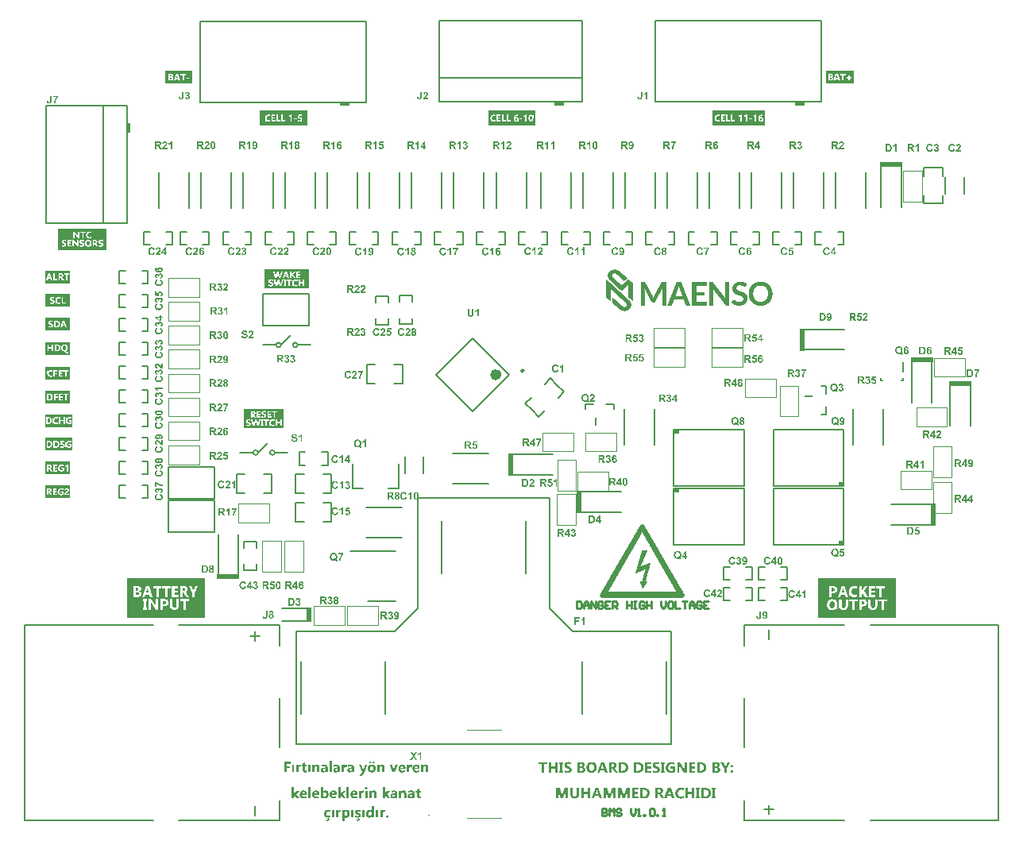
<source format=gto>
G04*
G04 #@! TF.GenerationSoftware,Altium Limited,Altium Designer,23.4.1 (23)*
G04*
G04 Layer_Color=65535*
%FSLAX44Y44*%
%MOMM*%
G71*
G04*
G04 #@! TF.SameCoordinates,77ABDD02-67A3-4E24-B7DB-6919BA7AE113*
G04*
G04*
G04 #@! TF.FilePolarity,Positive*
G04*
G01*
G75*
%ADD10C,0.1000*%
%ADD11C,0.6000*%
%ADD12C,0.2500*%
%ADD13C,0.1270*%
%ADD14C,0.1778*%
%ADD15C,0.2000*%
%ADD16C,0.1700*%
%ADD17C,0.1500*%
%ADD18C,0.2540*%
%ADD19R,0.5080X2.3368*%
%ADD20R,2.3368X0.5080*%
%ADD21R,0.5000X1.6000*%
%ADD22R,1.0000X0.4300*%
%ADD23R,0.2000X0.8250*%
%ADD24R,0.8250X0.2000*%
%ADD25R,0.5650X0.4475*%
%ADD26R,0.4300X1.0000*%
G36*
X631662Y645107D02*
X631964D01*
Y645077D01*
X632206D01*
Y645046D01*
X632418D01*
Y645016D01*
X632569D01*
Y644986D01*
X632720D01*
Y644956D01*
X632871D01*
Y644925D01*
X632992D01*
Y644895D01*
X633113D01*
Y644865D01*
X633234D01*
Y644835D01*
X633355D01*
Y644804D01*
X633445D01*
Y644774D01*
X633536D01*
Y644744D01*
X633627D01*
Y644714D01*
X633717D01*
Y644684D01*
X633808D01*
Y644653D01*
X633899D01*
Y644623D01*
X633989D01*
Y644593D01*
X634050D01*
Y644563D01*
X634141D01*
Y644532D01*
X634201D01*
Y644502D01*
X634262D01*
Y644472D01*
X634352D01*
Y644442D01*
X634413D01*
Y644411D01*
X634473D01*
Y644381D01*
X634534D01*
Y644351D01*
X634594D01*
Y644321D01*
X634655D01*
Y644291D01*
X634715D01*
Y644260D01*
X634775D01*
Y644230D01*
X634836D01*
Y644200D01*
X634896D01*
Y644170D01*
X634957D01*
Y644139D01*
X635017D01*
Y644109D01*
X635078D01*
Y644079D01*
X635108D01*
Y644049D01*
X635168D01*
Y644018D01*
X635229D01*
Y643988D01*
X635259D01*
Y643958D01*
X635320D01*
Y643928D01*
X635380D01*
Y643898D01*
X635410D01*
Y643867D01*
X635471D01*
Y643837D01*
X635501D01*
Y643807D01*
X635561D01*
Y643777D01*
X635592D01*
Y643746D01*
X635652D01*
Y643716D01*
X635682D01*
Y643686D01*
X635712D01*
Y643656D01*
X635773D01*
Y643626D01*
X635803D01*
Y643595D01*
X635833D01*
Y643565D01*
X635894D01*
Y643535D01*
X635924D01*
Y643505D01*
X635954D01*
Y643475D01*
X636015D01*
Y643444D01*
X636045D01*
Y643414D01*
X636075D01*
Y643384D01*
X636105D01*
Y643354D01*
X636135D01*
Y643323D01*
X636196D01*
Y643293D01*
X636226D01*
Y643263D01*
X636256D01*
Y643233D01*
X636287D01*
Y643202D01*
X636317D01*
Y643172D01*
X636347D01*
Y643142D01*
X636377D01*
Y643112D01*
X636438D01*
Y643082D01*
X636468D01*
Y643051D01*
X636498D01*
Y643021D01*
X636529D01*
Y642991D01*
X636559D01*
Y642961D01*
X636589D01*
Y642930D01*
X636619D01*
Y642900D01*
X636649D01*
Y642870D01*
X636710D01*
Y642840D01*
X636740D01*
Y642810D01*
X636770D01*
Y642779D01*
X636800D01*
Y642749D01*
X636831D01*
Y642719D01*
X636861D01*
Y642689D01*
X636891D01*
Y642658D01*
X636921D01*
Y642628D01*
X636982D01*
Y642598D01*
X637012D01*
Y642568D01*
X637042D01*
Y642538D01*
X637072D01*
Y642507D01*
X637103D01*
Y642477D01*
X637133D01*
Y642447D01*
X637163D01*
Y642417D01*
X637193D01*
Y642386D01*
X637254D01*
Y642356D01*
X637284D01*
Y642326D01*
X637314D01*
Y642296D01*
X637345D01*
Y642265D01*
X637375D01*
Y642235D01*
X637405D01*
Y642205D01*
X637435D01*
Y642175D01*
X637466D01*
Y642145D01*
X637526D01*
Y642114D01*
X637556D01*
Y642084D01*
X637586D01*
Y642054D01*
X637617D01*
Y642024D01*
X637647D01*
Y641993D01*
X637677D01*
Y641963D01*
X637707D01*
Y641933D01*
X637738D01*
Y641903D01*
X637798D01*
Y641872D01*
X637828D01*
Y641842D01*
X637858D01*
Y641812D01*
X637889D01*
Y641782D01*
X637919D01*
Y641752D01*
X637949D01*
Y641721D01*
X637979D01*
Y641691D01*
X638009D01*
Y641661D01*
X638070D01*
Y641631D01*
X638100D01*
Y641600D01*
X638130D01*
Y641570D01*
X638161D01*
Y641540D01*
X638191D01*
Y641510D01*
X638221D01*
Y641480D01*
X638251D01*
Y641449D01*
X638282D01*
Y641419D01*
X638342D01*
Y641389D01*
X638372D01*
Y641359D01*
X638402D01*
Y641329D01*
X638433D01*
Y641298D01*
X638463D01*
Y641268D01*
X638493D01*
Y641238D01*
X638523D01*
Y641208D01*
X638554D01*
Y641177D01*
X638584D01*
Y641147D01*
X638644D01*
Y641117D01*
X638675D01*
Y641087D01*
X638705D01*
Y641056D01*
X638735D01*
Y641026D01*
X638765D01*
Y640996D01*
X638795D01*
Y640966D01*
X638826D01*
Y640936D01*
X638856D01*
Y640905D01*
X638916D01*
Y640875D01*
X638946D01*
Y640845D01*
X638977D01*
Y640815D01*
X639007D01*
Y640784D01*
X639037D01*
Y640754D01*
X639067D01*
Y640724D01*
X639098D01*
Y640694D01*
X639128D01*
Y640664D01*
X639188D01*
Y640633D01*
X639219D01*
Y640603D01*
X639249D01*
Y640573D01*
X639279D01*
Y640543D01*
X639309D01*
Y640512D01*
X639339D01*
Y640482D01*
X639370D01*
Y640452D01*
X639400D01*
Y640422D01*
X639460D01*
Y640391D01*
X639491D01*
Y640361D01*
X639521D01*
Y640331D01*
X639551D01*
Y640301D01*
X639581D01*
Y640271D01*
X639612D01*
Y640240D01*
X639642D01*
Y640210D01*
X639672D01*
Y640180D01*
X639732D01*
Y640150D01*
X639763D01*
Y640119D01*
X639793D01*
Y640089D01*
X639823D01*
Y640059D01*
X639853D01*
Y640029D01*
X639883D01*
Y639999D01*
X639914D01*
Y639968D01*
X639944D01*
Y639938D01*
X640004D01*
Y639908D01*
X640035D01*
Y639878D01*
X640065D01*
Y639847D01*
X640095D01*
Y639817D01*
X640125D01*
Y639787D01*
X640156D01*
Y639757D01*
X640186D01*
Y639726D01*
X640216D01*
Y639696D01*
X640276D01*
Y639666D01*
X640307D01*
Y639636D01*
X640337D01*
Y639606D01*
X640367D01*
Y639575D01*
X640397D01*
Y639545D01*
X640428D01*
Y639515D01*
X640458D01*
Y639485D01*
X640488D01*
Y639454D01*
X640548D01*
Y639424D01*
X640579D01*
Y639394D01*
X640609D01*
Y639364D01*
X640639D01*
Y639334D01*
X640669D01*
Y639303D01*
X640700D01*
Y639273D01*
X640730D01*
Y639243D01*
X640760D01*
Y639213D01*
X640820D01*
Y639182D01*
X640851D01*
Y639152D01*
X640881D01*
Y639122D01*
X640911D01*
Y639092D01*
X640941D01*
Y639062D01*
X640972D01*
Y639031D01*
X641002D01*
Y639001D01*
X641032D01*
Y638971D01*
X641093D01*
Y638941D01*
X641123D01*
Y638910D01*
X641153D01*
Y638880D01*
X641183D01*
Y638850D01*
X641214D01*
Y638820D01*
X641244D01*
Y638789D01*
X641274D01*
Y638759D01*
X641304D01*
Y638729D01*
X641365D01*
Y638699D01*
X641395D01*
Y638669D01*
X641425D01*
Y638638D01*
X641455D01*
Y638608D01*
X641486D01*
Y638578D01*
X641516D01*
Y638548D01*
X641546D01*
Y638517D01*
X641576D01*
Y638487D01*
X641606D01*
Y638457D01*
X641667D01*
Y638427D01*
X641697D01*
Y638397D01*
X641727D01*
Y638366D01*
X641758D01*
Y638336D01*
X641788D01*
Y638306D01*
X641818D01*
Y638276D01*
X641848D01*
Y638245D01*
X641878D01*
Y638215D01*
X641939D01*
Y638185D01*
X641969D01*
Y638155D01*
X641999D01*
Y638125D01*
X642030D01*
Y638094D01*
X642060D01*
Y638064D01*
X642090D01*
Y638034D01*
X642120D01*
Y638004D01*
X642150D01*
Y637973D01*
X642211D01*
Y637943D01*
X642241D01*
Y637913D01*
X642271D01*
Y637883D01*
X642302D01*
Y637853D01*
X642332D01*
Y637822D01*
X642362D01*
Y637792D01*
X642392D01*
Y637762D01*
X642422D01*
Y637732D01*
X642483D01*
Y637701D01*
X642513D01*
Y637671D01*
X642543D01*
Y637641D01*
X642574D01*
Y637611D01*
X642604D01*
Y637580D01*
X642634D01*
Y637550D01*
X642664D01*
Y637520D01*
X642725D01*
Y637490D01*
X642755D01*
Y637460D01*
X642785D01*
Y637429D01*
X642815D01*
Y637399D01*
X642846D01*
Y637369D01*
X642876D01*
Y637339D01*
X642906D01*
Y637308D01*
X642936D01*
Y637278D01*
X642997D01*
Y637248D01*
X643027D01*
Y637218D01*
X643057D01*
Y637188D01*
X643087D01*
Y637157D01*
X643118D01*
Y637127D01*
X643148D01*
Y637097D01*
X643178D01*
Y637067D01*
X643208D01*
Y637036D01*
X643269D01*
Y637006D01*
X643299D01*
Y636976D01*
X643329D01*
Y636946D01*
X643360D01*
Y636916D01*
X643390D01*
Y636885D01*
X643420D01*
Y636855D01*
X643450D01*
Y636825D01*
X643480D01*
Y636795D01*
X643541D01*
Y636764D01*
X643571D01*
Y636734D01*
X643601D01*
Y636704D01*
X643632D01*
Y636674D01*
X643662D01*
Y636643D01*
X643692D01*
Y636613D01*
X643722D01*
Y636583D01*
X643752D01*
Y636553D01*
X643813D01*
Y636523D01*
X643843D01*
Y636492D01*
X643873D01*
Y636462D01*
X643904D01*
Y636432D01*
X643934D01*
Y636402D01*
X643964D01*
Y636371D01*
X643994D01*
Y636341D01*
X644025D01*
Y636311D01*
X644085D01*
Y636281D01*
X644115D01*
Y636250D01*
X644145D01*
Y636220D01*
X644176D01*
Y636190D01*
X644206D01*
Y636160D01*
X644236D01*
Y636130D01*
X644266D01*
Y636099D01*
X644296D01*
Y636069D01*
X644327D01*
Y636039D01*
X644387D01*
Y636009D01*
X644417D01*
Y635979D01*
X644448D01*
Y635948D01*
X644478D01*
Y635918D01*
X644508D01*
Y635888D01*
X644538D01*
Y635858D01*
X644568D01*
Y635827D01*
X644538D01*
Y635797D01*
X644508D01*
Y635767D01*
X644478D01*
Y635737D01*
X644448D01*
Y635706D01*
X644387D01*
Y635676D01*
X644357D01*
Y635646D01*
X644327D01*
Y635616D01*
X644296D01*
Y635586D01*
X644266D01*
Y635555D01*
X644236D01*
Y635525D01*
X644206D01*
Y635495D01*
X644145D01*
Y635465D01*
X644115D01*
Y635434D01*
X644085D01*
Y635404D01*
X644055D01*
Y635374D01*
X644025D01*
Y635344D01*
X643994D01*
Y635313D01*
X643964D01*
Y635283D01*
X643934D01*
Y635253D01*
X643873D01*
Y635223D01*
X643843D01*
Y635193D01*
X643813D01*
Y635162D01*
X643783D01*
Y635132D01*
X643752D01*
Y635102D01*
X643722D01*
Y635072D01*
X643692D01*
Y635042D01*
X643632D01*
Y635011D01*
X643601D01*
Y634981D01*
X643571D01*
Y634951D01*
X643541D01*
Y634921D01*
X643511D01*
Y634890D01*
X643480D01*
Y634860D01*
X643450D01*
Y634830D01*
X643390D01*
Y634800D01*
X643360D01*
Y634770D01*
X643329D01*
Y634739D01*
X643299D01*
Y634709D01*
X643269D01*
Y634679D01*
X643239D01*
Y634649D01*
X643208D01*
Y634618D01*
X643178D01*
Y634588D01*
X643118D01*
Y634558D01*
X643087D01*
Y634528D01*
X643057D01*
Y634497D01*
X643027D01*
Y634467D01*
X642997D01*
Y634437D01*
X642967D01*
Y634407D01*
X642936D01*
Y634376D01*
X642876D01*
Y634346D01*
X642846D01*
Y634316D01*
X642815D01*
Y634286D01*
X642785D01*
Y634256D01*
X642755D01*
Y634225D01*
X642725D01*
Y634195D01*
X642694D01*
Y634165D01*
X642634D01*
Y634135D01*
X642604D01*
Y634104D01*
X642574D01*
Y634074D01*
X642543D01*
Y634044D01*
X642513D01*
Y634014D01*
X642483D01*
Y633984D01*
X642422D01*
Y633953D01*
X642392D01*
Y633923D01*
X642362D01*
Y633893D01*
X642332D01*
Y633863D01*
X642302D01*
Y633833D01*
X642271D01*
Y633802D01*
X642241D01*
Y633772D01*
X642181D01*
Y633742D01*
X642150D01*
Y633712D01*
X642120D01*
Y633681D01*
X642090D01*
Y633651D01*
X642060D01*
Y633621D01*
X642030D01*
Y633591D01*
X641999D01*
Y633560D01*
X641969D01*
Y633530D01*
X641909D01*
Y633500D01*
X641878D01*
Y633470D01*
X641848D01*
Y633440D01*
X641818D01*
Y633409D01*
X641788D01*
Y633379D01*
X641758D01*
Y633349D01*
X641727D01*
Y633319D01*
X641667D01*
Y633288D01*
X641637D01*
Y633258D01*
X641606D01*
Y633228D01*
X641576D01*
Y633198D01*
X641546D01*
Y633167D01*
X641516D01*
Y633137D01*
X641486D01*
Y633107D01*
X641425D01*
Y633077D01*
X641395D01*
Y633047D01*
X641365D01*
Y633016D01*
X641334D01*
Y632986D01*
X641304D01*
Y632956D01*
X641274D01*
Y632926D01*
X641244D01*
Y632896D01*
X641183D01*
Y632865D01*
X641153D01*
Y632896D01*
X641123D01*
Y632926D01*
X641093D01*
Y632956D01*
X641062D01*
Y632986D01*
X641032D01*
Y633016D01*
X641002D01*
Y633047D01*
X640972D01*
Y633077D01*
X640941D01*
Y633107D01*
X640881D01*
Y633137D01*
X640851D01*
Y633167D01*
X640820D01*
Y633198D01*
X640790D01*
Y633228D01*
X640760D01*
Y633258D01*
X640730D01*
Y633288D01*
X640700D01*
Y633319D01*
X640669D01*
Y633349D01*
X640609D01*
Y633379D01*
X640579D01*
Y633409D01*
X640548D01*
Y633440D01*
X640518D01*
Y633470D01*
X640488D01*
Y633500D01*
X640458D01*
Y633530D01*
X640428D01*
Y633560D01*
X640397D01*
Y633591D01*
X640337D01*
Y633621D01*
X640307D01*
Y633651D01*
X640276D01*
Y633681D01*
X640246D01*
Y633712D01*
X640216D01*
Y633742D01*
X640186D01*
Y633772D01*
X640156D01*
Y633802D01*
X640125D01*
Y633833D01*
X640095D01*
Y633863D01*
X640035D01*
Y633893D01*
X640004D01*
Y633923D01*
X639974D01*
Y633953D01*
X639944D01*
Y633984D01*
X639914D01*
Y634014D01*
X639883D01*
Y634044D01*
X639853D01*
Y634074D01*
X639823D01*
Y634104D01*
X639763D01*
Y634135D01*
X639732D01*
Y634165D01*
X639702D01*
Y634195D01*
X639672D01*
Y634225D01*
X639642D01*
Y634256D01*
X639612D01*
Y634286D01*
X639581D01*
Y634316D01*
X639551D01*
Y634346D01*
X639491D01*
Y634376D01*
X639460D01*
Y634407D01*
X639430D01*
Y634437D01*
X639400D01*
Y634467D01*
X639370D01*
Y634497D01*
X639339D01*
Y634528D01*
X639309D01*
Y634558D01*
X639279D01*
Y634588D01*
X639219D01*
Y634618D01*
X639188D01*
Y634649D01*
X639158D01*
Y634679D01*
X639128D01*
Y634709D01*
X639098D01*
Y634739D01*
X639067D01*
Y634770D01*
X639037D01*
Y634800D01*
X639007D01*
Y634830D01*
X638946D01*
Y634860D01*
X638916D01*
Y634890D01*
X638886D01*
Y634921D01*
X638856D01*
Y634951D01*
X638826D01*
Y634981D01*
X638795D01*
Y635011D01*
X638765D01*
Y635042D01*
X638735D01*
Y635072D01*
X638705D01*
Y635102D01*
X638644D01*
Y635132D01*
X638614D01*
Y635162D01*
X638584D01*
Y635193D01*
X638554D01*
Y635223D01*
X638523D01*
Y635253D01*
X638493D01*
Y635283D01*
X638463D01*
Y635313D01*
X638433D01*
Y635344D01*
X638372D01*
Y635374D01*
X638342D01*
Y635404D01*
X638312D01*
Y635434D01*
X638282D01*
Y635465D01*
X638251D01*
Y635495D01*
X638221D01*
Y635525D01*
X638191D01*
Y635555D01*
X638161D01*
Y635586D01*
X638100D01*
Y635616D01*
X638070D01*
Y635646D01*
X638040D01*
Y635676D01*
X638009D01*
Y635706D01*
X637979D01*
Y635737D01*
X637949D01*
Y635767D01*
X637919D01*
Y635797D01*
X637889D01*
Y635827D01*
X637828D01*
Y635858D01*
X637798D01*
Y635888D01*
X637768D01*
Y635918D01*
X637738D01*
Y635948D01*
X637707D01*
Y635979D01*
X637677D01*
Y636009D01*
X637647D01*
Y636039D01*
X637617D01*
Y636069D01*
X637556D01*
Y636099D01*
X637526D01*
Y636130D01*
X637496D01*
Y636160D01*
X637466D01*
Y636190D01*
X637435D01*
Y636220D01*
X637405D01*
Y636250D01*
X637375D01*
Y636281D01*
X637345D01*
Y636311D01*
X637314D01*
Y636341D01*
X637254D01*
Y636371D01*
X637224D01*
Y636402D01*
X637193D01*
Y636432D01*
X637163D01*
Y636462D01*
X637133D01*
Y636492D01*
X637103D01*
Y636523D01*
X637072D01*
Y636553D01*
X637042D01*
Y636583D01*
X636982D01*
Y636613D01*
X636952D01*
Y636643D01*
X636921D01*
Y636674D01*
X636891D01*
Y636704D01*
X636861D01*
Y636734D01*
X636831D01*
Y636764D01*
X636800D01*
Y636795D01*
X636770D01*
Y636825D01*
X636710D01*
Y636855D01*
X636680D01*
Y636885D01*
X636649D01*
Y636916D01*
X636619D01*
Y636946D01*
X636589D01*
Y636976D01*
X636559D01*
Y637006D01*
X636529D01*
Y637036D01*
X636498D01*
Y637067D01*
X636438D01*
Y637097D01*
X636408D01*
Y637127D01*
X636377D01*
Y637157D01*
X636347D01*
Y637188D01*
X636317D01*
Y637218D01*
X636287D01*
Y637248D01*
X636256D01*
Y637278D01*
X636226D01*
Y637308D01*
X636196D01*
Y637339D01*
X636135D01*
Y637369D01*
X636105D01*
Y637399D01*
X636075D01*
Y637429D01*
X636045D01*
Y637460D01*
X636015D01*
Y637490D01*
X635984D01*
Y637520D01*
X635954D01*
Y637550D01*
X635924D01*
Y637580D01*
X635863D01*
Y637611D01*
X635833D01*
Y637641D01*
X635803D01*
Y637671D01*
X635773D01*
Y637701D01*
X635743D01*
Y637732D01*
X635712D01*
Y637762D01*
X635682D01*
Y637792D01*
X635652D01*
Y637822D01*
X635592D01*
Y637853D01*
X635561D01*
Y637883D01*
X635531D01*
Y637913D01*
X635501D01*
Y637943D01*
X635471D01*
Y637973D01*
X635440D01*
Y638004D01*
X635410D01*
Y638034D01*
X635380D01*
Y638064D01*
X635320D01*
Y638094D01*
X635289D01*
Y638125D01*
X635259D01*
Y638155D01*
X635229D01*
Y638185D01*
X635199D01*
Y638215D01*
X635168D01*
Y638245D01*
X635138D01*
Y638276D01*
X635108D01*
Y638306D01*
X635078D01*
Y638336D01*
X635017D01*
Y638366D01*
X634987D01*
Y638397D01*
X634957D01*
Y638427D01*
X634926D01*
Y638457D01*
X634896D01*
Y638487D01*
X634866D01*
Y638517D01*
X634836D01*
Y638548D01*
X634806D01*
Y638578D01*
X634745D01*
Y638608D01*
X634715D01*
Y638638D01*
X634685D01*
Y638669D01*
X634655D01*
Y638699D01*
X634624D01*
Y638729D01*
X634594D01*
Y638759D01*
X634564D01*
Y638789D01*
X634534D01*
Y638820D01*
X634473D01*
Y638850D01*
X634443D01*
Y638880D01*
X634413D01*
Y638910D01*
X634382D01*
Y638941D01*
X634352D01*
Y638971D01*
X634322D01*
Y639001D01*
X634292D01*
Y639031D01*
X634262D01*
Y639062D01*
X634201D01*
Y639092D01*
X634171D01*
Y639122D01*
X634141D01*
Y639152D01*
X634110D01*
Y639182D01*
X634080D01*
Y639213D01*
X634050D01*
Y639243D01*
X634020D01*
Y639273D01*
X633989D01*
Y639303D01*
X633929D01*
Y639334D01*
X633899D01*
Y639364D01*
X633869D01*
Y639394D01*
X633838D01*
Y639424D01*
X633808D01*
Y639454D01*
X633778D01*
Y639485D01*
X633748D01*
Y639515D01*
X633717D01*
Y639545D01*
X633687D01*
Y639575D01*
X633627D01*
Y639606D01*
X633597D01*
Y639636D01*
X633566D01*
Y639666D01*
X633536D01*
Y639696D01*
X633506D01*
Y639726D01*
X633476D01*
Y639757D01*
X633445D01*
Y639787D01*
X633415D01*
Y639817D01*
X633355D01*
Y639847D01*
X633325D01*
Y639878D01*
X633294D01*
Y639908D01*
X633264D01*
Y639938D01*
X633234D01*
Y639968D01*
X633204D01*
Y639999D01*
X633173D01*
Y640029D01*
X633143D01*
Y640059D01*
X633083D01*
Y640089D01*
X633052D01*
Y640119D01*
X633022D01*
Y640150D01*
X632992D01*
Y640180D01*
X632962D01*
Y640210D01*
X632932D01*
Y640240D01*
X632901D01*
Y640271D01*
X632841D01*
Y640301D01*
X632811D01*
Y640331D01*
X632780D01*
Y640361D01*
X632750D01*
Y640391D01*
X632690D01*
Y640422D01*
X632660D01*
Y640452D01*
X632599D01*
Y640482D01*
X632539D01*
Y640512D01*
X632508D01*
Y640543D01*
X632448D01*
Y640573D01*
X632388D01*
Y640603D01*
X632327D01*
Y640633D01*
X632267D01*
Y640664D01*
X632206D01*
Y640694D01*
X632116D01*
Y640724D01*
X632055D01*
Y640754D01*
X631964D01*
Y640784D01*
X631843D01*
Y640815D01*
X631723D01*
Y640845D01*
X631572D01*
Y640875D01*
X631390D01*
Y640905D01*
X630665D01*
Y640875D01*
X630483D01*
Y640845D01*
X630362D01*
Y640815D01*
X630242D01*
Y640784D01*
X630151D01*
Y640754D01*
X630060D01*
Y640724D01*
X629969D01*
Y640694D01*
X629879D01*
Y640664D01*
X629818D01*
Y640633D01*
X629758D01*
Y640603D01*
X629697D01*
Y640573D01*
X629637D01*
Y640543D01*
X629576D01*
Y640512D01*
X629546D01*
Y640482D01*
X629486D01*
Y640452D01*
X629456D01*
Y640422D01*
X629395D01*
Y640391D01*
X629365D01*
Y640361D01*
X629305D01*
Y640331D01*
X629274D01*
Y640301D01*
X629244D01*
Y640271D01*
X629214D01*
Y640240D01*
X629153D01*
Y640210D01*
X629123D01*
Y640180D01*
X629093D01*
Y640150D01*
X629063D01*
Y640119D01*
X629033D01*
Y640089D01*
X629002D01*
Y640059D01*
X628972D01*
Y640029D01*
X628942D01*
Y639968D01*
X628912D01*
Y639938D01*
X628881D01*
Y639908D01*
X628851D01*
Y639878D01*
X628821D01*
Y639817D01*
X628791D01*
Y639787D01*
X628760D01*
Y639757D01*
X628730D01*
Y639696D01*
X628700D01*
Y639666D01*
X628670D01*
Y639606D01*
X628640D01*
Y639545D01*
X628609D01*
Y639485D01*
X628579D01*
Y639424D01*
X628549D01*
Y639364D01*
X628519D01*
Y639273D01*
X628488D01*
Y639182D01*
X628458D01*
Y639092D01*
X628428D01*
Y638971D01*
X628398D01*
Y638789D01*
X628368D01*
Y638276D01*
X628398D01*
Y638094D01*
X628428D01*
Y637973D01*
X628458D01*
Y637853D01*
X628488D01*
Y637762D01*
X628519D01*
Y637701D01*
X628549D01*
Y637611D01*
X628579D01*
Y637550D01*
X628609D01*
Y637490D01*
X628640D01*
Y637429D01*
X628670D01*
Y637399D01*
X628700D01*
Y637339D01*
X628730D01*
Y637308D01*
X628760D01*
Y637248D01*
X628791D01*
Y637218D01*
X628821D01*
Y637157D01*
X628851D01*
Y637127D01*
X628881D01*
Y637097D01*
X628912D01*
Y637067D01*
X628942D01*
Y637036D01*
X628972D01*
Y637006D01*
X629002D01*
Y636976D01*
X629033D01*
Y636946D01*
X629063D01*
Y636916D01*
X629093D01*
Y636885D01*
X629123D01*
Y636855D01*
X629153D01*
Y636825D01*
X629184D01*
Y636795D01*
X629214D01*
Y636764D01*
X629244D01*
Y636734D01*
X629274D01*
Y636704D01*
X629305D01*
Y636674D01*
X629335D01*
Y636643D01*
X629365D01*
Y636613D01*
X629395D01*
Y636583D01*
X629425D01*
Y636553D01*
X629486D01*
Y636523D01*
X629516D01*
Y636492D01*
X629546D01*
Y636462D01*
X629576D01*
Y636432D01*
X629607D01*
Y636402D01*
X629637D01*
Y636371D01*
X629667D01*
Y636341D01*
X629697D01*
Y636311D01*
X629728D01*
Y636281D01*
X629758D01*
Y636250D01*
X629788D01*
Y636220D01*
X629849D01*
Y636190D01*
X629879D01*
Y636160D01*
X629909D01*
Y636130D01*
X629939D01*
Y636099D01*
X629969D01*
Y636069D01*
X630000D01*
Y636039D01*
X630030D01*
Y636009D01*
X630060D01*
Y635979D01*
X630090D01*
Y635948D01*
X630121D01*
Y635918D01*
X630151D01*
Y635888D01*
X630211D01*
Y635858D01*
X630242D01*
Y635827D01*
X630272D01*
Y635797D01*
X630302D01*
Y635767D01*
X630332D01*
Y635737D01*
X630362D01*
Y635706D01*
X630393D01*
Y635676D01*
X630423D01*
Y635646D01*
X630453D01*
Y635616D01*
X630483D01*
Y635586D01*
X630513D01*
Y635555D01*
X630574D01*
Y635525D01*
X630604D01*
Y635495D01*
X630634D01*
Y635465D01*
X630665D01*
Y635434D01*
X630695D01*
Y635404D01*
X630725D01*
Y635374D01*
X630755D01*
Y635344D01*
X630786D01*
Y635313D01*
X630816D01*
Y635283D01*
X630846D01*
Y635253D01*
X630876D01*
Y635223D01*
X630937D01*
Y635193D01*
X630967D01*
Y635162D01*
X630997D01*
Y635132D01*
X631027D01*
Y635102D01*
X631058D01*
Y635072D01*
X631088D01*
Y635042D01*
X631118D01*
Y635011D01*
X631148D01*
Y634981D01*
X631179D01*
Y634951D01*
X631209D01*
Y634921D01*
X631239D01*
Y634890D01*
X631299D01*
Y634860D01*
X631330D01*
Y634830D01*
X631360D01*
Y634800D01*
X631390D01*
Y634770D01*
X631420D01*
Y634739D01*
X631451D01*
Y634709D01*
X631481D01*
Y634679D01*
X631511D01*
Y634649D01*
X631541D01*
Y634618D01*
X631572D01*
Y634588D01*
X631602D01*
Y634558D01*
X631662D01*
Y634528D01*
X631692D01*
Y634497D01*
X631723D01*
Y634467D01*
X631753D01*
Y634437D01*
X631783D01*
Y634407D01*
X631813D01*
Y634376D01*
X631843D01*
Y634346D01*
X631874D01*
Y634316D01*
X631904D01*
Y634286D01*
X631934D01*
Y634256D01*
X631964D01*
Y634225D01*
X632025D01*
Y634195D01*
X632055D01*
Y634165D01*
X632085D01*
Y634135D01*
X632116D01*
Y634104D01*
X632146D01*
Y634074D01*
X632176D01*
Y634044D01*
X632206D01*
Y634014D01*
X632236D01*
Y633984D01*
X632267D01*
Y633953D01*
X632297D01*
Y633923D01*
X632327D01*
Y633893D01*
X632388D01*
Y633863D01*
X632418D01*
Y633833D01*
X632448D01*
Y633802D01*
X632478D01*
Y633772D01*
X632508D01*
Y633742D01*
X632539D01*
Y633712D01*
X632569D01*
Y633681D01*
X632599D01*
Y633651D01*
X632629D01*
Y633621D01*
X632660D01*
Y633591D01*
X632690D01*
Y633560D01*
X632720D01*
Y633530D01*
X632780D01*
Y633500D01*
X632811D01*
Y633470D01*
X632841D01*
Y633440D01*
X632871D01*
Y633409D01*
X632901D01*
Y633379D01*
X632932D01*
Y633349D01*
X632962D01*
Y633319D01*
X632992D01*
Y633288D01*
X633022D01*
Y633258D01*
X633052D01*
Y633228D01*
X633083D01*
Y633198D01*
X633143D01*
Y633167D01*
X633173D01*
Y633137D01*
X633204D01*
Y633107D01*
X633234D01*
Y633077D01*
X633264D01*
Y633047D01*
X633294D01*
Y633016D01*
X633325D01*
Y632986D01*
X633355D01*
Y632956D01*
X633385D01*
Y632926D01*
X633415D01*
Y632896D01*
X633445D01*
Y632865D01*
X633506D01*
Y632835D01*
X633536D01*
Y632805D01*
X633566D01*
Y632775D01*
X633597D01*
Y632744D01*
X633627D01*
Y632714D01*
X633657D01*
Y632684D01*
X633687D01*
Y632654D01*
X633717D01*
Y632623D01*
X633748D01*
Y632593D01*
X633778D01*
Y632563D01*
X633808D01*
Y632533D01*
X633869D01*
Y632503D01*
X633899D01*
Y632472D01*
X633929D01*
Y632442D01*
X633959D01*
Y632412D01*
X633989D01*
Y632382D01*
X634020D01*
Y632351D01*
X634050D01*
Y632321D01*
X634080D01*
Y632291D01*
X634110D01*
Y632261D01*
X634141D01*
Y632230D01*
X634171D01*
Y632200D01*
X634231D01*
Y632170D01*
X634262D01*
Y632140D01*
X634292D01*
Y632110D01*
X634322D01*
Y632079D01*
X634352D01*
Y632049D01*
X634382D01*
Y632019D01*
X634413D01*
Y631989D01*
X634443D01*
Y631959D01*
X634473D01*
Y631928D01*
X634503D01*
Y631898D01*
X634534D01*
Y631868D01*
X634594D01*
Y631838D01*
X634624D01*
Y631807D01*
X634655D01*
Y631777D01*
X634685D01*
Y631747D01*
X634715D01*
Y631717D01*
X634745D01*
Y631686D01*
X634775D01*
Y631656D01*
X634806D01*
Y631626D01*
X634836D01*
Y631596D01*
X634866D01*
Y631566D01*
X634896D01*
Y631535D01*
X634957D01*
Y631505D01*
X634987D01*
Y631475D01*
X635017D01*
Y631445D01*
X635047D01*
Y631414D01*
X635078D01*
Y631384D01*
X635108D01*
Y631354D01*
X635138D01*
Y631324D01*
X635168D01*
Y631293D01*
X635199D01*
Y631263D01*
X635229D01*
Y631233D01*
X635259D01*
Y631203D01*
X635320D01*
Y631173D01*
X635350D01*
Y631142D01*
X635380D01*
Y631112D01*
X635410D01*
Y631082D01*
X635440D01*
Y631052D01*
X635471D01*
Y631021D01*
X635501D01*
Y630991D01*
X635531D01*
Y630961D01*
X635561D01*
Y630931D01*
X635592D01*
Y630901D01*
X635622D01*
Y630870D01*
X635682D01*
Y630840D01*
X635712D01*
Y630810D01*
X635743D01*
Y630780D01*
X635773D01*
Y630750D01*
X635803D01*
Y630719D01*
X635833D01*
Y630689D01*
X635863D01*
Y630659D01*
X635894D01*
Y630629D01*
X635924D01*
Y630598D01*
X635954D01*
Y630568D01*
X635984D01*
Y630538D01*
X636045D01*
Y630508D01*
X636075D01*
Y630477D01*
X636105D01*
Y630447D01*
X636135D01*
Y630417D01*
X636166D01*
Y630387D01*
X636196D01*
Y630356D01*
X636226D01*
Y630326D01*
X636256D01*
Y630296D01*
X636287D01*
Y630266D01*
X636317D01*
Y630236D01*
X636347D01*
Y630205D01*
X636377D01*
Y630175D01*
X636438D01*
Y630145D01*
X636468D01*
Y630115D01*
X636498D01*
Y630084D01*
X636529D01*
Y630054D01*
X636559D01*
Y630024D01*
X636589D01*
Y629994D01*
X636619D01*
Y629964D01*
X636649D01*
Y629933D01*
X636680D01*
Y629903D01*
X636710D01*
Y629873D01*
X636770D01*
Y629843D01*
X636800D01*
Y629813D01*
X636831D01*
Y629782D01*
X636861D01*
Y629752D01*
X636891D01*
Y629722D01*
X636921D01*
Y629692D01*
X636952D01*
Y629661D01*
X636982D01*
Y629631D01*
X637012D01*
Y629601D01*
X637042D01*
Y629571D01*
X637072D01*
Y629540D01*
X637103D01*
Y629510D01*
X637163D01*
Y629480D01*
X637193D01*
Y629450D01*
X637224D01*
Y629420D01*
X637254D01*
Y629389D01*
X637284D01*
Y629359D01*
X637314D01*
Y629329D01*
X637345D01*
Y629299D01*
X637375D01*
Y629268D01*
X637405D01*
Y629238D01*
X637435D01*
Y629208D01*
X637466D01*
Y629178D01*
X637526D01*
Y629147D01*
X637556D01*
Y629117D01*
X637586D01*
Y629087D01*
X637617D01*
Y629057D01*
X637647D01*
Y629027D01*
X637677D01*
Y628996D01*
X637707D01*
Y628966D01*
X637738D01*
Y628936D01*
X637768D01*
Y628906D01*
X637798D01*
Y628876D01*
X637828D01*
Y628845D01*
X637889D01*
Y628815D01*
X637919D01*
Y628785D01*
X637949D01*
Y628755D01*
X637979D01*
Y628724D01*
X638009D01*
Y628694D01*
X638040D01*
Y628664D01*
X638070D01*
Y628634D01*
X638100D01*
Y628603D01*
X638130D01*
Y628573D01*
X638161D01*
Y628543D01*
X638191D01*
Y628513D01*
X638251D01*
Y628483D01*
X638282D01*
Y628452D01*
X638312D01*
Y628422D01*
X638342D01*
Y628392D01*
X638402D01*
Y628422D01*
X638433D01*
Y628452D01*
X638463D01*
Y628483D01*
X638523D01*
Y628513D01*
X638554D01*
Y628543D01*
X638584D01*
Y628573D01*
X638614D01*
Y628603D01*
X638644D01*
Y628634D01*
X638675D01*
Y628664D01*
X638705D01*
Y628694D01*
X638735D01*
Y628724D01*
X638765D01*
Y628755D01*
X638795D01*
Y628785D01*
X638826D01*
Y628815D01*
X638886D01*
Y628845D01*
X638916D01*
Y628876D01*
X638946D01*
Y628906D01*
X638977D01*
Y628936D01*
X639007D01*
Y628966D01*
X639037D01*
Y628996D01*
X639067D01*
Y629027D01*
X639098D01*
Y629057D01*
X639128D01*
Y629087D01*
X639158D01*
Y629117D01*
X639188D01*
Y629147D01*
X639249D01*
Y629178D01*
X639279D01*
Y629208D01*
X639309D01*
Y629238D01*
X639339D01*
Y629268D01*
X639370D01*
Y629299D01*
X639400D01*
Y629329D01*
X639430D01*
Y629359D01*
X639460D01*
Y629389D01*
X639491D01*
Y629420D01*
X639521D01*
Y629450D01*
X639581D01*
Y629480D01*
X639612D01*
Y629510D01*
X639642D01*
Y629540D01*
X639672D01*
Y629571D01*
X639702D01*
Y629601D01*
X639732D01*
Y629631D01*
X639763D01*
Y629661D01*
X639793D01*
Y629692D01*
X639823D01*
Y629722D01*
X639853D01*
Y629752D01*
X639883D01*
Y629782D01*
X639944D01*
Y629813D01*
X639974D01*
Y629843D01*
X640004D01*
Y629873D01*
X640035D01*
Y629903D01*
X640065D01*
Y629933D01*
X640095D01*
Y629964D01*
X640125D01*
Y629994D01*
X640156D01*
Y630024D01*
X640186D01*
Y630054D01*
X640216D01*
Y630084D01*
X640246D01*
Y630115D01*
X640307D01*
Y630145D01*
X640337D01*
Y630175D01*
X640367D01*
Y630205D01*
X640397D01*
Y630236D01*
X640428D01*
Y630266D01*
X640458D01*
Y630296D01*
X640488D01*
Y630326D01*
X640518D01*
Y630356D01*
X640548D01*
Y630387D01*
X640579D01*
Y630417D01*
X640609D01*
Y630447D01*
X640669D01*
Y630477D01*
X640700D01*
Y630508D01*
X640730D01*
Y630538D01*
X640760D01*
Y630568D01*
X640790D01*
Y630598D01*
X640820D01*
Y630629D01*
X640851D01*
Y630659D01*
X640881D01*
Y630689D01*
X640911D01*
Y630719D01*
X640941D01*
Y630750D01*
X641002D01*
Y630780D01*
X641032D01*
Y630810D01*
X641062D01*
Y630840D01*
X641093D01*
Y630870D01*
X641123D01*
Y630901D01*
X641153D01*
Y630931D01*
X641183D01*
Y630961D01*
X641214D01*
Y630991D01*
X641244D01*
Y631021D01*
X641274D01*
Y631052D01*
X641304D01*
Y631082D01*
X641365D01*
Y631112D01*
X641395D01*
Y631142D01*
X641425D01*
Y631173D01*
X641455D01*
Y631203D01*
X641486D01*
Y631233D01*
X641516D01*
Y631263D01*
X641546D01*
Y631293D01*
X641576D01*
Y631324D01*
X641606D01*
Y631354D01*
X641637D01*
Y631384D01*
X641667D01*
Y631414D01*
X641727D01*
Y631445D01*
X641758D01*
Y631475D01*
X641788D01*
Y631505D01*
X641818D01*
Y631535D01*
X641848D01*
Y631566D01*
X641878D01*
Y631596D01*
X641909D01*
Y631626D01*
X641939D01*
Y631656D01*
X641969D01*
Y631686D01*
X641999D01*
Y631717D01*
X642030D01*
Y631747D01*
X642090D01*
Y631777D01*
X642120D01*
Y631807D01*
X642150D01*
Y631838D01*
X642181D01*
Y631868D01*
X642211D01*
Y631898D01*
X642241D01*
Y631928D01*
X642271D01*
Y631959D01*
X642302D01*
Y631989D01*
X642332D01*
Y632019D01*
X642362D01*
Y632049D01*
X642392D01*
Y632079D01*
X642453D01*
Y632110D01*
X642483D01*
Y632140D01*
X642513D01*
Y632170D01*
X642543D01*
Y632200D01*
X642574D01*
Y632230D01*
X642604D01*
Y632261D01*
X642634D01*
Y632291D01*
X642664D01*
Y632321D01*
X642694D01*
Y632351D01*
X642725D01*
Y632382D01*
X642755D01*
Y632412D01*
X642785D01*
Y632442D01*
X642815D01*
Y632472D01*
X642876D01*
Y632503D01*
X642906D01*
Y632533D01*
X642936D01*
Y632563D01*
X642967D01*
Y632593D01*
X642997D01*
Y632623D01*
X643027D01*
Y632654D01*
X643057D01*
Y632684D01*
X643087D01*
Y632714D01*
X643118D01*
Y632744D01*
X643148D01*
Y632775D01*
X643178D01*
Y632805D01*
X643239D01*
Y632835D01*
X643269D01*
Y632865D01*
X643299D01*
Y632896D01*
X643329D01*
Y632926D01*
X643360D01*
Y632956D01*
X643390D01*
Y632986D01*
X643420D01*
Y633016D01*
X643450D01*
Y633047D01*
X643480D01*
Y633077D01*
X643511D01*
Y633107D01*
X643541D01*
Y633137D01*
X643571D01*
Y633167D01*
X643632D01*
Y633198D01*
X643662D01*
Y633228D01*
X643692D01*
Y633258D01*
X643722D01*
Y633288D01*
X643752D01*
Y633319D01*
X643783D01*
Y633349D01*
X643813D01*
Y633379D01*
X643843D01*
Y633409D01*
X643873D01*
Y633440D01*
X643904D01*
Y633470D01*
X643934D01*
Y633500D01*
X643994D01*
Y633530D01*
X644025D01*
Y633560D01*
X644055D01*
Y633591D01*
X644085D01*
Y633621D01*
X644115D01*
Y633651D01*
X644145D01*
Y633681D01*
X644176D01*
Y633712D01*
X644206D01*
Y633742D01*
X644236D01*
Y633772D01*
X644266D01*
Y633802D01*
X644327D01*
Y633833D01*
X644357D01*
Y633863D01*
X644387D01*
Y633893D01*
X644417D01*
Y633923D01*
X644448D01*
Y633953D01*
X644478D01*
Y633984D01*
X644508D01*
Y634014D01*
X644538D01*
Y634044D01*
X644568D01*
Y634074D01*
X644599D01*
Y634104D01*
X644629D01*
Y634135D01*
X644689D01*
Y634165D01*
X644720D01*
Y634195D01*
X644750D01*
Y634225D01*
X644780D01*
Y634256D01*
X644810D01*
Y634286D01*
X644840D01*
Y634316D01*
X644871D01*
Y634346D01*
X644901D01*
Y634376D01*
X644931D01*
Y634407D01*
X644961D01*
Y634437D01*
X644992D01*
Y634467D01*
X645052D01*
Y634497D01*
X645082D01*
Y634528D01*
X645113D01*
Y634558D01*
X645143D01*
Y634588D01*
X645173D01*
Y634618D01*
X645203D01*
Y634649D01*
X645234D01*
Y634679D01*
X645264D01*
Y634709D01*
X645294D01*
Y634739D01*
X645324D01*
Y634770D01*
X645354D01*
Y634800D01*
X645415D01*
Y634830D01*
X645445D01*
Y634860D01*
X645475D01*
Y634890D01*
X645506D01*
Y634921D01*
X645536D01*
Y634951D01*
X645596D01*
Y634921D01*
X645626D01*
Y634890D01*
X645657D01*
Y634860D01*
X645687D01*
Y634830D01*
X645747D01*
Y634800D01*
X645778D01*
Y634770D01*
X645808D01*
Y634739D01*
X645838D01*
Y634709D01*
X645868D01*
Y634679D01*
X645899D01*
Y634649D01*
X645929D01*
Y634618D01*
X645959D01*
Y634588D01*
X645989D01*
Y634558D01*
X646050D01*
Y634528D01*
X646080D01*
Y634497D01*
X646110D01*
Y634467D01*
X646140D01*
Y634437D01*
X646171D01*
Y634407D01*
X646201D01*
Y634376D01*
X646231D01*
Y634346D01*
X646261D01*
Y634316D01*
X646322D01*
Y634286D01*
X646352D01*
Y634256D01*
X646382D01*
Y634225D01*
X646412D01*
Y634195D01*
X646442D01*
Y634165D01*
X646473D01*
Y634135D01*
X646503D01*
Y634104D01*
X646533D01*
Y634074D01*
X646594D01*
Y634044D01*
X646624D01*
Y634014D01*
X646654D01*
Y633984D01*
X646684D01*
Y633953D01*
X646715D01*
Y633923D01*
X646745D01*
Y633893D01*
X646775D01*
Y633863D01*
X646805D01*
Y633833D01*
X646866D01*
Y633802D01*
X646896D01*
Y633772D01*
X646926D01*
Y633742D01*
X646956D01*
Y633712D01*
X646987D01*
Y633681D01*
X647017D01*
Y633651D01*
X647047D01*
Y633621D01*
X647077D01*
Y633591D01*
X647138D01*
Y633560D01*
X647168D01*
Y633530D01*
X647198D01*
Y633500D01*
X647228D01*
Y633470D01*
X647259D01*
Y633440D01*
X647289D01*
Y633409D01*
X647319D01*
Y633379D01*
X647349D01*
Y633349D01*
X647410D01*
Y633319D01*
X647440D01*
Y633288D01*
X647470D01*
Y633258D01*
X647500D01*
Y633228D01*
X647531D01*
Y633198D01*
X647561D01*
Y633167D01*
X647591D01*
Y633137D01*
X647621D01*
Y633107D01*
X647652D01*
Y633077D01*
X647712D01*
Y633047D01*
X647742D01*
Y633016D01*
X647772D01*
Y632986D01*
X647803D01*
Y632956D01*
X647833D01*
Y632926D01*
X647863D01*
Y632896D01*
X647893D01*
Y632865D01*
X647924D01*
Y632835D01*
X647984D01*
Y632805D01*
X648014D01*
Y632775D01*
X648045D01*
Y632744D01*
X648075D01*
Y632714D01*
X648105D01*
Y632684D01*
X648135D01*
Y632654D01*
X648165D01*
Y632623D01*
X648196D01*
Y632593D01*
X648256D01*
Y632563D01*
X648286D01*
Y632533D01*
X648316D01*
Y632503D01*
X648347D01*
Y632472D01*
X648377D01*
Y632442D01*
X648407D01*
Y632412D01*
X648437D01*
Y632382D01*
X648468D01*
Y632351D01*
X648528D01*
Y632321D01*
X648558D01*
Y632291D01*
X648588D01*
Y632261D01*
X648619D01*
Y632230D01*
X648649D01*
Y632200D01*
X648679D01*
Y632170D01*
X648709D01*
Y632140D01*
X648740D01*
Y632110D01*
X648800D01*
Y632079D01*
X648830D01*
Y632049D01*
X648861D01*
Y632019D01*
X648891D01*
Y631989D01*
X648921D01*
Y631959D01*
X648951D01*
Y631928D01*
X648981D01*
Y631898D01*
X649012D01*
Y631868D01*
X649072D01*
Y631838D01*
X649102D01*
Y631807D01*
X649133D01*
Y631777D01*
X649163D01*
Y631747D01*
X649193D01*
Y631717D01*
X649223D01*
Y631686D01*
X649253D01*
Y631656D01*
X649284D01*
Y631626D01*
X649314D01*
Y631596D01*
X649374D01*
Y631566D01*
X649405D01*
Y631535D01*
X649435D01*
Y631505D01*
X649465D01*
Y631475D01*
X649495D01*
Y631445D01*
X649526D01*
Y631414D01*
X649556D01*
Y631384D01*
X649586D01*
Y631354D01*
X649647D01*
Y631324D01*
X649677D01*
Y631293D01*
X649707D01*
Y631263D01*
X649737D01*
Y631233D01*
X649767D01*
Y631203D01*
X649798D01*
Y631173D01*
X649828D01*
Y631142D01*
X649858D01*
Y631112D01*
X649919D01*
Y631082D01*
X649949D01*
Y631052D01*
X649979D01*
Y631021D01*
X650009D01*
Y630991D01*
X650039D01*
Y630961D01*
X650070D01*
Y630931D01*
X650100D01*
Y630901D01*
X650130D01*
Y630870D01*
X650191D01*
Y630840D01*
X650221D01*
Y630810D01*
X650251D01*
Y630780D01*
X650281D01*
Y630750D01*
X650311D01*
Y611344D01*
X650281D01*
Y611375D01*
X650251D01*
Y611405D01*
X650221D01*
Y611435D01*
X650191D01*
Y611465D01*
X650160D01*
Y611496D01*
X650130D01*
Y611526D01*
X650100D01*
Y611556D01*
X650070D01*
Y611586D01*
X650039D01*
Y611617D01*
X649979D01*
Y611647D01*
X649949D01*
Y611677D01*
X649919D01*
Y611707D01*
X649888D01*
Y611738D01*
X649858D01*
Y611768D01*
X649828D01*
Y611798D01*
X649798D01*
Y611828D01*
X649767D01*
Y611858D01*
X649737D01*
Y611889D01*
X649707D01*
Y611919D01*
X649677D01*
Y611949D01*
X649616D01*
Y611979D01*
X649586D01*
Y612010D01*
X649556D01*
Y612040D01*
X649526D01*
Y612070D01*
X649495D01*
Y612100D01*
X649465D01*
Y612130D01*
X649435D01*
Y612161D01*
X649405D01*
Y612191D01*
X649374D01*
Y612221D01*
X649344D01*
Y612251D01*
X649314D01*
Y612281D01*
X649253D01*
Y612312D01*
X649223D01*
Y612342D01*
X649193D01*
Y612372D01*
X649163D01*
Y612402D01*
X649133D01*
Y612433D01*
X649102D01*
Y612463D01*
X649072D01*
Y612493D01*
X649042D01*
Y612523D01*
X649012D01*
Y612554D01*
X648981D01*
Y612584D01*
X648951D01*
Y612614D01*
X648891D01*
Y612644D01*
X648861D01*
Y612674D01*
X648830D01*
Y612705D01*
X648800D01*
Y612735D01*
X648770D01*
Y612765D01*
X648740D01*
Y612795D01*
X648709D01*
Y612826D01*
X648679D01*
Y612856D01*
X648649D01*
Y612886D01*
X648619D01*
Y612916D01*
X648588D01*
Y612947D01*
X648528D01*
Y612977D01*
X648498D01*
Y613007D01*
X648468D01*
Y613037D01*
X648437D01*
Y613067D01*
X648407D01*
Y613098D01*
X648377D01*
Y613128D01*
X648347D01*
Y613158D01*
X648316D01*
Y613188D01*
X648286D01*
Y613218D01*
X648256D01*
Y613249D01*
X648226D01*
Y613279D01*
X648165D01*
Y613309D01*
X648135D01*
Y613339D01*
X648105D01*
Y613370D01*
X648075D01*
Y613400D01*
X648045D01*
Y613430D01*
X648014D01*
Y613460D01*
X647984D01*
Y613490D01*
X647954D01*
Y613521D01*
X647924D01*
Y613551D01*
X647893D01*
Y613581D01*
X647863D01*
Y613611D01*
X647803D01*
Y613642D01*
X647772D01*
Y613672D01*
X647742D01*
Y613702D01*
X647712D01*
Y613732D01*
X647682D01*
Y613763D01*
X647652D01*
Y613793D01*
X647621D01*
Y613823D01*
X647591D01*
Y613853D01*
X647561D01*
Y613884D01*
X647531D01*
Y613914D01*
X647500D01*
Y613944D01*
X647440D01*
Y613974D01*
X647410D01*
Y614004D01*
X647380D01*
Y614035D01*
X647349D01*
Y614065D01*
X647319D01*
Y614095D01*
X647289D01*
Y614125D01*
X647259D01*
Y614156D01*
X647228D01*
Y614186D01*
X647198D01*
Y614216D01*
X647168D01*
Y614246D01*
X647138D01*
Y614276D01*
X647077D01*
Y614307D01*
X647047D01*
Y614337D01*
X647017D01*
Y614367D01*
X646987D01*
Y614397D01*
X646956D01*
Y614427D01*
X646926D01*
Y614458D01*
X646896D01*
Y614488D01*
X646866D01*
Y614518D01*
X646835D01*
Y614548D01*
X646805D01*
Y614579D01*
X646775D01*
Y614609D01*
X646715D01*
Y614639D01*
X646684D01*
Y614669D01*
X646654D01*
Y614700D01*
X646624D01*
Y614730D01*
X646594D01*
Y614760D01*
X646563D01*
Y614790D01*
X646533D01*
Y614821D01*
X646503D01*
Y614851D01*
X646473D01*
Y614881D01*
X646442D01*
Y614911D01*
X646412D01*
Y614941D01*
X646352D01*
Y614972D01*
X646322D01*
Y615002D01*
X646291D01*
Y615032D01*
X646261D01*
Y615062D01*
X646231D01*
Y615093D01*
X646201D01*
Y615123D01*
X646171D01*
Y615153D01*
X646140D01*
Y615183D01*
X646110D01*
Y615213D01*
X646080D01*
Y615244D01*
X646050D01*
Y615274D01*
X645989D01*
Y615304D01*
X645959D01*
Y615334D01*
X645929D01*
Y615365D01*
X645899D01*
Y615395D01*
X645868D01*
Y615425D01*
X645838D01*
Y615455D01*
X645808D01*
Y615485D01*
X645778D01*
Y615516D01*
X645747D01*
Y615546D01*
X645717D01*
Y615576D01*
X645687D01*
Y615606D01*
X645626D01*
Y615637D01*
X645596D01*
Y615667D01*
X645566D01*
Y628845D01*
X645506D01*
Y628815D01*
X645475D01*
Y628785D01*
X645445D01*
Y628755D01*
X645415D01*
Y628724D01*
X645385D01*
Y628694D01*
X645354D01*
Y628664D01*
X645324D01*
Y628634D01*
X645294D01*
Y628603D01*
X645234D01*
Y628573D01*
X645203D01*
Y628543D01*
X645173D01*
Y628513D01*
X645143D01*
Y628483D01*
X645113D01*
Y628452D01*
X645082D01*
Y628422D01*
X645052D01*
Y628392D01*
X645022D01*
Y628362D01*
X644992D01*
Y628331D01*
X644961D01*
Y628301D01*
X644931D01*
Y628271D01*
X644871D01*
Y628241D01*
X644840D01*
Y628210D01*
X644810D01*
Y628180D01*
X644780D01*
Y628150D01*
X644750D01*
Y628120D01*
X644720D01*
Y628090D01*
X644689D01*
Y628059D01*
X644659D01*
Y628029D01*
X644629D01*
Y627999D01*
X644599D01*
Y627969D01*
X644568D01*
Y627938D01*
X644508D01*
Y627908D01*
X644478D01*
Y627878D01*
X644448D01*
Y627848D01*
X644417D01*
Y627818D01*
X644387D01*
Y627787D01*
X644357D01*
Y627757D01*
X644327D01*
Y627727D01*
X644296D01*
Y627697D01*
X644266D01*
Y627666D01*
X644236D01*
Y627636D01*
X644206D01*
Y627606D01*
X644145D01*
Y627576D01*
X644115D01*
Y627546D01*
X644085D01*
Y627515D01*
X644055D01*
Y627485D01*
X644025D01*
Y627455D01*
X643994D01*
Y627425D01*
X643964D01*
Y627394D01*
X643934D01*
Y627364D01*
X643904D01*
Y627334D01*
X643873D01*
Y627304D01*
X643843D01*
Y627273D01*
X643813D01*
Y627243D01*
X643752D01*
Y627213D01*
X643722D01*
Y627183D01*
X643692D01*
Y627153D01*
X643662D01*
Y627122D01*
X643632D01*
Y627092D01*
X643601D01*
Y627062D01*
X643571D01*
Y627032D01*
X643541D01*
Y627001D01*
X643511D01*
Y626971D01*
X643480D01*
Y626941D01*
X643450D01*
Y626911D01*
X643390D01*
Y626881D01*
X643360D01*
Y626850D01*
X643329D01*
Y626820D01*
X643299D01*
Y626790D01*
X643269D01*
Y626760D01*
X643239D01*
Y626729D01*
X643208D01*
Y626699D01*
X643178D01*
Y626669D01*
X643148D01*
Y626639D01*
X643118D01*
Y626609D01*
X643087D01*
Y626578D01*
X643027D01*
Y626548D01*
X642997D01*
Y626518D01*
X642967D01*
Y626488D01*
X642936D01*
Y626457D01*
X642906D01*
Y626427D01*
X642876D01*
Y626397D01*
X642846D01*
Y626367D01*
X642815D01*
Y626337D01*
X642785D01*
Y626306D01*
X642755D01*
Y626276D01*
X642725D01*
Y626246D01*
X642664D01*
Y626216D01*
X642634D01*
Y626185D01*
X642604D01*
Y626155D01*
X642574D01*
Y626125D01*
X642543D01*
Y626095D01*
X642513D01*
Y626064D01*
X642483D01*
Y626034D01*
X642453D01*
Y626004D01*
X642422D01*
Y625974D01*
X642362D01*
Y625944D01*
X642332D01*
Y625913D01*
X642302D01*
Y625883D01*
X642271D01*
Y625853D01*
X642241D01*
Y625823D01*
X642211D01*
Y625792D01*
X642181D01*
Y625762D01*
X642150D01*
Y625732D01*
X642120D01*
Y625702D01*
X642090D01*
Y625672D01*
X642060D01*
Y625641D01*
X641999D01*
Y625611D01*
X641969D01*
Y625581D01*
X641939D01*
Y625551D01*
X641909D01*
Y625520D01*
X641878D01*
Y625490D01*
X641848D01*
Y625460D01*
X641818D01*
Y625430D01*
X641788D01*
Y625400D01*
X641758D01*
Y625369D01*
X641727D01*
Y625339D01*
X641697D01*
Y625309D01*
X641637D01*
Y625279D01*
X641606D01*
Y625248D01*
X641576D01*
Y625218D01*
X641546D01*
Y625188D01*
X641516D01*
Y625158D01*
X641486D01*
Y625127D01*
X641455D01*
Y625097D01*
X641425D01*
Y625067D01*
X641395D01*
Y625037D01*
X641365D01*
Y625007D01*
X641334D01*
Y624976D01*
X641274D01*
Y624946D01*
X641244D01*
Y624916D01*
X641214D01*
Y624886D01*
X641183D01*
Y624855D01*
X641153D01*
Y624825D01*
X641123D01*
Y624795D01*
X641093D01*
Y624765D01*
X641062D01*
Y624734D01*
X641032D01*
Y624704D01*
X641002D01*
Y624674D01*
X640972D01*
Y624644D01*
X640911D01*
Y624614D01*
X640881D01*
Y624583D01*
X640851D01*
Y624553D01*
X640820D01*
Y624523D01*
X640790D01*
Y624493D01*
X640760D01*
Y624463D01*
X640730D01*
Y624432D01*
X640700D01*
Y624402D01*
X640669D01*
Y624372D01*
X640639D01*
Y624342D01*
X640609D01*
Y624311D01*
X640548D01*
Y624281D01*
X640518D01*
Y624251D01*
X640488D01*
Y624221D01*
X640458D01*
Y624190D01*
X640428D01*
Y624160D01*
X640397D01*
Y624130D01*
X640367D01*
Y624100D01*
X640337D01*
Y624070D01*
X640307D01*
Y624039D01*
X640276D01*
Y624009D01*
X640246D01*
Y623979D01*
X640186D01*
Y623949D01*
X640156D01*
Y623918D01*
X640125D01*
Y623888D01*
X640095D01*
Y623858D01*
X640065D01*
Y623828D01*
X640035D01*
Y623797D01*
X640004D01*
Y623767D01*
X639974D01*
Y623737D01*
X639944D01*
Y623707D01*
X639914D01*
Y623677D01*
X639883D01*
Y623646D01*
X639823D01*
Y623616D01*
X639793D01*
Y623586D01*
X639763D01*
Y623556D01*
X639732D01*
Y623526D01*
X639702D01*
Y623495D01*
X639672D01*
Y623465D01*
X639642D01*
Y623435D01*
X639612D01*
Y623405D01*
X639581D01*
Y623374D01*
X639551D01*
Y623344D01*
X639521D01*
Y623314D01*
X639460D01*
Y623284D01*
X639430D01*
Y623254D01*
X639400D01*
Y623223D01*
X639370D01*
Y623193D01*
X639339D01*
Y623163D01*
X639309D01*
Y623133D01*
X639279D01*
Y623102D01*
X639249D01*
Y623072D01*
X639219D01*
Y623042D01*
X639188D01*
Y623012D01*
X639158D01*
Y622981D01*
X639098D01*
Y622951D01*
X639067D01*
Y622921D01*
X639037D01*
Y622891D01*
X639007D01*
Y622860D01*
X638977D01*
Y622830D01*
X638946D01*
Y622800D01*
X638916D01*
Y622770D01*
X638886D01*
Y622740D01*
X638856D01*
Y622709D01*
X638826D01*
Y622679D01*
X638795D01*
Y622649D01*
X638735D01*
Y622619D01*
X638705D01*
Y622589D01*
X638675D01*
Y622558D01*
X638644D01*
Y622528D01*
X638614D01*
Y622498D01*
X638584D01*
Y622468D01*
X638554D01*
Y622437D01*
X638523D01*
Y622407D01*
X638493D01*
Y622377D01*
X638463D01*
Y622347D01*
X638433D01*
Y622317D01*
X638342D01*
Y622347D01*
X638282D01*
Y622377D01*
X638251D01*
Y622407D01*
X638221D01*
Y622437D01*
X638191D01*
Y622468D01*
X638161D01*
Y622498D01*
X638130D01*
Y622528D01*
X638100D01*
Y622558D01*
X638070D01*
Y622589D01*
X638040D01*
Y622619D01*
X638009D01*
Y622649D01*
X637979D01*
Y622679D01*
X637919D01*
Y622709D01*
X637889D01*
Y622740D01*
X637858D01*
Y622770D01*
X637828D01*
Y622800D01*
X637798D01*
Y622830D01*
X637768D01*
Y622860D01*
X637738D01*
Y622891D01*
X637707D01*
Y622921D01*
X637677D01*
Y622951D01*
X637647D01*
Y622981D01*
X637617D01*
Y623012D01*
X637556D01*
Y623042D01*
X637526D01*
Y623072D01*
X637496D01*
Y623102D01*
X637466D01*
Y623133D01*
X637435D01*
Y623163D01*
X637405D01*
Y623193D01*
X637375D01*
Y623223D01*
X637345D01*
Y623254D01*
X637314D01*
Y623284D01*
X637284D01*
Y623314D01*
X637254D01*
Y623344D01*
X637224D01*
Y623374D01*
X637163D01*
Y623405D01*
X637133D01*
Y623435D01*
X637103D01*
Y623465D01*
X637072D01*
Y623495D01*
X637042D01*
Y623526D01*
X637012D01*
Y623556D01*
X636982D01*
Y623586D01*
X636952D01*
Y623616D01*
X636921D01*
Y623646D01*
X636891D01*
Y623677D01*
X636861D01*
Y623707D01*
X636800D01*
Y623737D01*
X636770D01*
Y623767D01*
X636740D01*
Y623797D01*
X636710D01*
Y623828D01*
X636680D01*
Y623858D01*
X636649D01*
Y623888D01*
X636619D01*
Y623918D01*
X636589D01*
Y623949D01*
X636559D01*
Y623979D01*
X636529D01*
Y624009D01*
X636498D01*
Y624039D01*
X636468D01*
Y624070D01*
X636438D01*
Y624100D01*
X636408D01*
Y624130D01*
X636347D01*
Y624160D01*
X636317D01*
Y624190D01*
X636287D01*
Y624221D01*
X636256D01*
Y624251D01*
X636226D01*
Y624281D01*
X636196D01*
Y624311D01*
X636166D01*
Y624342D01*
X636135D01*
Y624372D01*
X636105D01*
Y624402D01*
X636075D01*
Y624432D01*
X636045D01*
Y624463D01*
X635984D01*
Y624493D01*
X635954D01*
Y624523D01*
X635924D01*
Y624553D01*
X635894D01*
Y624583D01*
X635863D01*
Y624614D01*
X635833D01*
Y624644D01*
X635803D01*
Y624674D01*
X635773D01*
Y624704D01*
X635743D01*
Y624734D01*
X635712D01*
Y624765D01*
X635682D01*
Y624795D01*
X635622D01*
Y624825D01*
X635592D01*
Y624855D01*
X635561D01*
Y624886D01*
X635531D01*
Y624916D01*
X635501D01*
Y624946D01*
X635471D01*
Y624976D01*
X635440D01*
Y625007D01*
X635410D01*
Y625037D01*
X635380D01*
Y625067D01*
X635350D01*
Y625097D01*
X635320D01*
Y625127D01*
X635259D01*
Y625158D01*
X635229D01*
Y625188D01*
X635199D01*
Y625218D01*
X635168D01*
Y625248D01*
X635138D01*
Y625279D01*
X635108D01*
Y625309D01*
X635078D01*
Y625339D01*
X635047D01*
Y625369D01*
X635017D01*
Y625400D01*
X634987D01*
Y625430D01*
X634957D01*
Y625460D01*
X634896D01*
Y625490D01*
X634866D01*
Y625520D01*
X634836D01*
Y625551D01*
X634806D01*
Y625581D01*
X634775D01*
Y625611D01*
X634745D01*
Y625641D01*
X634715D01*
Y625672D01*
X634685D01*
Y625702D01*
X634655D01*
Y625732D01*
X634624D01*
Y625762D01*
X634594D01*
Y625792D01*
X634534D01*
Y625823D01*
X634503D01*
Y625853D01*
X634473D01*
Y625883D01*
X634443D01*
Y625913D01*
X634413D01*
Y625944D01*
X634382D01*
Y625974D01*
X634352D01*
Y626004D01*
X634322D01*
Y626034D01*
X634292D01*
Y626064D01*
X634262D01*
Y626095D01*
X634231D01*
Y626125D01*
X634171D01*
Y626155D01*
X634141D01*
Y626185D01*
X634110D01*
Y626216D01*
X634080D01*
Y626246D01*
X634050D01*
Y626276D01*
X634020D01*
Y626306D01*
X633989D01*
Y626337D01*
X633959D01*
Y626367D01*
X633929D01*
Y626397D01*
X633899D01*
Y626427D01*
X633869D01*
Y626457D01*
X633808D01*
Y626488D01*
X633778D01*
Y626518D01*
X633748D01*
Y626548D01*
X633717D01*
Y626578D01*
X633687D01*
Y626609D01*
X633657D01*
Y626639D01*
X633627D01*
Y626669D01*
X633597D01*
Y626699D01*
X633566D01*
Y626729D01*
X633536D01*
Y626760D01*
X633506D01*
Y626790D01*
X633445D01*
Y626820D01*
X633415D01*
Y626850D01*
X633385D01*
Y626881D01*
X633355D01*
Y626911D01*
X633325D01*
Y626941D01*
X633294D01*
Y626971D01*
X633264D01*
Y627001D01*
X633234D01*
Y627032D01*
X633204D01*
Y627062D01*
X633173D01*
Y627092D01*
X633143D01*
Y627122D01*
X633083D01*
Y627153D01*
X633052D01*
Y627183D01*
X633022D01*
Y627213D01*
X632992D01*
Y627243D01*
X632962D01*
Y627273D01*
X632932D01*
Y627304D01*
X632901D01*
Y627334D01*
X632871D01*
Y627364D01*
X632841D01*
Y627394D01*
X632811D01*
Y627425D01*
X632780D01*
Y627455D01*
X632720D01*
Y627485D01*
X632690D01*
Y627515D01*
X632660D01*
Y627546D01*
X632629D01*
Y627576D01*
X632599D01*
Y627606D01*
X632569D01*
Y627636D01*
X632539D01*
Y627666D01*
X632508D01*
Y627697D01*
X632478D01*
Y627727D01*
X632448D01*
Y627757D01*
X632418D01*
Y627787D01*
X632357D01*
Y627818D01*
X632327D01*
Y627848D01*
X632297D01*
Y627878D01*
X632267D01*
Y627908D01*
X632236D01*
Y627938D01*
X632206D01*
Y627969D01*
X632176D01*
Y627999D01*
X632146D01*
Y628029D01*
X632116D01*
Y628059D01*
X632085D01*
Y628090D01*
X632055D01*
Y628120D01*
X631995D01*
Y628150D01*
X631964D01*
Y628180D01*
X631934D01*
Y628210D01*
X631904D01*
Y628241D01*
X631874D01*
Y628271D01*
X631843D01*
Y628301D01*
X631813D01*
Y628331D01*
X631783D01*
Y628362D01*
X631753D01*
Y628392D01*
X631723D01*
Y628422D01*
X631692D01*
Y628452D01*
X631632D01*
Y628483D01*
X631602D01*
Y628513D01*
X631572D01*
Y628543D01*
X631541D01*
Y628573D01*
X631511D01*
Y628603D01*
X631481D01*
Y628634D01*
X631451D01*
Y628664D01*
X631420D01*
Y628694D01*
X631390D01*
Y628724D01*
X631360D01*
Y628755D01*
X631330D01*
Y628785D01*
X631269D01*
Y628815D01*
X631239D01*
Y628845D01*
X631209D01*
Y628876D01*
X631179D01*
Y628906D01*
X631148D01*
Y628936D01*
X631118D01*
Y628966D01*
X631088D01*
Y628996D01*
X631058D01*
Y629027D01*
X631027D01*
Y629057D01*
X630997D01*
Y629087D01*
X630967D01*
Y629117D01*
X630937D01*
Y629147D01*
X630876D01*
Y629178D01*
X630846D01*
Y629208D01*
X630816D01*
Y629238D01*
X630786D01*
Y629268D01*
X630755D01*
Y629299D01*
X630725D01*
Y629329D01*
X630695D01*
Y629359D01*
X630665D01*
Y629389D01*
X630634D01*
Y629420D01*
X630604D01*
Y629450D01*
X630574D01*
Y629480D01*
X630513D01*
Y629510D01*
X630483D01*
Y629540D01*
X630453D01*
Y629571D01*
X630423D01*
Y629601D01*
X630393D01*
Y629631D01*
X630362D01*
Y629661D01*
X630332D01*
Y629692D01*
X630302D01*
Y629722D01*
X630272D01*
Y629752D01*
X630242D01*
Y629782D01*
X630211D01*
Y629813D01*
X630151D01*
Y629843D01*
X630121D01*
Y629873D01*
X630090D01*
Y629903D01*
X630060D01*
Y629933D01*
X630030D01*
Y629964D01*
X630000D01*
Y629994D01*
X629969D01*
Y630024D01*
X629939D01*
Y630054D01*
X629909D01*
Y630084D01*
X629879D01*
Y630115D01*
X629849D01*
Y630145D01*
X629788D01*
Y630175D01*
X629758D01*
Y630205D01*
X629728D01*
Y630236D01*
X629697D01*
Y630266D01*
X629667D01*
Y630296D01*
X629637D01*
Y630326D01*
X629607D01*
Y630356D01*
X629576D01*
Y630387D01*
X629546D01*
Y630417D01*
X629516D01*
Y630447D01*
X629486D01*
Y630477D01*
X629425D01*
Y630508D01*
X629395D01*
Y630538D01*
X629365D01*
Y630568D01*
X629335D01*
Y630598D01*
X629305D01*
Y630629D01*
X629274D01*
Y630659D01*
X629244D01*
Y630689D01*
X629214D01*
Y630719D01*
X629184D01*
Y630750D01*
X629153D01*
Y630780D01*
X629123D01*
Y630810D01*
X629063D01*
Y630840D01*
X629033D01*
Y630870D01*
X629002D01*
Y630901D01*
X628972D01*
Y630931D01*
X628942D01*
Y630961D01*
X628912D01*
Y630991D01*
X628881D01*
Y631021D01*
X628851D01*
Y631052D01*
X628821D01*
Y631082D01*
X628791D01*
Y631112D01*
X628760D01*
Y631142D01*
X628700D01*
Y631173D01*
X628670D01*
Y631203D01*
X628640D01*
Y631233D01*
X628609D01*
Y631263D01*
X628579D01*
Y631293D01*
X628549D01*
Y631324D01*
X628519D01*
Y631354D01*
X628488D01*
Y631384D01*
X628458D01*
Y631414D01*
X628428D01*
Y631445D01*
X628398D01*
Y631475D01*
X628337D01*
Y631505D01*
X628307D01*
Y631535D01*
X628277D01*
Y631566D01*
X628247D01*
Y631596D01*
X628216D01*
Y631626D01*
X628186D01*
Y631656D01*
X628156D01*
Y631686D01*
X628126D01*
Y631717D01*
X628096D01*
Y631747D01*
X628065D01*
Y631777D01*
X628035D01*
Y631807D01*
X627975D01*
Y631838D01*
X627944D01*
Y631868D01*
X627914D01*
Y631898D01*
X627884D01*
Y631928D01*
X627854D01*
Y631959D01*
X627823D01*
Y631989D01*
X627793D01*
Y632019D01*
X627763D01*
Y632049D01*
X627733D01*
Y632079D01*
X627703D01*
Y632110D01*
X627672D01*
Y632140D01*
X627612D01*
Y632170D01*
X627582D01*
Y632200D01*
X627551D01*
Y632230D01*
X627521D01*
Y632261D01*
X627491D01*
Y632291D01*
X627461D01*
Y632321D01*
X627430D01*
Y632351D01*
X627400D01*
Y632382D01*
X627370D01*
Y632412D01*
X627340D01*
Y632442D01*
X627310D01*
Y632472D01*
X627249D01*
Y632503D01*
X627219D01*
Y632533D01*
X627189D01*
Y632563D01*
X627159D01*
Y632593D01*
X627128D01*
Y632623D01*
X627098D01*
Y632654D01*
X627068D01*
Y632684D01*
X627038D01*
Y632714D01*
X627007D01*
Y632744D01*
X626977D01*
Y632775D01*
X626947D01*
Y632805D01*
X626917D01*
Y632835D01*
X626886D01*
Y632865D01*
X626826D01*
Y632896D01*
X626796D01*
Y632926D01*
X626766D01*
Y632956D01*
X626735D01*
Y632986D01*
X626705D01*
Y633016D01*
X626675D01*
Y633047D01*
X626645D01*
Y633077D01*
X626614D01*
Y633107D01*
X626584D01*
Y633137D01*
X626554D01*
Y633167D01*
X626524D01*
Y633198D01*
X626463D01*
Y633228D01*
X626433D01*
Y633258D01*
X626403D01*
Y633288D01*
X626373D01*
Y633319D01*
X626342D01*
Y633349D01*
X626312D01*
Y633379D01*
X626282D01*
Y633409D01*
X626252D01*
Y633440D01*
X626222D01*
Y633470D01*
X626191D01*
Y633500D01*
X626161D01*
Y633530D01*
X626101D01*
Y633560D01*
X626070D01*
Y633591D01*
X626040D01*
Y633621D01*
X626010D01*
Y633651D01*
X625980D01*
Y633681D01*
X625950D01*
Y633712D01*
X625919D01*
Y633742D01*
X625889D01*
Y633772D01*
X625859D01*
Y633802D01*
X625829D01*
Y633833D01*
X625798D01*
Y633863D01*
X625768D01*
Y633893D01*
X625708D01*
Y633923D01*
X625677D01*
Y633953D01*
X625647D01*
Y633984D01*
X625617D01*
Y634014D01*
X625587D01*
Y634044D01*
X625556D01*
Y634074D01*
X625526D01*
Y634104D01*
X625496D01*
Y634135D01*
X625466D01*
Y634165D01*
X625436D01*
Y634195D01*
X625405D01*
Y634225D01*
X625375D01*
Y634256D01*
X625345D01*
Y634286D01*
X625315D01*
Y634316D01*
X625285D01*
Y634376D01*
X625254D01*
Y634407D01*
X625224D01*
Y634437D01*
X625194D01*
Y634467D01*
X625164D01*
Y634497D01*
X625133D01*
Y634528D01*
X625103D01*
Y634588D01*
X625073D01*
Y634618D01*
X625043D01*
Y634649D01*
X625013D01*
Y634679D01*
X624982D01*
Y634709D01*
X624952D01*
Y634770D01*
X624922D01*
Y634800D01*
X624892D01*
Y634830D01*
X624861D01*
Y634890D01*
X624831D01*
Y634921D01*
X624801D01*
Y634951D01*
X624771D01*
Y635011D01*
X624740D01*
Y635042D01*
X624710D01*
Y635102D01*
X624680D01*
Y635132D01*
X624650D01*
Y635193D01*
X624619D01*
Y635223D01*
X624589D01*
Y635283D01*
X624559D01*
Y635313D01*
X624529D01*
Y635374D01*
X624499D01*
Y635434D01*
X624468D01*
Y635465D01*
X624438D01*
Y635525D01*
X624408D01*
Y635586D01*
X624378D01*
Y635646D01*
X624347D01*
Y635706D01*
X624317D01*
Y635767D01*
X624287D01*
Y635827D01*
X624257D01*
Y635888D01*
X624227D01*
Y635948D01*
X624196D01*
Y636009D01*
X624166D01*
Y636069D01*
X624136D01*
Y636130D01*
X624106D01*
Y636220D01*
X624076D01*
Y636281D01*
X624045D01*
Y636371D01*
X624015D01*
Y636432D01*
X623985D01*
Y636523D01*
X623955D01*
Y636613D01*
X623924D01*
Y636704D01*
X623894D01*
Y636825D01*
X623864D01*
Y636916D01*
X623834D01*
Y637036D01*
X623803D01*
Y637157D01*
X623773D01*
Y637278D01*
X623743D01*
Y637460D01*
X623713D01*
Y637641D01*
X623683D01*
Y637853D01*
X623652D01*
Y638245D01*
X623622D01*
Y638789D01*
X623652D01*
Y639182D01*
X623683D01*
Y639424D01*
X623713D01*
Y639606D01*
X623743D01*
Y639757D01*
X623773D01*
Y639908D01*
X623803D01*
Y640029D01*
X623834D01*
Y640119D01*
X623864D01*
Y640240D01*
X623894D01*
Y640331D01*
X623924D01*
Y640422D01*
X623955D01*
Y640512D01*
X623985D01*
Y640603D01*
X624015D01*
Y640694D01*
X624045D01*
Y640754D01*
X624076D01*
Y640845D01*
X624106D01*
Y640905D01*
X624136D01*
Y640966D01*
X624166D01*
Y641056D01*
X624196D01*
Y641117D01*
X624227D01*
Y641177D01*
X624257D01*
Y641238D01*
X624287D01*
Y641298D01*
X624317D01*
Y641359D01*
X624347D01*
Y641419D01*
X624378D01*
Y641480D01*
X624408D01*
Y641510D01*
X624438D01*
Y641570D01*
X624468D01*
Y641631D01*
X624499D01*
Y641661D01*
X624529D01*
Y641721D01*
X624559D01*
Y641782D01*
X624589D01*
Y641812D01*
X624619D01*
Y641872D01*
X624650D01*
Y641903D01*
X624680D01*
Y641963D01*
X624710D01*
Y641993D01*
X624740D01*
Y642054D01*
X624771D01*
Y642084D01*
X624801D01*
Y642114D01*
X624831D01*
Y642175D01*
X624861D01*
Y642205D01*
X624892D01*
Y642235D01*
X624922D01*
Y642296D01*
X624952D01*
Y642326D01*
X624982D01*
Y642356D01*
X625013D01*
Y642417D01*
X625043D01*
Y642447D01*
X625073D01*
Y642477D01*
X625103D01*
Y642507D01*
X625133D01*
Y642538D01*
X625164D01*
Y642598D01*
X625194D01*
Y642628D01*
X625224D01*
Y642658D01*
X625254D01*
Y642689D01*
X625285D01*
Y642719D01*
X625315D01*
Y642749D01*
X625345D01*
Y642779D01*
X625375D01*
Y642810D01*
X625405D01*
Y642840D01*
X625436D01*
Y642870D01*
X625466D01*
Y642900D01*
X625496D01*
Y642930D01*
X625526D01*
Y642961D01*
X625556D01*
Y642991D01*
X625587D01*
Y643021D01*
X625617D01*
Y643051D01*
X625647D01*
Y643082D01*
X625677D01*
Y643112D01*
X625708D01*
Y643142D01*
X625738D01*
Y643172D01*
X625768D01*
Y643202D01*
X625798D01*
Y643233D01*
X625859D01*
Y643263D01*
X625889D01*
Y643293D01*
X625919D01*
Y643323D01*
X625950D01*
Y643354D01*
X625980D01*
Y643384D01*
X626010D01*
Y643414D01*
X626070D01*
Y643444D01*
X626101D01*
Y643475D01*
X626131D01*
Y643505D01*
X626161D01*
Y643535D01*
X626222D01*
Y643565D01*
X626252D01*
Y643595D01*
X626282D01*
Y643626D01*
X626342D01*
Y643656D01*
X626373D01*
Y643686D01*
X626433D01*
Y643716D01*
X626463D01*
Y643746D01*
X626493D01*
Y643777D01*
X626554D01*
Y643807D01*
X626584D01*
Y643837D01*
X626645D01*
Y643867D01*
X626675D01*
Y643898D01*
X626735D01*
Y643928D01*
X626796D01*
Y643958D01*
X626826D01*
Y643988D01*
X626886D01*
Y644018D01*
X626917D01*
Y644049D01*
X626977D01*
Y644079D01*
X627038D01*
Y644109D01*
X627098D01*
Y644139D01*
X627128D01*
Y644170D01*
X627189D01*
Y644200D01*
X627249D01*
Y644230D01*
X627310D01*
Y644260D01*
X627370D01*
Y644291D01*
X627430D01*
Y644321D01*
X627491D01*
Y644351D01*
X627551D01*
Y644381D01*
X627612D01*
Y644411D01*
X627672D01*
Y644442D01*
X627763D01*
Y644472D01*
X627823D01*
Y644502D01*
X627884D01*
Y644532D01*
X627975D01*
Y644563D01*
X628035D01*
Y644593D01*
X628126D01*
Y644623D01*
X628186D01*
Y644653D01*
X628277D01*
Y644684D01*
X628368D01*
Y644714D01*
X628458D01*
Y644744D01*
X628549D01*
Y644774D01*
X628640D01*
Y644804D01*
X628760D01*
Y644835D01*
X628851D01*
Y644865D01*
X628972D01*
Y644895D01*
X629093D01*
Y644925D01*
X629244D01*
Y644956D01*
X629365D01*
Y644986D01*
X629516D01*
Y645016D01*
X629697D01*
Y645046D01*
X629909D01*
Y645077D01*
X630151D01*
Y645107D01*
X630513D01*
Y645137D01*
X631662D01*
Y645107D01*
D02*
G37*
G36*
X765411Y632170D02*
X765834D01*
Y632140D01*
X766167D01*
Y632110D01*
X766408D01*
Y632079D01*
X766620D01*
Y632049D01*
X766801D01*
Y632019D01*
X766983D01*
Y631989D01*
X767164D01*
Y631959D01*
X767285D01*
Y631928D01*
X767436D01*
Y631898D01*
X767557D01*
Y631868D01*
X767678D01*
Y631838D01*
X767799D01*
Y631807D01*
X767920D01*
Y631777D01*
X768041D01*
Y631747D01*
X768131D01*
Y631717D01*
X768222D01*
Y631686D01*
X768343D01*
Y631656D01*
X768434D01*
Y631626D01*
X768524D01*
Y631596D01*
X768615D01*
Y631566D01*
X768706D01*
Y631535D01*
X768766D01*
Y631505D01*
X768857D01*
Y631475D01*
X768947D01*
Y631445D01*
X769008D01*
Y631414D01*
X769099D01*
Y631384D01*
X769159D01*
Y631354D01*
X769250D01*
Y631324D01*
X769310D01*
Y631293D01*
X769371D01*
Y631263D01*
X769461D01*
Y631233D01*
X769522D01*
Y631203D01*
X769582D01*
Y631173D01*
X769643D01*
Y631142D01*
X769703D01*
Y631112D01*
X769763D01*
Y631082D01*
X769824D01*
Y631052D01*
X769884D01*
Y631021D01*
X769945D01*
Y630991D01*
X770005D01*
Y630961D01*
X770066D01*
Y630931D01*
X770126D01*
Y630901D01*
X770187D01*
Y630870D01*
X770247D01*
Y630840D01*
X770277D01*
Y630810D01*
X770338D01*
Y630780D01*
X770398D01*
Y630750D01*
X770459D01*
Y630719D01*
X770489D01*
Y630689D01*
X770549D01*
Y630659D01*
X770610D01*
Y630629D01*
X770640D01*
Y630598D01*
X770701D01*
Y630568D01*
X770731D01*
Y630538D01*
X770791D01*
Y630508D01*
X770852D01*
Y630477D01*
X770882D01*
Y630447D01*
X770942D01*
Y630417D01*
X770973D01*
Y630387D01*
X771003D01*
Y630356D01*
X771063D01*
Y630326D01*
X771094D01*
Y630296D01*
X771154D01*
Y630266D01*
X771184D01*
Y630236D01*
X771214D01*
Y630205D01*
X771275D01*
Y630175D01*
X771305D01*
Y630145D01*
X771335D01*
Y630115D01*
X771396D01*
Y630084D01*
X771426D01*
Y630054D01*
X771456D01*
Y630024D01*
X771486D01*
Y629994D01*
X771547D01*
Y629964D01*
X771577D01*
Y629933D01*
X771607D01*
Y629903D01*
X771637D01*
Y629873D01*
X771668D01*
Y629843D01*
X771728D01*
Y629813D01*
X771758D01*
Y629782D01*
X771789D01*
Y629752D01*
X771819D01*
Y629722D01*
X771849D01*
Y629692D01*
X771879D01*
Y629661D01*
X771910D01*
Y629631D01*
X771940D01*
Y629601D01*
X771970D01*
Y629571D01*
X772000D01*
Y629540D01*
X772030D01*
Y629450D01*
X772000D01*
Y629389D01*
X771970D01*
Y629359D01*
X771940D01*
Y629299D01*
X771910D01*
Y629238D01*
X771879D01*
Y629178D01*
X771849D01*
Y629117D01*
X771819D01*
Y629057D01*
X771789D01*
Y628996D01*
X771758D01*
Y628936D01*
X771728D01*
Y628876D01*
X771698D01*
Y628845D01*
X771668D01*
Y628785D01*
X771637D01*
Y628724D01*
X771607D01*
Y628664D01*
X771577D01*
Y628603D01*
X771547D01*
Y628543D01*
X771517D01*
Y628483D01*
X771486D01*
Y628422D01*
X771456D01*
Y628362D01*
X771426D01*
Y628301D01*
X771396D01*
Y628271D01*
X771366D01*
Y628210D01*
X771335D01*
Y628150D01*
X771305D01*
Y628090D01*
X771275D01*
Y628029D01*
X771245D01*
Y627969D01*
X771214D01*
Y627908D01*
X771184D01*
Y627848D01*
X771154D01*
Y627787D01*
X771124D01*
Y627727D01*
X771094D01*
Y627697D01*
X771063D01*
Y627636D01*
X771033D01*
Y627576D01*
X771003D01*
Y627515D01*
X770973D01*
Y627455D01*
X770942D01*
Y627394D01*
X770912D01*
Y627334D01*
X770882D01*
Y627273D01*
X770852D01*
Y627243D01*
X770821D01*
Y627183D01*
X770791D01*
Y627122D01*
X770761D01*
Y627092D01*
X770731D01*
Y627062D01*
X770701D01*
Y627001D01*
X770670D01*
Y626971D01*
X770640D01*
Y626941D01*
X770610D01*
Y626911D01*
X770580D01*
Y626881D01*
X770549D01*
Y626850D01*
X770519D01*
Y626820D01*
X770489D01*
Y626790D01*
X770459D01*
Y626760D01*
X770428D01*
Y626729D01*
X770368D01*
Y626699D01*
X770308D01*
Y626669D01*
X770247D01*
Y626639D01*
X770187D01*
Y626609D01*
X770096D01*
Y626578D01*
X769884D01*
Y626548D01*
X769703D01*
Y626578D01*
X769522D01*
Y626609D01*
X769401D01*
Y626639D01*
X769340D01*
Y626669D01*
X769250D01*
Y626699D01*
X769189D01*
Y626729D01*
X769129D01*
Y626760D01*
X769068D01*
Y626790D01*
X769038D01*
Y626820D01*
X768978D01*
Y626850D01*
X768917D01*
Y626881D01*
X768887D01*
Y626911D01*
X768827D01*
Y626941D01*
X768766D01*
Y626971D01*
X768736D01*
Y627001D01*
X768675D01*
Y627032D01*
X768615D01*
Y627062D01*
X768585D01*
Y627092D01*
X768524D01*
Y627122D01*
X768464D01*
Y627153D01*
X768434D01*
Y627183D01*
X768373D01*
Y627213D01*
X768313D01*
Y627243D01*
X768282D01*
Y627273D01*
X768222D01*
Y627304D01*
X768162D01*
Y627334D01*
X768101D01*
Y627364D01*
X768071D01*
Y627394D01*
X768010D01*
Y627425D01*
X767950D01*
Y627455D01*
X767889D01*
Y627485D01*
X767829D01*
Y627515D01*
X767769D01*
Y627546D01*
X767708D01*
Y627576D01*
X767648D01*
Y627606D01*
X767587D01*
Y627636D01*
X767527D01*
Y627666D01*
X767466D01*
Y627697D01*
X767406D01*
Y627727D01*
X767346D01*
Y627757D01*
X767255D01*
Y627787D01*
X767194D01*
Y627818D01*
X767104D01*
Y627848D01*
X767043D01*
Y627878D01*
X766953D01*
Y627908D01*
X766892D01*
Y627938D01*
X766801D01*
Y627969D01*
X766711D01*
Y627999D01*
X766620D01*
Y628029D01*
X766529D01*
Y628059D01*
X766439D01*
Y628090D01*
X766318D01*
Y628120D01*
X766197D01*
Y628150D01*
X766076D01*
Y628180D01*
X765925D01*
Y628210D01*
X765713D01*
Y628241D01*
X765441D01*
Y628271D01*
X764807D01*
Y628301D01*
X764716D01*
Y628271D01*
X764111D01*
Y628241D01*
X763839D01*
Y628210D01*
X763658D01*
Y628180D01*
X763507D01*
Y628150D01*
X763386D01*
Y628120D01*
X763265D01*
Y628090D01*
X763144D01*
Y628059D01*
X763053D01*
Y628029D01*
X762963D01*
Y627999D01*
X762902D01*
Y627969D01*
X762812D01*
Y627938D01*
X762751D01*
Y627908D01*
X762661D01*
Y627878D01*
X762600D01*
Y627848D01*
X762540D01*
Y627818D01*
X762479D01*
Y627787D01*
X762419D01*
Y627757D01*
X762358D01*
Y627727D01*
X762328D01*
Y627697D01*
X762268D01*
Y627666D01*
X762207D01*
Y627636D01*
X762177D01*
Y627606D01*
X762116D01*
Y627576D01*
X762086D01*
Y627546D01*
X762056D01*
Y627515D01*
X761995D01*
Y627485D01*
X761965D01*
Y627455D01*
X761935D01*
Y627425D01*
X761875D01*
Y627394D01*
X761844D01*
Y627364D01*
X761814D01*
Y627334D01*
X761784D01*
Y627304D01*
X761754D01*
Y627273D01*
X761723D01*
Y627243D01*
X761693D01*
Y627213D01*
X761663D01*
Y627183D01*
X761633D01*
Y627153D01*
X761603D01*
Y627122D01*
X761572D01*
Y627062D01*
X761542D01*
Y627032D01*
X761512D01*
Y627001D01*
X761482D01*
Y626941D01*
X761451D01*
Y626911D01*
X761421D01*
Y626850D01*
X761391D01*
Y626820D01*
X761361D01*
Y626760D01*
X761331D01*
Y626729D01*
X761300D01*
Y626669D01*
X761270D01*
Y626609D01*
X761240D01*
Y626548D01*
X761210D01*
Y626457D01*
X761179D01*
Y626397D01*
X761149D01*
Y626306D01*
X761119D01*
Y626216D01*
X761089D01*
Y626125D01*
X761059D01*
Y626004D01*
X761028D01*
Y625853D01*
X760998D01*
Y625672D01*
X760968D01*
Y624795D01*
X760998D01*
Y624644D01*
X761028D01*
Y624523D01*
X761059D01*
Y624432D01*
X761089D01*
Y624342D01*
X761119D01*
Y624281D01*
X761149D01*
Y624190D01*
X761179D01*
Y624130D01*
X761210D01*
Y624100D01*
X761240D01*
Y624039D01*
X761270D01*
Y623979D01*
X761300D01*
Y623949D01*
X761331D01*
Y623888D01*
X761361D01*
Y623858D01*
X761391D01*
Y623828D01*
X761421D01*
Y623767D01*
X761451D01*
Y623737D01*
X761482D01*
Y623707D01*
X761512D01*
Y623677D01*
X761542D01*
Y623646D01*
X761572D01*
Y623616D01*
X761603D01*
Y623586D01*
X761633D01*
Y623556D01*
X761663D01*
Y623526D01*
X761693D01*
Y623495D01*
X761723D01*
Y623465D01*
X761754D01*
Y623435D01*
X761784D01*
Y623405D01*
X761814D01*
Y623374D01*
X761875D01*
Y623344D01*
X761905D01*
Y623314D01*
X761935D01*
Y623284D01*
X761965D01*
Y623254D01*
X762026D01*
Y623223D01*
X762056D01*
Y623193D01*
X762086D01*
Y623163D01*
X762147D01*
Y623133D01*
X762177D01*
Y623102D01*
X762237D01*
Y623072D01*
X762268D01*
Y623042D01*
X762328D01*
Y623012D01*
X762358D01*
Y622981D01*
X762419D01*
Y622951D01*
X762479D01*
Y622921D01*
X762509D01*
Y622891D01*
X762570D01*
Y622860D01*
X762630D01*
Y622830D01*
X762691D01*
Y622800D01*
X762751D01*
Y622770D01*
X762812D01*
Y622740D01*
X762872D01*
Y622709D01*
X762933D01*
Y622679D01*
X762993D01*
Y622649D01*
X763053D01*
Y622619D01*
X763144D01*
Y622589D01*
X763204D01*
Y622558D01*
X763265D01*
Y622528D01*
X763325D01*
Y622498D01*
X763416D01*
Y622468D01*
X763477D01*
Y622437D01*
X763567D01*
Y622407D01*
X763628D01*
Y622377D01*
X763718D01*
Y622347D01*
X763779D01*
Y622317D01*
X763869D01*
Y622286D01*
X763960D01*
Y622256D01*
X764021D01*
Y622226D01*
X764111D01*
Y622196D01*
X764202D01*
Y622165D01*
X764293D01*
Y622135D01*
X764383D01*
Y622105D01*
X764474D01*
Y622075D01*
X764565D01*
Y622044D01*
X764655D01*
Y622014D01*
X764776D01*
Y621984D01*
X764867D01*
Y621954D01*
X764958D01*
Y621923D01*
X765048D01*
Y621893D01*
X765139D01*
Y621863D01*
X765230D01*
Y621833D01*
X765320D01*
Y621803D01*
X765411D01*
Y621772D01*
X765502D01*
Y621742D01*
X765592D01*
Y621712D01*
X765683D01*
Y621682D01*
X765774D01*
Y621651D01*
X765864D01*
Y621621D01*
X765955D01*
Y621591D01*
X766046D01*
Y621561D01*
X766136D01*
Y621531D01*
X766227D01*
Y621500D01*
X766318D01*
Y621470D01*
X766408D01*
Y621440D01*
X766499D01*
Y621410D01*
X766590D01*
Y621380D01*
X766681D01*
Y621349D01*
X766771D01*
Y621319D01*
X766862D01*
Y621289D01*
X766953D01*
Y621259D01*
X767013D01*
Y621228D01*
X767104D01*
Y621198D01*
X767194D01*
Y621168D01*
X767285D01*
Y621138D01*
X767346D01*
Y621107D01*
X767436D01*
Y621077D01*
X767497D01*
Y621047D01*
X767587D01*
Y621017D01*
X767648D01*
Y620987D01*
X767738D01*
Y620956D01*
X767799D01*
Y620926D01*
X767889D01*
Y620896D01*
X767950D01*
Y620866D01*
X768010D01*
Y620835D01*
X768101D01*
Y620805D01*
X768162D01*
Y620775D01*
X768222D01*
Y620745D01*
X768313D01*
Y620714D01*
X768373D01*
Y620684D01*
X768434D01*
Y620654D01*
X768494D01*
Y620624D01*
X768585D01*
Y620594D01*
X768645D01*
Y620563D01*
X768706D01*
Y620533D01*
X768766D01*
Y620503D01*
X768827D01*
Y620473D01*
X768887D01*
Y620443D01*
X768947D01*
Y620412D01*
X769008D01*
Y620382D01*
X769068D01*
Y620352D01*
X769129D01*
Y620322D01*
X769189D01*
Y620291D01*
X769250D01*
Y620261D01*
X769310D01*
Y620231D01*
X769340D01*
Y620201D01*
X769401D01*
Y620170D01*
X769461D01*
Y620140D01*
X769492D01*
Y620110D01*
X769552D01*
Y620080D01*
X769612D01*
Y620050D01*
X769643D01*
Y620019D01*
X769703D01*
Y619989D01*
X769733D01*
Y619959D01*
X769794D01*
Y619929D01*
X769824D01*
Y619898D01*
X769884D01*
Y619868D01*
X769915D01*
Y619838D01*
X769975D01*
Y619808D01*
X770005D01*
Y619777D01*
X770036D01*
Y619747D01*
X770096D01*
Y619717D01*
X770126D01*
Y619687D01*
X770156D01*
Y619657D01*
X770217D01*
Y619626D01*
X770247D01*
Y619596D01*
X770277D01*
Y619566D01*
X770308D01*
Y619536D01*
X770338D01*
Y619506D01*
X770398D01*
Y619475D01*
X770428D01*
Y619445D01*
X770459D01*
Y619415D01*
X770489D01*
Y619385D01*
X770519D01*
Y619354D01*
X770549D01*
Y619324D01*
X770610D01*
Y619294D01*
X770640D01*
Y619264D01*
X770670D01*
Y619233D01*
X770701D01*
Y619203D01*
X770731D01*
Y619173D01*
X770761D01*
Y619143D01*
X770791D01*
Y619113D01*
X770821D01*
Y619082D01*
X770852D01*
Y619052D01*
X770882D01*
Y619022D01*
X770912D01*
Y618992D01*
X770942D01*
Y618961D01*
X770973D01*
Y618931D01*
X771003D01*
Y618901D01*
X771033D01*
Y618840D01*
X771063D01*
Y618810D01*
X771094D01*
Y618780D01*
X771124D01*
Y618750D01*
X771154D01*
Y618720D01*
X771184D01*
Y618689D01*
X771214D01*
Y618629D01*
X771245D01*
Y618599D01*
X771275D01*
Y618568D01*
X771305D01*
Y618508D01*
X771335D01*
Y618478D01*
X771366D01*
Y618448D01*
X771396D01*
Y618387D01*
X771426D01*
Y618357D01*
X771456D01*
Y618297D01*
X771486D01*
Y618266D01*
X771517D01*
Y618206D01*
X771547D01*
Y618176D01*
X771577D01*
Y618115D01*
X771607D01*
Y618085D01*
X771637D01*
Y618024D01*
X771668D01*
Y617964D01*
X771698D01*
Y617934D01*
X771728D01*
Y617873D01*
X771758D01*
Y617813D01*
X771789D01*
Y617752D01*
X771819D01*
Y617692D01*
X771849D01*
Y617631D01*
X771879D01*
Y617571D01*
X771910D01*
Y617511D01*
X771940D01*
Y617450D01*
X771970D01*
Y617390D01*
X772000D01*
Y617329D01*
X772030D01*
Y617239D01*
X772061D01*
Y617178D01*
X772091D01*
Y617087D01*
X772121D01*
Y616997D01*
X772151D01*
Y616906D01*
X772182D01*
Y616815D01*
X772212D01*
Y616725D01*
X772242D01*
Y616604D01*
X772272D01*
Y616483D01*
X772302D01*
Y616362D01*
X772333D01*
Y616211D01*
X772363D01*
Y616060D01*
X772393D01*
Y615848D01*
X772423D01*
Y615606D01*
X772454D01*
Y615213D01*
X772484D01*
Y614216D01*
X772454D01*
Y613793D01*
X772423D01*
Y613521D01*
X772393D01*
Y613309D01*
X772363D01*
Y613128D01*
X772333D01*
Y612977D01*
X772302D01*
Y612826D01*
X772272D01*
Y612674D01*
X772242D01*
Y612554D01*
X772212D01*
Y612433D01*
X772182D01*
Y612342D01*
X772151D01*
Y612221D01*
X772121D01*
Y612130D01*
X772091D01*
Y612040D01*
X772061D01*
Y611919D01*
X772030D01*
Y611858D01*
X772000D01*
Y611768D01*
X771970D01*
Y611677D01*
X771940D01*
Y611586D01*
X771910D01*
Y611526D01*
X771879D01*
Y611435D01*
X771849D01*
Y611375D01*
X771819D01*
Y611284D01*
X771789D01*
Y611224D01*
X771758D01*
Y611163D01*
X771728D01*
Y611103D01*
X771698D01*
Y611042D01*
X771668D01*
Y610952D01*
X771637D01*
Y610891D01*
X771607D01*
Y610831D01*
X771577D01*
Y610801D01*
X771547D01*
Y610740D01*
X771517D01*
Y610680D01*
X771486D01*
Y610619D01*
X771456D01*
Y610559D01*
X771426D01*
Y610498D01*
X771396D01*
Y610468D01*
X771366D01*
Y610407D01*
X771335D01*
Y610347D01*
X771305D01*
Y610317D01*
X771275D01*
Y610256D01*
X771245D01*
Y610196D01*
X771214D01*
Y610166D01*
X771184D01*
Y610105D01*
X771154D01*
Y610075D01*
X771124D01*
Y610015D01*
X771094D01*
Y609984D01*
X771063D01*
Y609924D01*
X771033D01*
Y609894D01*
X771003D01*
Y609864D01*
X770973D01*
Y609803D01*
X770942D01*
Y609773D01*
X770912D01*
Y609743D01*
X770882D01*
Y609682D01*
X770852D01*
Y609652D01*
X770821D01*
Y609622D01*
X770791D01*
Y609591D01*
X770761D01*
Y609531D01*
X770731D01*
Y609501D01*
X770701D01*
Y609470D01*
X770670D01*
Y609440D01*
X770640D01*
Y609410D01*
X770610D01*
Y609350D01*
X770580D01*
Y609319D01*
X770549D01*
Y609289D01*
X770519D01*
Y609259D01*
X770489D01*
Y609229D01*
X770459D01*
Y609198D01*
X770428D01*
Y609168D01*
X770398D01*
Y609138D01*
X770368D01*
Y609108D01*
X770338D01*
Y609078D01*
X770308D01*
Y609047D01*
X770277D01*
Y609017D01*
X770247D01*
Y608987D01*
X770217D01*
Y608957D01*
X770187D01*
Y608927D01*
X770156D01*
Y608896D01*
X770126D01*
Y608866D01*
X770096D01*
Y608836D01*
X770066D01*
Y608806D01*
X770036D01*
Y608775D01*
X770005D01*
Y608745D01*
X769975D01*
Y608715D01*
X769945D01*
Y608685D01*
X769915D01*
Y608654D01*
X769884D01*
Y608624D01*
X769854D01*
Y608594D01*
X769794D01*
Y608564D01*
X769763D01*
Y608534D01*
X769733D01*
Y608503D01*
X769703D01*
Y608473D01*
X769673D01*
Y608443D01*
X769612D01*
Y608413D01*
X769582D01*
Y608382D01*
X769552D01*
Y608352D01*
X769522D01*
Y608322D01*
X769461D01*
Y608292D01*
X769431D01*
Y608261D01*
X769401D01*
Y608231D01*
X769340D01*
Y608201D01*
X769310D01*
Y608171D01*
X769250D01*
Y608141D01*
X769220D01*
Y608110D01*
X769189D01*
Y608080D01*
X769129D01*
Y608050D01*
X769099D01*
Y608020D01*
X769038D01*
Y607990D01*
X769008D01*
Y607959D01*
X768947D01*
Y607929D01*
X768887D01*
Y607899D01*
X768857D01*
Y607869D01*
X768796D01*
Y607838D01*
X768736D01*
Y607808D01*
X768706D01*
Y607778D01*
X768645D01*
Y607748D01*
X768585D01*
Y607717D01*
X768524D01*
Y607687D01*
X768494D01*
Y607657D01*
X768434D01*
Y607627D01*
X768373D01*
Y607597D01*
X768313D01*
Y607566D01*
X768252D01*
Y607536D01*
X768192D01*
Y607506D01*
X768131D01*
Y607476D01*
X768071D01*
Y607445D01*
X768010D01*
Y607415D01*
X767950D01*
Y607385D01*
X767859D01*
Y607355D01*
X767799D01*
Y607324D01*
X767738D01*
Y607294D01*
X767678D01*
Y607264D01*
X767587D01*
Y607234D01*
X767527D01*
Y607204D01*
X767436D01*
Y607173D01*
X767376D01*
Y607143D01*
X767285D01*
Y607113D01*
X767194D01*
Y607083D01*
X767104D01*
Y607052D01*
X767013D01*
Y607022D01*
X766922D01*
Y606992D01*
X766832D01*
Y606962D01*
X766741D01*
Y606932D01*
X766620D01*
Y606901D01*
X766499D01*
Y606871D01*
X766378D01*
Y606841D01*
X766257D01*
Y606811D01*
X766136D01*
Y606780D01*
X765985D01*
Y606750D01*
X765834D01*
Y606720D01*
X765653D01*
Y606690D01*
X765441D01*
Y606660D01*
X765230D01*
Y606629D01*
X764958D01*
Y606599D01*
X764595D01*
Y606569D01*
X762933D01*
Y606599D01*
X762570D01*
Y606629D01*
X762298D01*
Y606660D01*
X762086D01*
Y606690D01*
X761875D01*
Y606720D01*
X761693D01*
Y606750D01*
X761512D01*
Y606780D01*
X761361D01*
Y606811D01*
X761240D01*
Y606841D01*
X761089D01*
Y606871D01*
X760968D01*
Y606901D01*
X760847D01*
Y606932D01*
X760726D01*
Y606962D01*
X760605D01*
Y606992D01*
X760484D01*
Y607022D01*
X760394D01*
Y607052D01*
X760273D01*
Y607083D01*
X760182D01*
Y607113D01*
X760091D01*
Y607143D01*
X760001D01*
Y607173D01*
X759910D01*
Y607204D01*
X759819D01*
Y607234D01*
X759729D01*
Y607264D01*
X759638D01*
Y607294D01*
X759547D01*
Y607324D01*
X759457D01*
Y607355D01*
X759396D01*
Y607385D01*
X759305D01*
Y607415D01*
X759245D01*
Y607445D01*
X759154D01*
Y607476D01*
X759094D01*
Y607506D01*
X759003D01*
Y607536D01*
X758943D01*
Y607566D01*
X758882D01*
Y607597D01*
X758792D01*
Y607627D01*
X758731D01*
Y607657D01*
X758671D01*
Y607687D01*
X758610D01*
Y607717D01*
X758550D01*
Y607748D01*
X758489D01*
Y607778D01*
X758399D01*
Y607808D01*
X758338D01*
Y607838D01*
X758278D01*
Y607869D01*
X758217D01*
Y607899D01*
X758157D01*
Y607929D01*
X758127D01*
Y607959D01*
X758066D01*
Y607990D01*
X758006D01*
Y608020D01*
X757945D01*
Y608050D01*
X757885D01*
Y608080D01*
X757824D01*
Y608110D01*
X757764D01*
Y608141D01*
X757734D01*
Y608171D01*
X757673D01*
Y608201D01*
X757613D01*
Y608231D01*
X757552D01*
Y608261D01*
X757522D01*
Y608292D01*
X757462D01*
Y608322D01*
X757401D01*
Y608352D01*
X757371D01*
Y608382D01*
X757310D01*
Y608413D01*
X757280D01*
Y608443D01*
X757220D01*
Y608473D01*
X757159D01*
Y608503D01*
X757129D01*
Y608534D01*
X757069D01*
Y608564D01*
X757038D01*
Y608594D01*
X756978D01*
Y608624D01*
X756948D01*
Y608654D01*
X756887D01*
Y608685D01*
X756857D01*
Y608715D01*
X756827D01*
Y608745D01*
X756767D01*
Y608775D01*
X756736D01*
Y608806D01*
X756676D01*
Y608836D01*
X756646D01*
Y608866D01*
X756615D01*
Y608896D01*
X756555D01*
Y608927D01*
X756525D01*
Y608957D01*
X756494D01*
Y608987D01*
X756434D01*
Y609017D01*
X756404D01*
Y609047D01*
X756374D01*
Y609078D01*
X756343D01*
Y609108D01*
X756283D01*
Y609138D01*
X756253D01*
Y609168D01*
X756222D01*
Y609198D01*
X756192D01*
Y609229D01*
X756162D01*
Y609259D01*
X756102D01*
Y609289D01*
X756071D01*
Y609319D01*
X756041D01*
Y609350D01*
X756011D01*
Y609380D01*
X755981D01*
Y609410D01*
X755950D01*
Y609440D01*
X755920D01*
Y609470D01*
X755860D01*
Y609501D01*
X755829D01*
Y609531D01*
X755799D01*
Y609561D01*
X755769D01*
Y609591D01*
X755739D01*
Y609622D01*
X755709D01*
Y609652D01*
X755678D01*
Y609682D01*
X755648D01*
Y609712D01*
X755618D01*
Y609743D01*
X755588D01*
Y609773D01*
X755557D01*
Y609803D01*
X755527D01*
Y609833D01*
X755497D01*
Y609864D01*
X755467D01*
Y609954D01*
X755497D01*
Y609984D01*
X755527D01*
Y610045D01*
X755557D01*
Y610105D01*
X755588D01*
Y610135D01*
X755618D01*
Y610196D01*
X755648D01*
Y610256D01*
X755678D01*
Y610287D01*
X755709D01*
Y610347D01*
X755739D01*
Y610407D01*
X755769D01*
Y610438D01*
X755799D01*
Y610498D01*
X755829D01*
Y610528D01*
X755860D01*
Y610589D01*
X755890D01*
Y610649D01*
X755920D01*
Y610680D01*
X755950D01*
Y610740D01*
X755981D01*
Y610801D01*
X756011D01*
Y610831D01*
X756041D01*
Y610891D01*
X756071D01*
Y610921D01*
X756102D01*
Y610982D01*
X756132D01*
Y611042D01*
X756162D01*
Y611073D01*
X756192D01*
Y611133D01*
X756222D01*
Y611193D01*
X756253D01*
Y611224D01*
X756283D01*
Y611284D01*
X756313D01*
Y611344D01*
X756343D01*
Y611375D01*
X756374D01*
Y611435D01*
X756404D01*
Y611465D01*
X756434D01*
Y611526D01*
X756464D01*
Y611586D01*
X756494D01*
Y611617D01*
X756525D01*
Y611677D01*
X756555D01*
Y611738D01*
X756585D01*
Y611768D01*
X756615D01*
Y611828D01*
X756646D01*
Y611889D01*
X756676D01*
Y611919D01*
X756706D01*
Y611979D01*
X756736D01*
Y612010D01*
X756767D01*
Y612070D01*
X756797D01*
Y612130D01*
X756827D01*
Y612161D01*
X756857D01*
Y612221D01*
X756887D01*
Y612251D01*
X756918D01*
Y612281D01*
X756948D01*
Y612312D01*
X756978D01*
Y612342D01*
X757008D01*
Y612372D01*
X757038D01*
Y612402D01*
X757069D01*
Y612433D01*
X757099D01*
Y612463D01*
X757129D01*
Y612493D01*
X757190D01*
Y612523D01*
X757220D01*
Y612554D01*
X757280D01*
Y612584D01*
X757310D01*
Y612614D01*
X757371D01*
Y612644D01*
X757431D01*
Y612674D01*
X757522D01*
Y612705D01*
X757583D01*
Y612735D01*
X757734D01*
Y612765D01*
X758127D01*
Y612735D01*
X758278D01*
Y612705D01*
X758368D01*
Y612674D01*
X758459D01*
Y612644D01*
X758520D01*
Y612614D01*
X758580D01*
Y612584D01*
X758641D01*
Y612554D01*
X758701D01*
Y612523D01*
X758731D01*
Y612493D01*
X758792D01*
Y612463D01*
X758852D01*
Y612433D01*
X758882D01*
Y612402D01*
X758913D01*
Y612372D01*
X758973D01*
Y612342D01*
X759003D01*
Y612312D01*
X759064D01*
Y612281D01*
X759094D01*
Y612251D01*
X759154D01*
Y612221D01*
X759184D01*
Y612191D01*
X759245D01*
Y612161D01*
X759275D01*
Y612130D01*
X759336D01*
Y612100D01*
X759366D01*
Y612070D01*
X759426D01*
Y612040D01*
X759457D01*
Y612010D01*
X759517D01*
Y611979D01*
X759547D01*
Y611949D01*
X759608D01*
Y611919D01*
X759638D01*
Y611889D01*
X759698D01*
Y611858D01*
X759729D01*
Y611828D01*
X759789D01*
Y611798D01*
X759819D01*
Y611768D01*
X759880D01*
Y611738D01*
X759940D01*
Y611707D01*
X759970D01*
Y611677D01*
X760031D01*
Y611647D01*
X760061D01*
Y611617D01*
X760122D01*
Y611586D01*
X760182D01*
Y611556D01*
X760212D01*
Y611526D01*
X760273D01*
Y611496D01*
X760333D01*
Y611465D01*
X760363D01*
Y611435D01*
X760424D01*
Y611405D01*
X760484D01*
Y611375D01*
X760545D01*
Y611344D01*
X760605D01*
Y611314D01*
X760666D01*
Y611284D01*
X760726D01*
Y611254D01*
X760787D01*
Y611224D01*
X760847D01*
Y611193D01*
X760907D01*
Y611163D01*
X760968D01*
Y611133D01*
X761028D01*
Y611103D01*
X761089D01*
Y611073D01*
X761149D01*
Y611042D01*
X761240D01*
Y611012D01*
X761300D01*
Y610982D01*
X761361D01*
Y610952D01*
X761451D01*
Y610921D01*
X761512D01*
Y610891D01*
X761603D01*
Y610861D01*
X761663D01*
Y610831D01*
X761754D01*
Y610801D01*
X761844D01*
Y610770D01*
X761935D01*
Y610740D01*
X762026D01*
Y610710D01*
X762147D01*
Y610680D01*
X762268D01*
Y610649D01*
X762389D01*
Y610619D01*
X762540D01*
Y610589D01*
X762721D01*
Y610559D01*
X762933D01*
Y610528D01*
X763265D01*
Y610498D01*
X764474D01*
Y610528D01*
X764776D01*
Y610559D01*
X764988D01*
Y610589D01*
X765169D01*
Y610619D01*
X765290D01*
Y610649D01*
X765411D01*
Y610680D01*
X765532D01*
Y610710D01*
X765653D01*
Y610740D01*
X765743D01*
Y610770D01*
X765834D01*
Y610801D01*
X765895D01*
Y610831D01*
X765985D01*
Y610861D01*
X766046D01*
Y610891D01*
X766106D01*
Y610921D01*
X766197D01*
Y610952D01*
X766257D01*
Y610982D01*
X766318D01*
Y611012D01*
X766348D01*
Y611042D01*
X766408D01*
Y611073D01*
X766469D01*
Y611103D01*
X766499D01*
Y611133D01*
X766560D01*
Y611163D01*
X766590D01*
Y611193D01*
X766650D01*
Y611224D01*
X766681D01*
Y611254D01*
X766741D01*
Y611284D01*
X766771D01*
Y611314D01*
X766801D01*
Y611344D01*
X766862D01*
Y611375D01*
X766892D01*
Y611405D01*
X766922D01*
Y611435D01*
X766953D01*
Y611465D01*
X766983D01*
Y611496D01*
X767013D01*
Y611526D01*
X767043D01*
Y611556D01*
X767073D01*
Y611586D01*
X767104D01*
Y611617D01*
X767134D01*
Y611647D01*
X767164D01*
Y611677D01*
X767194D01*
Y611707D01*
X767225D01*
Y611738D01*
X767255D01*
Y611768D01*
X767285D01*
Y611828D01*
X767315D01*
Y611858D01*
X767346D01*
Y611889D01*
X767376D01*
Y611949D01*
X767406D01*
Y611979D01*
X767436D01*
Y612040D01*
X767466D01*
Y612070D01*
X767497D01*
Y612130D01*
X767527D01*
Y612191D01*
X767557D01*
Y612221D01*
X767587D01*
Y612281D01*
X767617D01*
Y612342D01*
X767648D01*
Y612402D01*
X767678D01*
Y612493D01*
X767708D01*
Y612554D01*
X767738D01*
Y612644D01*
X767769D01*
Y612735D01*
X767799D01*
Y612826D01*
X767829D01*
Y612916D01*
X767859D01*
Y613067D01*
X767889D01*
Y613188D01*
X767920D01*
Y613400D01*
X767950D01*
Y613672D01*
X767980D01*
Y614397D01*
X767950D01*
Y614609D01*
X767920D01*
Y614760D01*
X767889D01*
Y614881D01*
X767859D01*
Y614972D01*
X767829D01*
Y615062D01*
X767799D01*
Y615153D01*
X767769D01*
Y615213D01*
X767738D01*
Y615274D01*
X767708D01*
Y615334D01*
X767678D01*
Y615395D01*
X767648D01*
Y615455D01*
X767617D01*
Y615485D01*
X767587D01*
Y615546D01*
X767557D01*
Y615576D01*
X767527D01*
Y615606D01*
X767497D01*
Y615667D01*
X767466D01*
Y615697D01*
X767436D01*
Y615727D01*
X767406D01*
Y615757D01*
X767376D01*
Y615788D01*
X767346D01*
Y615818D01*
X767315D01*
Y615848D01*
X767285D01*
Y615909D01*
X767255D01*
Y615939D01*
X767194D01*
Y615969D01*
X767164D01*
Y615999D01*
X767134D01*
Y616030D01*
X767104D01*
Y616060D01*
X767073D01*
Y616090D01*
X767043D01*
Y616120D01*
X767013D01*
Y616150D01*
X766983D01*
Y616181D01*
X766922D01*
Y616211D01*
X766892D01*
Y616241D01*
X766862D01*
Y616271D01*
X766801D01*
Y616301D01*
X766771D01*
Y616332D01*
X766741D01*
Y616362D01*
X766681D01*
Y616392D01*
X766650D01*
Y616422D01*
X766590D01*
Y616453D01*
X766560D01*
Y616483D01*
X766499D01*
Y616513D01*
X766439D01*
Y616543D01*
X766408D01*
Y616574D01*
X766348D01*
Y616604D01*
X766288D01*
Y616634D01*
X766227D01*
Y616664D01*
X766167D01*
Y616694D01*
X766106D01*
Y616725D01*
X766046D01*
Y616755D01*
X765985D01*
Y616785D01*
X765925D01*
Y616815D01*
X765864D01*
Y616846D01*
X765804D01*
Y616876D01*
X765713D01*
Y616906D01*
X765653D01*
Y616936D01*
X765592D01*
Y616967D01*
X765502D01*
Y616997D01*
X765441D01*
Y617027D01*
X765351D01*
Y617057D01*
X765290D01*
Y617087D01*
X765200D01*
Y617118D01*
X765109D01*
Y617148D01*
X765018D01*
Y617178D01*
X764927D01*
Y617208D01*
X764837D01*
Y617239D01*
X764746D01*
Y617269D01*
X764655D01*
Y617299D01*
X764565D01*
Y617329D01*
X764444D01*
Y617359D01*
X764353D01*
Y617390D01*
X764232D01*
Y617420D01*
X764142D01*
Y617450D01*
X764021D01*
Y617480D01*
X763930D01*
Y617511D01*
X763839D01*
Y617541D01*
X763718D01*
Y617571D01*
X763628D01*
Y617601D01*
X763537D01*
Y617631D01*
X763416D01*
Y617662D01*
X763325D01*
Y617692D01*
X763235D01*
Y617722D01*
X763114D01*
Y617752D01*
X763023D01*
Y617783D01*
X762933D01*
Y617813D01*
X762842D01*
Y617843D01*
X762751D01*
Y617873D01*
X762630D01*
Y617904D01*
X762540D01*
Y617934D01*
X762449D01*
Y617964D01*
X762358D01*
Y617994D01*
X762268D01*
Y618024D01*
X762177D01*
Y618055D01*
X762086D01*
Y618085D01*
X761995D01*
Y618115D01*
X761905D01*
Y618145D01*
X761814D01*
Y618176D01*
X761723D01*
Y618206D01*
X761633D01*
Y618236D01*
X761572D01*
Y618266D01*
X761482D01*
Y618297D01*
X761391D01*
Y618327D01*
X761331D01*
Y618357D01*
X761240D01*
Y618387D01*
X761179D01*
Y618417D01*
X761089D01*
Y618448D01*
X761028D01*
Y618478D01*
X760938D01*
Y618508D01*
X760877D01*
Y618538D01*
X760787D01*
Y618568D01*
X760726D01*
Y618599D01*
X760666D01*
Y618629D01*
X760605D01*
Y618659D01*
X760515D01*
Y618689D01*
X760454D01*
Y618720D01*
X760394D01*
Y618750D01*
X760333D01*
Y618780D01*
X760242D01*
Y618810D01*
X760182D01*
Y618840D01*
X760122D01*
Y618871D01*
X760061D01*
Y618901D01*
X760001D01*
Y618931D01*
X759940D01*
Y618961D01*
X759880D01*
Y618992D01*
X759819D01*
Y619022D01*
X759759D01*
Y619052D01*
X759698D01*
Y619082D01*
X759668D01*
Y619113D01*
X759608D01*
Y619143D01*
X759547D01*
Y619173D01*
X759487D01*
Y619203D01*
X759457D01*
Y619233D01*
X759396D01*
Y619264D01*
X759366D01*
Y619294D01*
X759305D01*
Y619324D01*
X759275D01*
Y619354D01*
X759215D01*
Y619385D01*
X759184D01*
Y619415D01*
X759124D01*
Y619445D01*
X759094D01*
Y619475D01*
X759033D01*
Y619506D01*
X759003D01*
Y619536D01*
X758973D01*
Y619566D01*
X758913D01*
Y619596D01*
X758882D01*
Y619626D01*
X758852D01*
Y619657D01*
X758792D01*
Y619687D01*
X758761D01*
Y619717D01*
X758731D01*
Y619747D01*
X758701D01*
Y619777D01*
X758641D01*
Y619808D01*
X758610D01*
Y619838D01*
X758580D01*
Y619868D01*
X758550D01*
Y619898D01*
X758520D01*
Y619929D01*
X758489D01*
Y619959D01*
X758459D01*
Y619989D01*
X758399D01*
Y620019D01*
X758368D01*
Y620050D01*
X758338D01*
Y620080D01*
X758308D01*
Y620110D01*
X758278D01*
Y620140D01*
X758248D01*
Y620170D01*
X758217D01*
Y620201D01*
X758187D01*
Y620231D01*
X758157D01*
Y620261D01*
X758127D01*
Y620291D01*
X758096D01*
Y620322D01*
X758066D01*
Y620352D01*
X758036D01*
Y620412D01*
X758006D01*
Y620443D01*
X757975D01*
Y620473D01*
X757945D01*
Y620503D01*
X757915D01*
Y620533D01*
X757885D01*
Y620563D01*
X757855D01*
Y620624D01*
X757824D01*
Y620654D01*
X757794D01*
Y620684D01*
X757764D01*
Y620714D01*
X757734D01*
Y620775D01*
X757703D01*
Y620805D01*
X757673D01*
Y620835D01*
X757643D01*
Y620896D01*
X757613D01*
Y620926D01*
X757583D01*
Y620987D01*
X757552D01*
Y621017D01*
X757522D01*
Y621077D01*
X757492D01*
Y621107D01*
X757462D01*
Y621168D01*
X757431D01*
Y621228D01*
X757401D01*
Y621259D01*
X757371D01*
Y621319D01*
X757341D01*
Y621380D01*
X757310D01*
Y621440D01*
X757280D01*
Y621470D01*
X757250D01*
Y621531D01*
X757220D01*
Y621591D01*
X757190D01*
Y621651D01*
X757159D01*
Y621712D01*
X757129D01*
Y621772D01*
X757099D01*
Y621833D01*
X757069D01*
Y621923D01*
X757038D01*
Y621984D01*
X757008D01*
Y622044D01*
X756978D01*
Y622135D01*
X756948D01*
Y622196D01*
X756918D01*
Y622286D01*
X756887D01*
Y622347D01*
X756857D01*
Y622437D01*
X756827D01*
Y622528D01*
X756797D01*
Y622649D01*
X756767D01*
Y622740D01*
X756736D01*
Y622860D01*
X756706D01*
Y622981D01*
X756676D01*
Y623133D01*
X756646D01*
Y623284D01*
X756615D01*
Y623435D01*
X756585D01*
Y623646D01*
X756555D01*
Y623888D01*
X756525D01*
Y624251D01*
X756494D01*
Y625551D01*
X756525D01*
Y625823D01*
X756555D01*
Y626034D01*
X756585D01*
Y626216D01*
X756615D01*
Y626367D01*
X756646D01*
Y626518D01*
X756676D01*
Y626639D01*
X756706D01*
Y626760D01*
X756736D01*
Y626850D01*
X756767D01*
Y626971D01*
X756797D01*
Y627062D01*
X756827D01*
Y627153D01*
X756857D01*
Y627243D01*
X756887D01*
Y627304D01*
X756918D01*
Y627394D01*
X756948D01*
Y627485D01*
X756978D01*
Y627546D01*
X757008D01*
Y627636D01*
X757038D01*
Y627697D01*
X757069D01*
Y627757D01*
X757099D01*
Y627848D01*
X757129D01*
Y627908D01*
X757159D01*
Y627969D01*
X757190D01*
Y628029D01*
X757220D01*
Y628090D01*
X757250D01*
Y628150D01*
X757280D01*
Y628210D01*
X757310D01*
Y628271D01*
X757341D01*
Y628331D01*
X757371D01*
Y628362D01*
X757401D01*
Y628422D01*
X757431D01*
Y628483D01*
X757462D01*
Y628543D01*
X757492D01*
Y628573D01*
X757522D01*
Y628634D01*
X757552D01*
Y628664D01*
X757583D01*
Y628724D01*
X757613D01*
Y628785D01*
X757643D01*
Y628815D01*
X757673D01*
Y628876D01*
X757703D01*
Y628906D01*
X757734D01*
Y628936D01*
X757764D01*
Y628996D01*
X757794D01*
Y629027D01*
X757824D01*
Y629087D01*
X757855D01*
Y629117D01*
X757885D01*
Y629147D01*
X757915D01*
Y629208D01*
X757945D01*
Y629238D01*
X757975D01*
Y629268D01*
X758006D01*
Y629299D01*
X758036D01*
Y629359D01*
X758066D01*
Y629389D01*
X758096D01*
Y629420D01*
X758127D01*
Y629450D01*
X758157D01*
Y629480D01*
X758187D01*
Y629510D01*
X758217D01*
Y629571D01*
X758248D01*
Y629601D01*
X758278D01*
Y629631D01*
X758308D01*
Y629661D01*
X758338D01*
Y629692D01*
X758368D01*
Y629722D01*
X758399D01*
Y629752D01*
X758429D01*
Y629782D01*
X758459D01*
Y629813D01*
X758489D01*
Y629843D01*
X758520D01*
Y629873D01*
X758550D01*
Y629903D01*
X758580D01*
Y629933D01*
X758610D01*
Y629964D01*
X758641D01*
Y629994D01*
X758671D01*
Y630024D01*
X758701D01*
Y630054D01*
X758731D01*
Y630084D01*
X758761D01*
Y630115D01*
X758792D01*
Y630145D01*
X758822D01*
Y630175D01*
X758852D01*
Y630205D01*
X758913D01*
Y630236D01*
X758943D01*
Y630266D01*
X758973D01*
Y630296D01*
X759003D01*
Y630326D01*
X759033D01*
Y630356D01*
X759094D01*
Y630387D01*
X759124D01*
Y630417D01*
X759154D01*
Y630447D01*
X759184D01*
Y630477D01*
X759245D01*
Y630508D01*
X759275D01*
Y630538D01*
X759305D01*
Y630568D01*
X759366D01*
Y630598D01*
X759396D01*
Y630629D01*
X759426D01*
Y630659D01*
X759487D01*
Y630689D01*
X759517D01*
Y630719D01*
X759577D01*
Y630750D01*
X759608D01*
Y630780D01*
X759668D01*
Y630810D01*
X759698D01*
Y630840D01*
X759759D01*
Y630870D01*
X759789D01*
Y630901D01*
X759849D01*
Y630931D01*
X759910D01*
Y630961D01*
X759940D01*
Y630991D01*
X760001D01*
Y631021D01*
X760061D01*
Y631052D01*
X760091D01*
Y631082D01*
X760152D01*
Y631112D01*
X760212D01*
Y631142D01*
X760273D01*
Y631173D01*
X760333D01*
Y631203D01*
X760394D01*
Y631233D01*
X760454D01*
Y631263D01*
X760515D01*
Y631293D01*
X760575D01*
Y631324D01*
X760635D01*
Y631354D01*
X760696D01*
Y631384D01*
X760756D01*
Y631414D01*
X760817D01*
Y631445D01*
X760877D01*
Y631475D01*
X760968D01*
Y631505D01*
X761028D01*
Y631535D01*
X761089D01*
Y631566D01*
X761179D01*
Y631596D01*
X761240D01*
Y631626D01*
X761331D01*
Y631656D01*
X761421D01*
Y631686D01*
X761512D01*
Y631717D01*
X761572D01*
Y631747D01*
X761663D01*
Y631777D01*
X761784D01*
Y631807D01*
X761875D01*
Y631838D01*
X761965D01*
Y631868D01*
X762086D01*
Y631898D01*
X762207D01*
Y631928D01*
X762328D01*
Y631959D01*
X762449D01*
Y631989D01*
X762600D01*
Y632019D01*
X762751D01*
Y632049D01*
X762933D01*
Y632079D01*
X763144D01*
Y632110D01*
X763356D01*
Y632140D01*
X763658D01*
Y632170D01*
X764081D01*
Y632200D01*
X765411D01*
Y632170D01*
D02*
G37*
G36*
X685796Y631898D02*
X685827D01*
Y606841D01*
X681595D01*
Y624009D01*
X681625D01*
Y624523D01*
X681656D01*
Y624734D01*
X681625D01*
Y624704D01*
X681595D01*
Y624644D01*
X681565D01*
Y624583D01*
X681535D01*
Y624523D01*
X681504D01*
Y624463D01*
X681474D01*
Y624402D01*
X681444D01*
Y624342D01*
X681414D01*
Y624281D01*
X681384D01*
Y624251D01*
X681353D01*
Y624190D01*
X681323D01*
Y624130D01*
X681293D01*
Y624070D01*
X681263D01*
Y624009D01*
X681232D01*
Y623949D01*
X681202D01*
Y623888D01*
X681172D01*
Y623828D01*
X681142D01*
Y623767D01*
X681111D01*
Y623737D01*
X681081D01*
Y623677D01*
X681051D01*
Y623616D01*
X681021D01*
Y623556D01*
X680991D01*
Y623495D01*
X680960D01*
Y623435D01*
X680930D01*
Y623374D01*
X680900D01*
Y623314D01*
X680870D01*
Y623284D01*
X680839D01*
Y623223D01*
X680809D01*
Y623163D01*
X680779D01*
Y623102D01*
X680749D01*
Y623042D01*
X680719D01*
Y622981D01*
X680688D01*
Y622921D01*
X680658D01*
Y622860D01*
X680628D01*
Y622830D01*
X680598D01*
Y622770D01*
X680567D01*
Y622709D01*
X680537D01*
Y622649D01*
X680507D01*
Y622589D01*
X680477D01*
Y622528D01*
X680446D01*
Y622468D01*
X680416D01*
Y622407D01*
X680386D01*
Y622377D01*
X680356D01*
Y622317D01*
X680326D01*
Y622256D01*
X680295D01*
Y622196D01*
X680265D01*
Y622135D01*
X680235D01*
Y622075D01*
X680205D01*
Y622014D01*
X680174D01*
Y621954D01*
X680144D01*
Y621893D01*
X680114D01*
Y621863D01*
X680084D01*
Y621803D01*
X680053D01*
Y621742D01*
X680023D01*
Y621682D01*
X679993D01*
Y621621D01*
X679963D01*
Y621561D01*
X679933D01*
Y621500D01*
X679902D01*
Y621440D01*
X679872D01*
Y621410D01*
X679842D01*
Y621349D01*
X679812D01*
Y621289D01*
X679781D01*
Y621228D01*
X679751D01*
Y621168D01*
X679721D01*
Y621107D01*
X679691D01*
Y621047D01*
X679661D01*
Y620987D01*
X679630D01*
Y620956D01*
X679600D01*
Y620896D01*
X679570D01*
Y620835D01*
X679540D01*
Y620775D01*
X679510D01*
Y620714D01*
X679479D01*
Y620654D01*
X679449D01*
Y620594D01*
X679419D01*
Y620533D01*
X679389D01*
Y620503D01*
X679358D01*
Y620443D01*
X679328D01*
Y620382D01*
X679298D01*
Y620322D01*
X679268D01*
Y620261D01*
X679238D01*
Y620201D01*
X679207D01*
Y620140D01*
X679177D01*
Y620080D01*
X679147D01*
Y620019D01*
X679117D01*
Y619989D01*
X679086D01*
Y619929D01*
X679056D01*
Y619868D01*
X679026D01*
Y619808D01*
X678996D01*
Y619747D01*
X678965D01*
Y619687D01*
X678935D01*
Y619626D01*
X678905D01*
Y619566D01*
X678875D01*
Y619536D01*
X678845D01*
Y619475D01*
X678814D01*
Y619415D01*
X678784D01*
Y619354D01*
X678754D01*
Y619294D01*
X678724D01*
Y619233D01*
X678693D01*
Y619173D01*
X678663D01*
Y619113D01*
X678633D01*
Y619082D01*
X678603D01*
Y619022D01*
X678572D01*
Y618961D01*
X678542D01*
Y618901D01*
X678512D01*
Y618840D01*
X678482D01*
Y618780D01*
X678452D01*
Y618720D01*
X678421D01*
Y618659D01*
X678391D01*
Y618629D01*
X678361D01*
Y618568D01*
X678331D01*
Y618508D01*
X678300D01*
Y618448D01*
X678270D01*
Y618387D01*
X678240D01*
Y618327D01*
X678210D01*
Y618266D01*
X678179D01*
Y618206D01*
X678149D01*
Y618145D01*
X678119D01*
Y618115D01*
X678089D01*
Y618055D01*
X678059D01*
Y617994D01*
X678028D01*
Y617934D01*
X677998D01*
Y617873D01*
X677968D01*
Y617813D01*
X677938D01*
Y617752D01*
X677907D01*
Y617692D01*
X677877D01*
Y617662D01*
X677847D01*
Y617601D01*
X677817D01*
Y617541D01*
X677787D01*
Y617480D01*
X677756D01*
Y617420D01*
X677726D01*
Y617359D01*
X677696D01*
Y617299D01*
X677666D01*
Y617239D01*
X677635D01*
Y617208D01*
X677605D01*
Y617148D01*
X677575D01*
Y617087D01*
X677545D01*
Y617027D01*
X677515D01*
Y616967D01*
X677484D01*
Y616906D01*
X677454D01*
Y616846D01*
X677424D01*
Y616785D01*
X677394D01*
Y616755D01*
X677363D01*
Y616694D01*
X677333D01*
Y616634D01*
X677303D01*
Y616574D01*
X677273D01*
Y616513D01*
X677243D01*
Y616453D01*
X677212D01*
Y616392D01*
X677182D01*
Y616332D01*
X677152D01*
Y616271D01*
X677122D01*
Y616241D01*
X677091D01*
Y616181D01*
X677061D01*
Y616120D01*
X677031D01*
Y616060D01*
X677001D01*
Y615999D01*
X676971D01*
Y615939D01*
X676940D01*
Y615878D01*
X676910D01*
Y615818D01*
X676880D01*
Y615788D01*
X676850D01*
Y615727D01*
X676819D01*
Y615667D01*
X676789D01*
Y615606D01*
X676759D01*
Y615546D01*
X676729D01*
Y615485D01*
X676699D01*
Y615425D01*
X676668D01*
Y615365D01*
X676638D01*
Y615334D01*
X676608D01*
Y615274D01*
X676578D01*
Y615213D01*
X676547D01*
Y615153D01*
X676517D01*
Y615093D01*
X676487D01*
Y615032D01*
X676457D01*
Y614972D01*
X676426D01*
Y614911D01*
X676396D01*
Y614881D01*
X676366D01*
Y614821D01*
X676336D01*
Y614760D01*
X676306D01*
Y614700D01*
X676275D01*
Y614639D01*
X676245D01*
Y614579D01*
X676215D01*
Y614518D01*
X676185D01*
Y614458D01*
X676154D01*
Y614397D01*
X676124D01*
Y614367D01*
X676094D01*
Y614307D01*
X676064D01*
Y614246D01*
X676033D01*
Y614186D01*
X676003D01*
Y614125D01*
X675973D01*
Y614065D01*
X675943D01*
Y614004D01*
X675913D01*
Y613944D01*
X675882D01*
Y613914D01*
X675852D01*
Y613853D01*
X675822D01*
Y613793D01*
X675792D01*
Y613732D01*
X675761D01*
Y613672D01*
X675731D01*
Y613611D01*
X675701D01*
Y613551D01*
X675671D01*
Y613490D01*
X675641D01*
Y613460D01*
X675610D01*
Y613400D01*
X675580D01*
Y613339D01*
X675550D01*
Y613279D01*
X675520D01*
Y613218D01*
X675490D01*
Y613158D01*
X675459D01*
Y613098D01*
X675429D01*
Y613037D01*
X675399D01*
Y613007D01*
X675369D01*
Y612947D01*
X675338D01*
Y612886D01*
X675308D01*
Y612826D01*
X675278D01*
Y612765D01*
X675248D01*
Y612705D01*
X675217D01*
Y612644D01*
X675187D01*
Y612584D01*
X675157D01*
Y612523D01*
X675127D01*
Y612493D01*
X675097D01*
Y612433D01*
X675066D01*
Y612372D01*
X675036D01*
Y612312D01*
X675006D01*
Y612251D01*
X674976D01*
Y612191D01*
X674945D01*
Y612130D01*
X674915D01*
Y612070D01*
X674885D01*
Y612040D01*
X674855D01*
Y611979D01*
X674825D01*
Y611919D01*
X674794D01*
Y611858D01*
X674764D01*
Y611798D01*
X674734D01*
Y611738D01*
X674704D01*
Y611677D01*
X674673D01*
Y611617D01*
X674643D01*
Y611586D01*
X674613D01*
Y611526D01*
X674583D01*
Y611465D01*
X674552D01*
Y611405D01*
X674522D01*
Y611344D01*
X674492D01*
Y611284D01*
X674462D01*
Y611224D01*
X674432D01*
Y611163D01*
X674401D01*
Y611133D01*
X674371D01*
Y611073D01*
X674341D01*
Y611012D01*
X674311D01*
Y610952D01*
X674280D01*
Y610891D01*
X674250D01*
Y610831D01*
X674220D01*
Y610770D01*
X674190D01*
Y610740D01*
X674159D01*
Y610680D01*
X674129D01*
Y610649D01*
X674099D01*
Y610589D01*
X674069D01*
Y610559D01*
X674039D01*
Y610528D01*
X674008D01*
Y610498D01*
X673978D01*
Y610438D01*
X673948D01*
Y610407D01*
X673918D01*
Y610377D01*
X673887D01*
Y610347D01*
X673857D01*
Y610317D01*
X673827D01*
Y610287D01*
X673767D01*
Y610256D01*
X673736D01*
Y610226D01*
X673706D01*
Y610196D01*
X673676D01*
Y610166D01*
X673615D01*
Y610135D01*
X673585D01*
Y610105D01*
X673525D01*
Y610075D01*
X673464D01*
Y610045D01*
X673404D01*
Y610015D01*
X673343D01*
Y609984D01*
X673253D01*
Y609954D01*
X673162D01*
Y609924D01*
X673071D01*
Y609894D01*
X672920D01*
Y609864D01*
X671590D01*
Y609894D01*
X671439D01*
Y609924D01*
X671318D01*
Y609954D01*
X671228D01*
Y609984D01*
X671167D01*
Y610015D01*
X671077D01*
Y610045D01*
X671016D01*
Y610075D01*
X670956D01*
Y610105D01*
X670925D01*
Y610135D01*
X670865D01*
Y610166D01*
X670835D01*
Y610196D01*
X670774D01*
Y610226D01*
X670744D01*
Y610256D01*
X670714D01*
Y610287D01*
X670684D01*
Y610317D01*
X670653D01*
Y610347D01*
X670623D01*
Y610377D01*
X670593D01*
Y610407D01*
X670563D01*
Y610438D01*
X670532D01*
Y610468D01*
X670502D01*
Y610498D01*
X670472D01*
Y610528D01*
X670442D01*
Y610589D01*
X670412D01*
Y610619D01*
X670381D01*
Y610649D01*
X670351D01*
Y610710D01*
X670321D01*
Y610740D01*
X670291D01*
Y610801D01*
X670260D01*
Y610861D01*
X670230D01*
Y610921D01*
X670200D01*
Y610982D01*
X670170D01*
Y611042D01*
X670139D01*
Y611073D01*
X670109D01*
Y611133D01*
X670079D01*
Y611193D01*
X670049D01*
Y611254D01*
X670019D01*
Y611314D01*
X669988D01*
Y611375D01*
X669958D01*
Y611435D01*
X669928D01*
Y611496D01*
X669898D01*
Y611526D01*
X669867D01*
Y611586D01*
X669837D01*
Y611647D01*
X669807D01*
Y611707D01*
X669777D01*
Y611768D01*
X669747D01*
Y611828D01*
X669716D01*
Y611889D01*
X669686D01*
Y611919D01*
X669656D01*
Y611979D01*
X669626D01*
Y612040D01*
X669595D01*
Y612100D01*
X669565D01*
Y612161D01*
X669535D01*
Y612221D01*
X669505D01*
Y612281D01*
X669474D01*
Y612312D01*
X669444D01*
Y612372D01*
X669414D01*
Y612433D01*
X669384D01*
Y612493D01*
X669354D01*
Y612554D01*
X669323D01*
Y612614D01*
X669293D01*
Y612674D01*
X669263D01*
Y612735D01*
X669233D01*
Y612765D01*
X669202D01*
Y612826D01*
X669172D01*
Y612886D01*
X669142D01*
Y612947D01*
X669112D01*
Y613007D01*
X669082D01*
Y613067D01*
X669051D01*
Y613128D01*
X669021D01*
Y613158D01*
X668991D01*
Y613218D01*
X668961D01*
Y613279D01*
X668931D01*
Y613339D01*
X668900D01*
Y613400D01*
X668870D01*
Y613460D01*
X668840D01*
Y613521D01*
X668810D01*
Y613551D01*
X668779D01*
Y613611D01*
X668749D01*
Y613672D01*
X668719D01*
Y613732D01*
X668689D01*
Y613793D01*
X668658D01*
Y613853D01*
X668628D01*
Y613914D01*
X668598D01*
Y613974D01*
X668568D01*
Y614004D01*
X668538D01*
Y614065D01*
X668507D01*
Y614125D01*
X668477D01*
Y614186D01*
X668447D01*
Y614246D01*
X668417D01*
Y614307D01*
X668386D01*
Y614367D01*
X668356D01*
Y614397D01*
X668326D01*
Y614458D01*
X668296D01*
Y614518D01*
X668266D01*
Y614579D01*
X668235D01*
Y614639D01*
X668205D01*
Y614700D01*
X668175D01*
Y614760D01*
X668145D01*
Y614821D01*
X668114D01*
Y614851D01*
X668084D01*
Y614911D01*
X668054D01*
Y614972D01*
X668024D01*
Y615032D01*
X667993D01*
Y615093D01*
X667963D01*
Y615153D01*
X667933D01*
Y615213D01*
X667903D01*
Y615244D01*
X667873D01*
Y615304D01*
X667842D01*
Y615365D01*
X667812D01*
Y615425D01*
X667782D01*
Y615485D01*
X667752D01*
Y615546D01*
X667721D01*
Y615606D01*
X667691D01*
Y615637D01*
X667661D01*
Y615697D01*
X667631D01*
Y615757D01*
X667600D01*
Y615818D01*
X667570D01*
Y615878D01*
X667540D01*
Y615939D01*
X667510D01*
Y615999D01*
X667480D01*
Y616060D01*
X667449D01*
Y616090D01*
X667419D01*
Y616150D01*
X667389D01*
Y616211D01*
X667359D01*
Y616271D01*
X667328D01*
Y616332D01*
X667298D01*
Y616392D01*
X667268D01*
Y616453D01*
X667238D01*
Y616483D01*
X667208D01*
Y616543D01*
X667177D01*
Y616604D01*
X667147D01*
Y616664D01*
X667117D01*
Y616725D01*
X667087D01*
Y616785D01*
X667057D01*
Y616846D01*
X667026D01*
Y616876D01*
X666996D01*
Y616936D01*
X666966D01*
Y616997D01*
X666936D01*
Y617057D01*
X666905D01*
Y617118D01*
X666875D01*
Y617178D01*
X666845D01*
Y617239D01*
X666815D01*
Y617299D01*
X666784D01*
Y617329D01*
X666754D01*
Y617390D01*
X666724D01*
Y617450D01*
X666694D01*
Y617511D01*
X666664D01*
Y617571D01*
X666633D01*
Y617631D01*
X666603D01*
Y617692D01*
X666573D01*
Y617722D01*
X666543D01*
Y617783D01*
X666512D01*
Y617843D01*
X666482D01*
Y617904D01*
X666452D01*
Y617964D01*
X666422D01*
Y618024D01*
X666392D01*
Y618085D01*
X666361D01*
Y618115D01*
X666331D01*
Y618176D01*
X666301D01*
Y618236D01*
X666271D01*
Y618297D01*
X666240D01*
Y618357D01*
X666210D01*
Y618417D01*
X666180D01*
Y618478D01*
X666150D01*
Y618538D01*
X666120D01*
Y618568D01*
X666089D01*
Y618629D01*
X666059D01*
Y618689D01*
X666029D01*
Y618750D01*
X665999D01*
Y618810D01*
X665968D01*
Y618871D01*
X665938D01*
Y618931D01*
X665908D01*
Y618961D01*
X665878D01*
Y619022D01*
X665847D01*
Y619082D01*
X665817D01*
Y619143D01*
X665787D01*
Y619203D01*
X665757D01*
Y619264D01*
X665726D01*
Y619324D01*
X665696D01*
Y619385D01*
X665666D01*
Y619415D01*
X665636D01*
Y619475D01*
X665606D01*
Y619536D01*
X665575D01*
Y619596D01*
X665545D01*
Y619657D01*
X665515D01*
Y619717D01*
X665485D01*
Y619777D01*
X665454D01*
Y619808D01*
X665424D01*
Y619868D01*
X665394D01*
Y619929D01*
X665364D01*
Y619989D01*
X665334D01*
Y620050D01*
X665303D01*
Y620110D01*
X665273D01*
Y620170D01*
X665243D01*
Y620201D01*
X665213D01*
Y620261D01*
X665182D01*
Y620322D01*
X665152D01*
Y620382D01*
X665122D01*
Y620443D01*
X665092D01*
Y620503D01*
X665062D01*
Y620563D01*
X665031D01*
Y620624D01*
X665001D01*
Y620654D01*
X664971D01*
Y620714D01*
X664941D01*
Y620775D01*
X664911D01*
Y620835D01*
X664880D01*
Y620896D01*
X664850D01*
Y620956D01*
X664820D01*
Y621017D01*
X664790D01*
Y621047D01*
X664759D01*
Y621107D01*
X664729D01*
Y621168D01*
X664699D01*
Y621228D01*
X664669D01*
Y621289D01*
X664638D01*
Y621349D01*
X664608D01*
Y621410D01*
X664578D01*
Y621440D01*
X664548D01*
Y621500D01*
X664518D01*
Y621561D01*
X664487D01*
Y621621D01*
X664457D01*
Y621682D01*
X664427D01*
Y621742D01*
X664397D01*
Y621803D01*
X664366D01*
Y621863D01*
X664336D01*
Y621893D01*
X664306D01*
Y621954D01*
X664276D01*
Y622014D01*
X664246D01*
Y622075D01*
X664215D01*
Y622135D01*
X664185D01*
Y622196D01*
X664155D01*
Y622256D01*
X664125D01*
Y622286D01*
X664094D01*
Y622347D01*
X664064D01*
Y622407D01*
X664034D01*
Y622468D01*
X664004D01*
Y622528D01*
X663973D01*
Y622589D01*
X663943D01*
Y622649D01*
X663913D01*
Y622709D01*
X663883D01*
Y622740D01*
X663852D01*
Y622800D01*
X663822D01*
Y622860D01*
X663792D01*
Y622921D01*
X663762D01*
Y622981D01*
X663732D01*
Y623042D01*
X663701D01*
Y623102D01*
X663671D01*
Y623133D01*
X663641D01*
Y623193D01*
X663611D01*
Y623254D01*
X663580D01*
Y623314D01*
X663550D01*
Y623374D01*
X663520D01*
Y623435D01*
X663490D01*
Y623495D01*
X663460D01*
Y623526D01*
X663429D01*
Y623586D01*
X663399D01*
Y623646D01*
X663369D01*
Y623707D01*
X663339D01*
Y623767D01*
X663308D01*
Y623828D01*
X663278D01*
Y623888D01*
X663248D01*
Y623949D01*
X663218D01*
Y623979D01*
X663188D01*
Y624039D01*
X663157D01*
Y624100D01*
X663127D01*
Y624160D01*
X663097D01*
Y624221D01*
X663067D01*
Y624281D01*
X663036D01*
Y624342D01*
X663006D01*
Y624372D01*
X662976D01*
Y624432D01*
X662946D01*
Y624493D01*
X662915D01*
Y624553D01*
X662885D01*
Y624614D01*
X662855D01*
Y624674D01*
X662825D01*
Y624734D01*
X662795D01*
Y624765D01*
X662764D01*
Y624432D01*
X662795D01*
Y623979D01*
X662825D01*
Y623102D01*
X662855D01*
Y606841D01*
X658624D01*
Y631928D01*
X662674D01*
Y631898D01*
X662915D01*
Y631868D01*
X663036D01*
Y631838D01*
X663127D01*
Y631807D01*
X663218D01*
Y631777D01*
X663278D01*
Y631747D01*
X663308D01*
Y631717D01*
X663369D01*
Y631686D01*
X663399D01*
Y631656D01*
X663429D01*
Y631626D01*
X663460D01*
Y631596D01*
X663490D01*
Y631566D01*
X663520D01*
Y631535D01*
X663550D01*
Y631505D01*
X663580D01*
Y631475D01*
X663611D01*
Y631414D01*
X663641D01*
Y631384D01*
X663671D01*
Y631354D01*
X663701D01*
Y631293D01*
X663732D01*
Y631233D01*
X663762D01*
Y631173D01*
X663792D01*
Y631142D01*
X663822D01*
Y631082D01*
X663852D01*
Y631021D01*
X663883D01*
Y630961D01*
X663913D01*
Y630901D01*
X663943D01*
Y630840D01*
X663973D01*
Y630780D01*
X664004D01*
Y630750D01*
X664034D01*
Y630689D01*
X664064D01*
Y630629D01*
X664094D01*
Y630568D01*
X664125D01*
Y630508D01*
X664155D01*
Y630447D01*
X664185D01*
Y630417D01*
X664215D01*
Y630356D01*
X664246D01*
Y630296D01*
X664276D01*
Y630236D01*
X664306D01*
Y630175D01*
X664336D01*
Y630115D01*
X664366D01*
Y630054D01*
X664397D01*
Y630024D01*
X664427D01*
Y629964D01*
X664457D01*
Y629903D01*
X664487D01*
Y629843D01*
X664518D01*
Y629782D01*
X664548D01*
Y629722D01*
X664578D01*
Y629661D01*
X664608D01*
Y629631D01*
X664638D01*
Y629601D01*
Y629571D01*
X664669D01*
Y629510D01*
X664699D01*
Y629450D01*
X664729D01*
Y629389D01*
X664759D01*
Y629329D01*
X664790D01*
Y629268D01*
X664820D01*
Y629238D01*
X664850D01*
Y629178D01*
X664880D01*
Y629117D01*
X664911D01*
Y629057D01*
X664941D01*
Y628996D01*
X664971D01*
Y628936D01*
X665001D01*
Y628876D01*
X665031D01*
Y628845D01*
X665062D01*
Y628785D01*
X665092D01*
Y628724D01*
X665122D01*
Y628664D01*
X665152D01*
Y628603D01*
X665182D01*
Y628543D01*
X665213D01*
Y628483D01*
X665243D01*
Y628452D01*
X665273D01*
Y628392D01*
X665303D01*
Y628331D01*
X665334D01*
Y628271D01*
X665364D01*
Y628210D01*
X665394D01*
Y628150D01*
X665424D01*
Y628090D01*
X665454D01*
Y628059D01*
X665485D01*
Y627999D01*
X665515D01*
Y627938D01*
X665545D01*
Y627878D01*
X665575D01*
Y627818D01*
X665606D01*
Y627757D01*
X665636D01*
Y627697D01*
X665666D01*
Y627666D01*
X665696D01*
Y627606D01*
X665726D01*
Y627546D01*
X665757D01*
Y627485D01*
X665787D01*
Y627425D01*
X665817D01*
Y627364D01*
X665847D01*
Y627334D01*
X665878D01*
Y627273D01*
X665908D01*
Y627213D01*
X665938D01*
Y627153D01*
X665968D01*
Y627092D01*
X665999D01*
Y627032D01*
X666029D01*
Y626971D01*
X666059D01*
Y626941D01*
X666089D01*
Y626881D01*
X666120D01*
Y626820D01*
X666150D01*
Y626760D01*
X666180D01*
Y626699D01*
X666210D01*
Y626639D01*
X666240D01*
Y626578D01*
X666271D01*
Y626548D01*
X666301D01*
Y626488D01*
X666331D01*
Y626427D01*
X666361D01*
Y626367D01*
X666392D01*
Y626306D01*
X666422D01*
Y626246D01*
X666452D01*
Y626185D01*
X666482D01*
Y626155D01*
X666512D01*
Y626095D01*
X666543D01*
Y626034D01*
X666573D01*
Y625974D01*
X666603D01*
Y625913D01*
X666633D01*
Y625853D01*
X666664D01*
Y625792D01*
X666694D01*
Y625762D01*
X666724D01*
Y625702D01*
X666754D01*
Y625641D01*
X666784D01*
Y625581D01*
X666815D01*
Y625520D01*
X666845D01*
Y625460D01*
X666875D01*
Y625400D01*
X666905D01*
Y625369D01*
X666936D01*
Y625309D01*
X666966D01*
Y625248D01*
X666996D01*
Y625188D01*
X667026D01*
Y625127D01*
X667057D01*
Y625067D01*
X667087D01*
Y625007D01*
X667117D01*
Y624976D01*
X667147D01*
Y624916D01*
X667177D01*
Y624855D01*
X667208D01*
Y624795D01*
X667238D01*
Y624734D01*
X667268D01*
Y624674D01*
X667298D01*
Y624614D01*
X667328D01*
Y624583D01*
X667359D01*
Y624523D01*
X667389D01*
Y624463D01*
X667419D01*
Y624402D01*
X667449D01*
Y624342D01*
X667480D01*
Y624281D01*
X667510D01*
Y624251D01*
X667540D01*
Y624190D01*
X667570D01*
Y624130D01*
X667600D01*
Y624070D01*
X667631D01*
Y624009D01*
X667661D01*
Y623949D01*
X667691D01*
Y623888D01*
X667721D01*
Y623858D01*
X667752D01*
Y623797D01*
X667782D01*
Y623737D01*
X667812D01*
Y623677D01*
X667842D01*
Y623616D01*
X667873D01*
Y623556D01*
X667903D01*
Y623495D01*
X667933D01*
Y623465D01*
X667963D01*
Y623405D01*
X667993D01*
Y623344D01*
X668024D01*
Y623284D01*
X668054D01*
Y623223D01*
X668084D01*
Y623163D01*
X668114D01*
Y623102D01*
X668145D01*
Y623072D01*
X668175D01*
Y623012D01*
X668205D01*
Y622951D01*
X668235D01*
Y622891D01*
X668266D01*
Y622830D01*
X668296D01*
Y622770D01*
X668326D01*
Y622709D01*
X668356D01*
Y622679D01*
X668386D01*
Y622619D01*
X668417D01*
Y622558D01*
X668447D01*
Y622498D01*
X668477D01*
Y622437D01*
X668507D01*
Y622377D01*
X668538D01*
Y622317D01*
X668568D01*
Y622286D01*
X668598D01*
Y622226D01*
X668628D01*
Y622165D01*
X668658D01*
Y622105D01*
X668689D01*
Y622044D01*
X668719D01*
Y621984D01*
X668749D01*
Y621923D01*
X668779D01*
Y621893D01*
X668810D01*
Y621833D01*
X668840D01*
Y621772D01*
X668870D01*
Y621712D01*
X668900D01*
Y621651D01*
X668931D01*
Y621591D01*
X668961D01*
Y621561D01*
X668991D01*
Y621500D01*
X669021D01*
Y621440D01*
X669051D01*
Y621380D01*
X669082D01*
Y621319D01*
X669112D01*
Y621259D01*
X669142D01*
Y621198D01*
X669172D01*
Y621168D01*
X669202D01*
Y621107D01*
X669233D01*
Y621047D01*
X669263D01*
Y620987D01*
X669293D01*
Y620926D01*
X669323D01*
Y620866D01*
X669354D01*
Y620805D01*
X669384D01*
Y620775D01*
X669414D01*
Y620714D01*
X669444D01*
Y620654D01*
X669474D01*
Y620594D01*
X669505D01*
Y620533D01*
X669535D01*
Y620473D01*
X669565D01*
Y620412D01*
X669595D01*
Y620382D01*
X669626D01*
Y620322D01*
X669656D01*
Y620261D01*
X669686D01*
Y620201D01*
X669716D01*
Y620140D01*
X669747D01*
Y620080D01*
X669777D01*
Y620019D01*
X669807D01*
Y619989D01*
X669837D01*
Y619929D01*
X669867D01*
Y619868D01*
X669898D01*
Y619808D01*
X669928D01*
Y619747D01*
X669958D01*
Y619687D01*
X669988D01*
Y619626D01*
X670019D01*
Y619596D01*
X670049D01*
Y619536D01*
X670079D01*
Y619475D01*
X670109D01*
Y619415D01*
X670139D01*
Y619354D01*
X670170D01*
Y619294D01*
X670200D01*
Y619233D01*
X670230D01*
Y619203D01*
X670260D01*
Y619143D01*
X670291D01*
Y619082D01*
X670321D01*
Y619022D01*
X670351D01*
Y618961D01*
X670381D01*
Y618901D01*
X670412D01*
Y618840D01*
X670442D01*
Y618810D01*
X670472D01*
Y618750D01*
X670502D01*
Y618689D01*
X670532D01*
Y618629D01*
X670563D01*
Y618568D01*
X670593D01*
Y618508D01*
X670623D01*
Y618478D01*
X670653D01*
Y618417D01*
X670684D01*
Y618357D01*
X670714D01*
Y618297D01*
X670744D01*
Y618236D01*
X670774D01*
Y618176D01*
X670805D01*
Y618115D01*
X670835D01*
Y618085D01*
X670865D01*
Y618024D01*
X670895D01*
Y617964D01*
X670925D01*
Y617904D01*
X670956D01*
Y617843D01*
X670986D01*
Y617783D01*
X671016D01*
Y617722D01*
X671046D01*
Y617692D01*
X671077D01*
Y617631D01*
X671107D01*
Y617571D01*
X671137D01*
Y617511D01*
X671167D01*
Y617450D01*
X671197D01*
Y617390D01*
X671228D01*
Y617329D01*
X671258D01*
Y617299D01*
X671288D01*
Y617239D01*
X671318D01*
Y617178D01*
X671348D01*
Y617118D01*
X671379D01*
Y617057D01*
X671409D01*
Y616997D01*
X671439D01*
Y616936D01*
X671469D01*
Y616876D01*
X671500D01*
Y616815D01*
X671530D01*
Y616755D01*
X671560D01*
Y616694D01*
X671590D01*
Y616604D01*
X671621D01*
Y616543D01*
X671651D01*
Y616483D01*
X671681D01*
Y616422D01*
X671711D01*
Y616362D01*
X671741D01*
Y616271D01*
X671772D01*
Y616211D01*
X671802D01*
Y616150D01*
X671832D01*
Y616060D01*
X671862D01*
Y615999D01*
X671893D01*
Y615939D01*
X671923D01*
Y615848D01*
X671953D01*
Y615788D01*
X671983D01*
Y615727D01*
X672013D01*
Y615637D01*
X672044D01*
Y615576D01*
X672074D01*
Y615485D01*
X672104D01*
Y615425D01*
X672134D01*
Y615334D01*
X672165D01*
Y615274D01*
X672195D01*
Y615183D01*
X672225D01*
Y615123D01*
X672255D01*
Y615153D01*
X672286D01*
Y615244D01*
X672316D01*
Y615304D01*
X672346D01*
Y615395D01*
X672376D01*
Y615455D01*
X672406D01*
Y615546D01*
X672437D01*
Y615606D01*
X672467D01*
Y615697D01*
X672497D01*
Y615757D01*
X672527D01*
Y615848D01*
X672558D01*
Y615909D01*
X672588D01*
Y615969D01*
X672618D01*
Y616060D01*
X672648D01*
Y616120D01*
X672679D01*
Y616181D01*
X672709D01*
Y616271D01*
X672739D01*
Y616332D01*
X672769D01*
Y616392D01*
X672799D01*
Y616453D01*
X672830D01*
Y616513D01*
X672860D01*
Y616604D01*
X672890D01*
Y616664D01*
X672920D01*
Y616725D01*
X672951D01*
Y616785D01*
X672981D01*
Y616846D01*
X673011D01*
Y616906D01*
X673041D01*
Y616967D01*
X673071D01*
Y617027D01*
X673102D01*
Y617087D01*
X673132D01*
Y617148D01*
X673162D01*
Y617208D01*
X673192D01*
Y617269D01*
X673223D01*
Y617329D01*
X673253D01*
Y617359D01*
X673283D01*
Y617420D01*
X673313D01*
Y617480D01*
X673343D01*
Y617541D01*
X673374D01*
Y617601D01*
X673404D01*
Y617662D01*
X673434D01*
Y617722D01*
X673464D01*
Y617783D01*
X673495D01*
Y617843D01*
X673525D01*
Y617873D01*
X673555D01*
Y617934D01*
X673585D01*
Y617994D01*
X673615D01*
Y618055D01*
X673646D01*
Y618115D01*
X673676D01*
Y618176D01*
X673706D01*
Y618236D01*
X673736D01*
Y618297D01*
X673767D01*
Y618327D01*
X673797D01*
Y618387D01*
X673827D01*
Y618448D01*
X673857D01*
Y618508D01*
X673887D01*
Y618568D01*
X673918D01*
Y618629D01*
X673948D01*
Y618689D01*
X673978D01*
Y618750D01*
X674008D01*
Y618780D01*
X674039D01*
Y618840D01*
X674069D01*
Y618901D01*
X674099D01*
Y618961D01*
X674129D01*
Y619022D01*
X674159D01*
Y619082D01*
X674190D01*
Y619143D01*
X674220D01*
Y619203D01*
X674250D01*
Y619233D01*
X674280D01*
Y619294D01*
X674311D01*
Y619354D01*
X674341D01*
Y619415D01*
X674371D01*
Y619475D01*
X674401D01*
Y619536D01*
X674432D01*
Y619596D01*
X674462D01*
Y619657D01*
X674492D01*
Y619687D01*
X674522D01*
Y619747D01*
X674552D01*
Y619808D01*
X674583D01*
Y619868D01*
X674613D01*
Y619929D01*
X674643D01*
Y619989D01*
X674673D01*
Y620050D01*
X674704D01*
Y620110D01*
X674734D01*
Y620140D01*
X674764D01*
Y620201D01*
X674794D01*
Y620261D01*
X674825D01*
Y620322D01*
X674855D01*
Y620382D01*
X674885D01*
Y620443D01*
X674915D01*
Y620503D01*
X674945D01*
Y620563D01*
X674976D01*
Y620594D01*
X675006D01*
Y620654D01*
X675036D01*
Y620714D01*
X675066D01*
Y620775D01*
X675097D01*
Y620835D01*
X675127D01*
Y620896D01*
X675157D01*
Y620956D01*
X675187D01*
Y621017D01*
X675217D01*
Y621047D01*
X675248D01*
Y621107D01*
X675278D01*
Y621168D01*
X675308D01*
Y621228D01*
X675338D01*
Y621289D01*
X675369D01*
Y621349D01*
X675399D01*
Y621410D01*
X675429D01*
Y621470D01*
X675459D01*
Y621500D01*
X675490D01*
Y621561D01*
X675520D01*
Y621621D01*
X675550D01*
Y621682D01*
X675580D01*
Y621742D01*
X675610D01*
Y621803D01*
X675641D01*
Y621863D01*
X675671D01*
Y621923D01*
X675701D01*
Y621954D01*
X675731D01*
Y622014D01*
X675761D01*
Y622075D01*
X675792D01*
Y622135D01*
X675822D01*
Y622196D01*
X675852D01*
Y622256D01*
X675882D01*
Y622317D01*
X675913D01*
Y622377D01*
X675943D01*
Y622407D01*
X675973D01*
Y622468D01*
X676003D01*
Y622528D01*
X676033D01*
Y622589D01*
X676064D01*
Y622649D01*
X676094D01*
Y622709D01*
X676124D01*
Y622770D01*
X676154D01*
Y622830D01*
X676185D01*
Y622860D01*
X676215D01*
Y622921D01*
X676245D01*
Y622981D01*
X676275D01*
Y623042D01*
X676306D01*
Y623102D01*
X676336D01*
Y623163D01*
X676366D01*
Y623223D01*
X676396D01*
Y623284D01*
X676426D01*
Y623314D01*
X676457D01*
Y623374D01*
X676487D01*
Y623435D01*
X676517D01*
Y623495D01*
X676547D01*
Y623556D01*
X676578D01*
Y623616D01*
X676608D01*
Y623677D01*
X676638D01*
Y623737D01*
X676668D01*
Y623767D01*
X676699D01*
Y623828D01*
X676729D01*
Y623888D01*
X676759D01*
Y623949D01*
X676789D01*
Y624009D01*
X676819D01*
Y624070D01*
X676850D01*
Y624130D01*
X676880D01*
Y624190D01*
X676910D01*
Y624221D01*
X676940D01*
Y624281D01*
X676971D01*
Y624342D01*
X677001D01*
Y624402D01*
X677031D01*
Y624463D01*
X677061D01*
Y624523D01*
X677091D01*
Y624583D01*
X677122D01*
Y624644D01*
X677152D01*
Y624674D01*
X677182D01*
Y624734D01*
X677212D01*
Y624795D01*
X677243D01*
Y624855D01*
X677273D01*
Y624916D01*
X677303D01*
Y624976D01*
X677333D01*
Y625037D01*
X677363D01*
Y625097D01*
X677394D01*
Y625127D01*
X677424D01*
Y625188D01*
X677454D01*
Y625248D01*
X677484D01*
Y625309D01*
X677515D01*
Y625369D01*
X677545D01*
Y625430D01*
X677575D01*
Y625490D01*
X677605D01*
Y625551D01*
X677635D01*
Y625581D01*
X677666D01*
Y625641D01*
X677696D01*
Y625702D01*
X677726D01*
Y625762D01*
X677756D01*
Y625823D01*
X677787D01*
Y625883D01*
X677817D01*
Y625944D01*
X677847D01*
Y626004D01*
X677877D01*
Y626064D01*
X677907D01*
Y626095D01*
X677938D01*
Y626155D01*
X677968D01*
Y626216D01*
X677998D01*
Y626276D01*
X678028D01*
Y626337D01*
X678059D01*
Y626397D01*
X678089D01*
Y626457D01*
X678119D01*
Y626518D01*
X678149D01*
Y626548D01*
X678179D01*
Y626609D01*
X678210D01*
Y626669D01*
X678240D01*
Y626729D01*
X678270D01*
Y626790D01*
X678300D01*
Y626850D01*
X678331D01*
Y626911D01*
X678361D01*
Y626971D01*
X678391D01*
Y627001D01*
X678421D01*
Y627062D01*
X678452D01*
Y627122D01*
X678482D01*
Y627183D01*
X678512D01*
Y627243D01*
X678542D01*
Y627304D01*
X678572D01*
Y627364D01*
X678603D01*
Y627425D01*
X678633D01*
Y627455D01*
X678663D01*
Y627515D01*
X678693D01*
Y627576D01*
X678724D01*
Y627636D01*
X678754D01*
Y627697D01*
X678784D01*
Y627757D01*
X678814D01*
Y627818D01*
X678845D01*
Y627878D01*
X678875D01*
Y627908D01*
X678905D01*
Y627969D01*
X678935D01*
Y628029D01*
X678965D01*
Y628090D01*
X678996D01*
Y628150D01*
X679026D01*
Y628210D01*
X679056D01*
Y628271D01*
X679086D01*
Y628331D01*
X679117D01*
Y628362D01*
X679147D01*
Y628422D01*
X679177D01*
Y628483D01*
X679207D01*
Y628543D01*
X679238D01*
Y628603D01*
X679268D01*
Y628664D01*
X679298D01*
Y628724D01*
X679328D01*
Y628785D01*
X679358D01*
Y628815D01*
X679389D01*
Y628876D01*
X679419D01*
Y628936D01*
X679449D01*
Y628996D01*
X679479D01*
Y629057D01*
X679510D01*
Y629117D01*
X679540D01*
Y629178D01*
X679570D01*
Y629238D01*
X679600D01*
Y629268D01*
X679630D01*
Y629329D01*
X679661D01*
Y629389D01*
X679691D01*
Y629450D01*
X679721D01*
Y629510D01*
X679751D01*
Y629571D01*
X679781D01*
Y629631D01*
X679812D01*
Y629692D01*
X679842D01*
Y629722D01*
X679872D01*
Y629782D01*
X679902D01*
Y629843D01*
X679933D01*
Y629903D01*
X679963D01*
Y629964D01*
X679993D01*
Y630024D01*
X680023D01*
Y630084D01*
X680053D01*
Y630145D01*
X680084D01*
Y630175D01*
X680114D01*
Y630236D01*
X680144D01*
Y630296D01*
X680174D01*
Y630356D01*
X680205D01*
Y630417D01*
X680235D01*
Y630477D01*
X680265D01*
Y630538D01*
X680295D01*
Y630598D01*
X680326D01*
Y630629D01*
X680356D01*
Y630689D01*
X680386D01*
Y630750D01*
X680416D01*
Y630810D01*
X680446D01*
Y630870D01*
X680477D01*
Y630931D01*
X680507D01*
Y630991D01*
X680537D01*
Y631052D01*
X680567D01*
Y631082D01*
X680598D01*
Y631142D01*
X680628D01*
Y631203D01*
X680658D01*
Y631263D01*
X680688D01*
Y631324D01*
X680719D01*
Y631354D01*
X680749D01*
Y631384D01*
X680779D01*
Y631445D01*
X680809D01*
Y631475D01*
X680839D01*
Y631505D01*
X680870D01*
Y631535D01*
X680900D01*
Y631566D01*
X680930D01*
Y631596D01*
X680960D01*
Y631626D01*
X680991D01*
Y631656D01*
X681021D01*
Y631686D01*
X681051D01*
Y631717D01*
X681111D01*
Y631747D01*
X681142D01*
Y631777D01*
X681202D01*
Y631807D01*
X681293D01*
Y631838D01*
X681384D01*
Y631868D01*
X681504D01*
Y631898D01*
X681776D01*
Y631928D01*
X685796D01*
Y631898D01*
D02*
G37*
G36*
X753079Y606841D02*
X750268D01*
Y606871D01*
X750087D01*
Y606901D01*
X749966D01*
Y606932D01*
X749875D01*
Y606962D01*
X749784D01*
Y606992D01*
X749724D01*
Y607022D01*
X749663D01*
Y607052D01*
X749603D01*
Y607083D01*
X749542D01*
Y607113D01*
X749482D01*
Y607143D01*
X749452D01*
Y607173D01*
X749422D01*
Y607204D01*
X749361D01*
Y607234D01*
X749331D01*
Y607264D01*
X749301D01*
Y607294D01*
X749270D01*
Y607324D01*
X749240D01*
Y607355D01*
X749210D01*
Y607385D01*
X749180D01*
Y607415D01*
X749150D01*
Y607445D01*
X749119D01*
Y607476D01*
X749089D01*
Y607506D01*
X749059D01*
Y607536D01*
X749029D01*
Y607566D01*
X748998D01*
Y607597D01*
X748968D01*
Y607627D01*
X748938D01*
Y607687D01*
X748908D01*
Y607717D01*
X748877D01*
Y607748D01*
X748847D01*
Y607808D01*
X748817D01*
Y607838D01*
X748787D01*
Y607869D01*
X748757D01*
Y607899D01*
X748726D01*
Y607959D01*
X748696D01*
Y607990D01*
X748666D01*
Y608020D01*
X748636D01*
Y608080D01*
X748605D01*
Y608110D01*
X748575D01*
Y608141D01*
X748545D01*
Y608171D01*
X748515D01*
Y608231D01*
X748485D01*
Y608261D01*
X748454D01*
Y608292D01*
X748424D01*
Y608322D01*
X748394D01*
Y608382D01*
X748364D01*
Y608413D01*
X748334D01*
Y608443D01*
X748303D01*
Y608503D01*
X748273D01*
Y608534D01*
X748243D01*
Y608564D01*
X748213D01*
Y608594D01*
X748182D01*
Y608654D01*
X748152D01*
Y608685D01*
X748122D01*
Y608715D01*
X748092D01*
Y608745D01*
X748061D01*
Y608806D01*
X748031D01*
Y608836D01*
X748001D01*
Y608866D01*
X747971D01*
Y608927D01*
X747941D01*
Y608957D01*
X747910D01*
Y608987D01*
X747880D01*
Y609017D01*
X747850D01*
Y609078D01*
X747820D01*
Y609108D01*
X747789D01*
Y609138D01*
X747759D01*
Y609198D01*
X747729D01*
Y609229D01*
X747699D01*
Y609259D01*
X747669D01*
Y609289D01*
X747638D01*
Y609350D01*
X747608D01*
Y609380D01*
X747578D01*
Y609410D01*
X747548D01*
Y609440D01*
X747517D01*
Y609501D01*
X747487D01*
Y609531D01*
X747457D01*
Y609561D01*
X747427D01*
Y609622D01*
X747396D01*
Y609652D01*
X747366D01*
Y609682D01*
X747336D01*
Y609712D01*
X747306D01*
Y609773D01*
X747276D01*
Y609803D01*
X747245D01*
Y609833D01*
X747215D01*
Y609894D01*
X747185D01*
Y609924D01*
X747155D01*
Y609954D01*
X747124D01*
Y609984D01*
X747094D01*
Y610045D01*
X747064D01*
Y610075D01*
X747034D01*
Y610105D01*
X747004D01*
Y610135D01*
X746973D01*
Y610196D01*
X746943D01*
Y610226D01*
X746913D01*
Y610256D01*
X746883D01*
Y610317D01*
X746852D01*
Y610347D01*
X746822D01*
Y610377D01*
X746792D01*
Y610407D01*
X746762D01*
Y610468D01*
X746731D01*
Y610498D01*
X746701D01*
Y610528D01*
X746671D01*
Y610589D01*
X746641D01*
Y610619D01*
X746611D01*
Y610649D01*
X746580D01*
Y610680D01*
X746550D01*
Y610740D01*
X746520D01*
Y610770D01*
X746490D01*
Y610801D01*
X746460D01*
Y610831D01*
X746429D01*
Y610891D01*
X746399D01*
Y610921D01*
X746369D01*
Y610952D01*
X746339D01*
Y611012D01*
X746308D01*
Y611042D01*
X746278D01*
Y611073D01*
X746248D01*
Y611103D01*
X746218D01*
Y611163D01*
X746188D01*
Y611193D01*
X746157D01*
Y611224D01*
X746127D01*
Y611254D01*
X746097D01*
Y611314D01*
X746067D01*
Y611344D01*
X746036D01*
Y611375D01*
X746006D01*
Y611435D01*
X745976D01*
Y611465D01*
X745946D01*
Y611496D01*
X745915D01*
Y611526D01*
X745885D01*
Y611586D01*
X745855D01*
Y611617D01*
X745825D01*
Y611647D01*
X745795D01*
Y611707D01*
X745764D01*
Y611738D01*
X745734D01*
Y611768D01*
X745704D01*
Y611798D01*
X745674D01*
Y611858D01*
X745643D01*
Y611889D01*
X745613D01*
Y611919D01*
X745583D01*
Y611949D01*
X745553D01*
Y612010D01*
X745523D01*
Y612040D01*
X745492D01*
Y612070D01*
X745462D01*
Y612130D01*
X745432D01*
Y612161D01*
X745402D01*
Y612191D01*
X745371D01*
Y612221D01*
X745341D01*
Y612281D01*
X745311D01*
Y612312D01*
X745281D01*
Y612342D01*
X745250D01*
Y612402D01*
X745220D01*
Y612433D01*
X745190D01*
Y612463D01*
X745160D01*
Y612493D01*
X745129D01*
Y612554D01*
X745099D01*
Y612584D01*
X745069D01*
Y612614D01*
X745039D01*
Y612644D01*
X745009D01*
Y612705D01*
X744978D01*
Y612735D01*
X744948D01*
Y612765D01*
X744918D01*
Y612826D01*
X744888D01*
Y612856D01*
X744857D01*
Y612886D01*
X744827D01*
Y612916D01*
X744797D01*
Y612977D01*
X744767D01*
Y613007D01*
X744737D01*
Y613037D01*
X744706D01*
Y613067D01*
X744676D01*
Y613128D01*
X744646D01*
Y613158D01*
X744616D01*
Y613188D01*
X744585D01*
Y613249D01*
X744555D01*
Y613279D01*
X744525D01*
Y613309D01*
X744495D01*
Y613339D01*
X744465D01*
Y613400D01*
X744434D01*
Y613430D01*
X744404D01*
Y613460D01*
X744374D01*
Y613521D01*
X744344D01*
Y613551D01*
X744314D01*
Y613581D01*
X744283D01*
Y613611D01*
X744253D01*
Y613672D01*
X744223D01*
Y613702D01*
X744193D01*
Y613732D01*
X744162D01*
Y613763D01*
X744132D01*
Y613823D01*
X744102D01*
Y613853D01*
X744072D01*
Y613884D01*
X744041D01*
Y613944D01*
X744011D01*
Y613974D01*
X743981D01*
Y614004D01*
X743951D01*
Y614035D01*
X743921D01*
Y614095D01*
X743890D01*
Y614125D01*
X743860D01*
Y614156D01*
X743830D01*
Y614216D01*
X743800D01*
Y614246D01*
X743769D01*
Y614276D01*
X743739D01*
Y614307D01*
X743709D01*
Y614367D01*
X743679D01*
Y614397D01*
X743649D01*
Y614427D01*
X743618D01*
Y614458D01*
X743588D01*
Y614518D01*
X743558D01*
Y614548D01*
X743528D01*
Y614579D01*
X743497D01*
Y614639D01*
X743467D01*
Y614669D01*
X743437D01*
Y614700D01*
X743407D01*
Y614730D01*
X743376D01*
Y614790D01*
X743346D01*
Y614821D01*
X743316D01*
Y614851D01*
X743286D01*
Y614911D01*
X743256D01*
Y614941D01*
X743225D01*
Y614972D01*
X743195D01*
Y615002D01*
X743165D01*
Y615062D01*
X743135D01*
Y615093D01*
X743104D01*
Y615123D01*
X743074D01*
Y615153D01*
X743044D01*
Y615213D01*
X743014D01*
Y615244D01*
X742983D01*
Y615274D01*
X742953D01*
Y615334D01*
X742923D01*
Y615365D01*
X742893D01*
Y615395D01*
X742863D01*
Y615425D01*
X742832D01*
Y615485D01*
X742802D01*
Y615516D01*
X742772D01*
Y615546D01*
X742742D01*
Y615576D01*
X742711D01*
Y615637D01*
X742681D01*
Y615667D01*
X742651D01*
Y615697D01*
X742621D01*
Y615757D01*
X742591D01*
Y615788D01*
X742560D01*
Y615818D01*
X742530D01*
Y615848D01*
X742500D01*
Y615909D01*
X742470D01*
Y615939D01*
X742439D01*
Y615969D01*
X742409D01*
Y616030D01*
X742379D01*
Y616060D01*
X742349D01*
Y616090D01*
X742319D01*
Y616120D01*
X742288D01*
Y616181D01*
X742258D01*
Y616211D01*
X742228D01*
Y616241D01*
X742198D01*
Y616271D01*
X742167D01*
Y616332D01*
X742137D01*
Y616362D01*
X742107D01*
Y616392D01*
X742077D01*
Y616453D01*
X742047D01*
Y616483D01*
X742016D01*
Y616513D01*
X741986D01*
Y616543D01*
X741956D01*
Y616604D01*
X741926D01*
Y616634D01*
X741895D01*
Y616664D01*
X741865D01*
Y616725D01*
X741835D01*
Y616755D01*
X741805D01*
Y616785D01*
X741775D01*
Y616815D01*
X741744D01*
Y616876D01*
X741714D01*
Y616906D01*
X741684D01*
Y616936D01*
X741654D01*
Y616967D01*
X741623D01*
Y617027D01*
X741593D01*
Y617057D01*
X741563D01*
Y617087D01*
X741533D01*
Y617148D01*
X741503D01*
Y617178D01*
X741472D01*
Y617208D01*
X741442D01*
Y617239D01*
X741412D01*
Y617299D01*
X741382D01*
Y617329D01*
X741351D01*
Y617359D01*
X741321D01*
Y617390D01*
X741291D01*
Y617450D01*
X741261D01*
Y617480D01*
X741230D01*
Y617511D01*
X741200D01*
Y617571D01*
X741170D01*
Y617601D01*
X741140D01*
Y617631D01*
X741109D01*
Y617662D01*
X741079D01*
Y617722D01*
X741049D01*
Y617752D01*
X741019D01*
Y617783D01*
X740989D01*
Y617843D01*
X740958D01*
Y617873D01*
X740928D01*
Y617904D01*
X740898D01*
Y617934D01*
X740868D01*
Y617994D01*
X740837D01*
Y618024D01*
X740807D01*
Y618055D01*
X740777D01*
Y618085D01*
X740747D01*
Y618145D01*
X740717D01*
Y618176D01*
X740686D01*
Y618206D01*
X740656D01*
Y618266D01*
X740626D01*
Y618297D01*
X740596D01*
Y618327D01*
X740565D01*
Y618357D01*
X740535D01*
Y618417D01*
X740505D01*
Y618448D01*
X740475D01*
Y618478D01*
X740445D01*
Y618538D01*
X740414D01*
Y618568D01*
X740384D01*
Y618599D01*
X740354D01*
Y618629D01*
X740324D01*
Y618689D01*
X740293D01*
Y618720D01*
X740263D01*
Y618750D01*
X740233D01*
Y618780D01*
X740203D01*
Y618840D01*
X740173D01*
Y618871D01*
X740142D01*
Y618901D01*
X740112D01*
Y618961D01*
X740082D01*
Y618992D01*
X740052D01*
Y619022D01*
X740021D01*
Y619052D01*
X739991D01*
Y619113D01*
X739961D01*
Y619143D01*
X739931D01*
Y619173D01*
X739901D01*
Y619233D01*
X739870D01*
Y619264D01*
X739840D01*
Y619294D01*
X739810D01*
Y619324D01*
X739780D01*
Y619385D01*
X739749D01*
Y619415D01*
X739719D01*
Y619445D01*
X739689D01*
Y619475D01*
X739659D01*
Y619536D01*
X739629D01*
Y619566D01*
X739598D01*
Y619596D01*
X739568D01*
Y619657D01*
X739538D01*
Y619687D01*
X739508D01*
Y619717D01*
X739477D01*
Y619747D01*
X739447D01*
Y619808D01*
X739417D01*
Y619838D01*
X739387D01*
Y619868D01*
X739356D01*
Y619898D01*
X739326D01*
Y619959D01*
X739296D01*
Y619989D01*
X739266D01*
Y620019D01*
X739236D01*
Y620080D01*
X739205D01*
Y620110D01*
X739175D01*
Y620140D01*
X739145D01*
Y620170D01*
X739115D01*
Y620231D01*
X739084D01*
Y620261D01*
X739054D01*
Y620291D01*
X739024D01*
Y620352D01*
X738994D01*
Y620382D01*
X738963D01*
Y620412D01*
X738933D01*
Y620443D01*
X738903D01*
Y620503D01*
X738873D01*
Y620533D01*
X738843D01*
Y620563D01*
X738812D01*
Y620594D01*
X738782D01*
Y620654D01*
X738752D01*
Y620684D01*
X738722D01*
Y620714D01*
X738691D01*
Y620775D01*
X738661D01*
Y620805D01*
X738631D01*
Y620835D01*
X738601D01*
Y620866D01*
X738571D01*
Y620926D01*
X738540D01*
Y620956D01*
X738510D01*
Y620987D01*
X738480D01*
Y621047D01*
X738450D01*
Y621077D01*
X738419D01*
Y621107D01*
X738389D01*
Y621138D01*
X738359D01*
Y621198D01*
X738329D01*
Y621228D01*
X738298D01*
Y621259D01*
X738268D01*
Y621289D01*
X738238D01*
Y621349D01*
X738208D01*
Y621380D01*
X738178D01*
Y621410D01*
X738147D01*
Y621470D01*
X738117D01*
Y621500D01*
X738087D01*
Y621531D01*
X738057D01*
Y621561D01*
X738027D01*
Y621621D01*
X737996D01*
Y621651D01*
X737966D01*
Y621682D01*
X737936D01*
Y621712D01*
X737906D01*
Y621772D01*
X737875D01*
Y621803D01*
X737845D01*
Y621833D01*
X737815D01*
Y621893D01*
X737785D01*
Y621923D01*
X737755D01*
Y621954D01*
X737724D01*
Y621984D01*
X737694D01*
Y622044D01*
X737664D01*
Y622075D01*
X737634D01*
Y622105D01*
X737603D01*
Y622165D01*
X737573D01*
Y622196D01*
X737543D01*
Y622226D01*
X737513D01*
Y622256D01*
X737482D01*
Y622317D01*
X737452D01*
Y622347D01*
X737422D01*
Y622377D01*
X737392D01*
Y622407D01*
X737362D01*
Y622468D01*
X737331D01*
Y622498D01*
X737301D01*
Y622528D01*
X737271D01*
Y622589D01*
X737241D01*
Y622619D01*
X737210D01*
Y622649D01*
X737180D01*
Y622679D01*
X737150D01*
Y622740D01*
X737120D01*
Y622770D01*
X737089D01*
Y622800D01*
X737059D01*
Y622860D01*
X737029D01*
Y622891D01*
X736999D01*
Y622921D01*
X736969D01*
Y622951D01*
X736938D01*
Y623012D01*
X736908D01*
Y623042D01*
X736878D01*
Y623072D01*
X736848D01*
Y623102D01*
X736817D01*
Y623163D01*
X736787D01*
Y623193D01*
X736757D01*
Y623223D01*
X736727D01*
Y623284D01*
X736697D01*
Y623314D01*
X736666D01*
Y623344D01*
X736636D01*
Y623374D01*
X736606D01*
Y623435D01*
X736576D01*
Y623465D01*
X736545D01*
Y623495D01*
X736515D01*
Y623556D01*
X736485D01*
Y623586D01*
X736455D01*
Y623616D01*
X736424D01*
Y623646D01*
X736394D01*
Y623707D01*
X736364D01*
Y623737D01*
X736334D01*
Y623767D01*
X736304D01*
Y623797D01*
X736273D01*
Y623858D01*
X736243D01*
Y623888D01*
X736213D01*
Y623918D01*
X736183D01*
Y623979D01*
X736152D01*
Y624009D01*
X736122D01*
Y624039D01*
X736092D01*
Y624070D01*
X736062D01*
Y623797D01*
X736092D01*
Y623314D01*
X736122D01*
Y622347D01*
X736152D01*
Y606841D01*
X731921D01*
Y621561D01*
Y621591D01*
Y631928D01*
X734792D01*
Y631898D01*
X735034D01*
Y631868D01*
X735155D01*
Y631838D01*
X735246D01*
Y631807D01*
X735336D01*
Y631777D01*
X735397D01*
Y631747D01*
X735427D01*
Y631717D01*
X735488D01*
Y631686D01*
X735518D01*
Y631656D01*
X735578D01*
Y631626D01*
X735609D01*
Y631596D01*
X735639D01*
Y631566D01*
X735669D01*
Y631535D01*
X735699D01*
Y631505D01*
X735729D01*
Y631475D01*
X735760D01*
Y631445D01*
X735790D01*
Y631414D01*
X735820D01*
Y631384D01*
X735850D01*
Y631354D01*
X735881D01*
Y631293D01*
X735911D01*
Y631263D01*
X735941D01*
Y631233D01*
X735971D01*
Y631203D01*
X736001D01*
Y631173D01*
X736032D01*
Y631112D01*
X736062D01*
Y631082D01*
X736092D01*
Y631052D01*
X736122D01*
Y630991D01*
X736152D01*
Y630961D01*
X736183D01*
Y630931D01*
X736213D01*
Y630901D01*
X736243D01*
Y630840D01*
X736273D01*
Y630810D01*
X736304D01*
Y630780D01*
X736334D01*
Y630750D01*
X736364D01*
Y630689D01*
X736394D01*
Y630659D01*
X736424D01*
Y630629D01*
X736455D01*
Y630568D01*
X736485D01*
Y630538D01*
X736515D01*
Y630508D01*
X736545D01*
Y630477D01*
X736576D01*
Y630417D01*
X736606D01*
Y630387D01*
X736636D01*
Y630356D01*
X736666D01*
Y630326D01*
X736697D01*
Y630266D01*
X736727D01*
Y630236D01*
X736757D01*
Y630205D01*
X736787D01*
Y630145D01*
X736817D01*
Y630115D01*
X736848D01*
Y630084D01*
X736878D01*
Y630054D01*
X736908D01*
Y629994D01*
X736938D01*
Y629964D01*
X736969D01*
Y629933D01*
X736999D01*
Y629873D01*
X737029D01*
Y629843D01*
X737059D01*
Y629813D01*
X737089D01*
Y629782D01*
X737120D01*
Y629722D01*
X737150D01*
Y629692D01*
X737180D01*
Y629661D01*
X737210D01*
Y629631D01*
X737241D01*
Y629571D01*
X737271D01*
Y629540D01*
X737301D01*
Y629510D01*
X737331D01*
Y629450D01*
X737362D01*
Y629420D01*
X737392D01*
Y629389D01*
X737422D01*
Y629359D01*
X737452D01*
Y629299D01*
X737482D01*
Y629268D01*
X737513D01*
Y629238D01*
X737543D01*
Y629178D01*
X737573D01*
Y629147D01*
X737603D01*
Y629117D01*
X737634D01*
Y629087D01*
X737664D01*
Y629027D01*
X737694D01*
Y628996D01*
X737724D01*
Y628966D01*
X737755D01*
Y628936D01*
X737785D01*
Y628876D01*
X737815D01*
Y628845D01*
X737845D01*
Y628815D01*
X737875D01*
Y628755D01*
X737906D01*
Y628724D01*
X737936D01*
Y628694D01*
X737966D01*
Y628664D01*
X737996D01*
Y628603D01*
X738027D01*
Y628573D01*
X738057D01*
Y628543D01*
X738087D01*
Y628483D01*
X738117D01*
Y628452D01*
X738147D01*
Y628422D01*
X738178D01*
Y628392D01*
X738208D01*
Y628331D01*
X738238D01*
Y628301D01*
X738268D01*
Y628271D01*
X738298D01*
Y628241D01*
X738329D01*
Y628180D01*
X738359D01*
Y628150D01*
X738389D01*
Y628120D01*
X738419D01*
Y628059D01*
X738450D01*
Y628029D01*
X738480D01*
Y627999D01*
X738510D01*
Y627969D01*
X738540D01*
Y627908D01*
X738571D01*
Y627878D01*
X738601D01*
Y627848D01*
X738631D01*
Y627787D01*
X738661D01*
Y627757D01*
X738691D01*
Y627727D01*
X738722D01*
Y627697D01*
X738752D01*
Y627636D01*
X738782D01*
Y627606D01*
X738812D01*
Y627576D01*
X738843D01*
Y627546D01*
X738873D01*
Y627485D01*
X738903D01*
Y627455D01*
X738933D01*
Y627425D01*
X738963D01*
Y627364D01*
X738994D01*
Y627334D01*
X739024D01*
Y627304D01*
X739054D01*
Y627273D01*
X739084D01*
Y627213D01*
X739115D01*
Y627183D01*
X739145D01*
Y627153D01*
X739175D01*
Y627122D01*
X739205D01*
Y627062D01*
X739236D01*
Y627032D01*
X739266D01*
Y627001D01*
X739296D01*
Y626941D01*
X739326D01*
Y626911D01*
X739356D01*
Y626881D01*
X739387D01*
Y626850D01*
X739417D01*
Y626790D01*
X739447D01*
Y626760D01*
X739477D01*
Y626729D01*
X739508D01*
Y626669D01*
X739538D01*
Y626639D01*
X739568D01*
Y626609D01*
X739598D01*
Y626578D01*
X739629D01*
Y626518D01*
X739659D01*
Y626488D01*
X739689D01*
Y626457D01*
X739719D01*
Y626427D01*
X739749D01*
Y626367D01*
X739780D01*
Y626337D01*
X739810D01*
Y626306D01*
X739840D01*
Y626246D01*
X739870D01*
Y626216D01*
X739901D01*
Y626185D01*
X739931D01*
Y626155D01*
X739961D01*
Y626095D01*
X739991D01*
Y626064D01*
X740021D01*
Y626034D01*
X740052D01*
Y625974D01*
X740082D01*
Y625944D01*
X740112D01*
Y625913D01*
X740142D01*
Y625883D01*
X740173D01*
Y625823D01*
X740203D01*
Y625792D01*
X740233D01*
Y625762D01*
X740263D01*
Y625732D01*
X740293D01*
Y625672D01*
X740324D01*
Y625641D01*
X740354D01*
Y625611D01*
X740384D01*
Y625551D01*
X740414D01*
Y625520D01*
X740445D01*
Y625490D01*
X740475D01*
Y625460D01*
X740505D01*
Y625400D01*
X740535D01*
Y625369D01*
X740565D01*
Y625339D01*
X740596D01*
Y625279D01*
X740626D01*
Y625248D01*
X740656D01*
Y625218D01*
X740686D01*
Y625188D01*
X740717D01*
Y625127D01*
X740747D01*
Y625097D01*
X740777D01*
Y625067D01*
X740807D01*
Y625037D01*
X740837D01*
Y624976D01*
X740868D01*
Y624946D01*
X740898D01*
Y624916D01*
X740928D01*
Y624855D01*
X740958D01*
Y624825D01*
X740989D01*
Y624795D01*
X741019D01*
Y624765D01*
X741049D01*
Y624704D01*
X741079D01*
Y624674D01*
X741109D01*
Y624644D01*
X741140D01*
Y624614D01*
X741170D01*
Y624553D01*
X741200D01*
Y624523D01*
X741230D01*
Y624493D01*
X741261D01*
Y624432D01*
X741291D01*
Y624402D01*
X741321D01*
Y624372D01*
X741351D01*
Y624342D01*
X741382D01*
Y624281D01*
X741412D01*
Y624251D01*
X741442D01*
Y624221D01*
X741472D01*
Y624160D01*
X741503D01*
Y624130D01*
X741533D01*
Y624100D01*
X741563D01*
Y624070D01*
X741593D01*
Y624009D01*
X741623D01*
Y623979D01*
X741654D01*
Y623949D01*
X741684D01*
Y623918D01*
X741714D01*
Y623858D01*
X741744D01*
Y623828D01*
X741775D01*
Y623797D01*
X741805D01*
Y623737D01*
X741835D01*
Y623707D01*
X741865D01*
Y623677D01*
X741895D01*
Y623646D01*
X741926D01*
Y623586D01*
X741956D01*
Y623556D01*
X741986D01*
Y623526D01*
X742016D01*
Y623465D01*
X742047D01*
Y623435D01*
X742077D01*
Y623405D01*
X742107D01*
Y623374D01*
X742137D01*
Y623314D01*
X742167D01*
Y623284D01*
X742198D01*
Y623254D01*
X742228D01*
Y623223D01*
X742258D01*
Y623163D01*
X742288D01*
Y623133D01*
X742319D01*
Y623102D01*
X742349D01*
Y623042D01*
X742379D01*
Y623012D01*
X742409D01*
Y622981D01*
X742439D01*
Y622951D01*
X742470D01*
Y622891D01*
X742500D01*
Y622860D01*
X742530D01*
Y622830D01*
X742560D01*
Y622770D01*
X742591D01*
Y622740D01*
X742621D01*
Y622709D01*
X742651D01*
Y622679D01*
X742681D01*
Y622619D01*
X742711D01*
Y622589D01*
X742742D01*
Y622558D01*
X742772D01*
Y622528D01*
X742802D01*
Y622468D01*
X742832D01*
Y622437D01*
X742863D01*
Y622407D01*
X742893D01*
Y622347D01*
X742923D01*
Y622317D01*
X742953D01*
Y622286D01*
X742983D01*
Y622256D01*
X743014D01*
Y622196D01*
X743044D01*
Y622165D01*
X743074D01*
Y622135D01*
X743104D01*
Y622105D01*
X743135D01*
Y622044D01*
X743165D01*
Y622014D01*
X743195D01*
Y621984D01*
X743225D01*
Y621923D01*
X743256D01*
Y621893D01*
X743286D01*
Y621863D01*
X743316D01*
Y621833D01*
X743346D01*
Y621772D01*
X743376D01*
Y621742D01*
X743407D01*
Y621712D01*
X743437D01*
Y621651D01*
X743467D01*
Y621621D01*
X743497D01*
Y621591D01*
X743528D01*
Y621561D01*
X743558D01*
Y621500D01*
X743588D01*
Y621470D01*
X743618D01*
Y621440D01*
X743649D01*
Y621410D01*
X743679D01*
Y621349D01*
X743709D01*
Y621319D01*
X743739D01*
Y621289D01*
X743769D01*
Y621228D01*
X743800D01*
Y621198D01*
X743830D01*
Y621168D01*
X743860D01*
Y621138D01*
X743890D01*
Y621077D01*
X743921D01*
Y621047D01*
X743951D01*
Y621017D01*
X743981D01*
Y620956D01*
X744011D01*
Y620926D01*
X744041D01*
Y620896D01*
X744072D01*
Y620866D01*
X744102D01*
Y620805D01*
X744132D01*
Y620775D01*
X744162D01*
Y620745D01*
X744193D01*
Y620714D01*
X744223D01*
Y620654D01*
X744253D01*
Y620624D01*
X744283D01*
Y620594D01*
X744314D01*
Y620533D01*
X744344D01*
Y620503D01*
X744374D01*
Y620473D01*
X744404D01*
Y620443D01*
X744434D01*
Y620382D01*
X744465D01*
Y620352D01*
X744495D01*
Y620322D01*
X744525D01*
Y620261D01*
X744555D01*
Y620231D01*
X744585D01*
Y620201D01*
X744616D01*
Y620170D01*
X744646D01*
Y620110D01*
X744676D01*
Y620080D01*
X744706D01*
Y620050D01*
X744737D01*
Y620019D01*
X744767D01*
Y619959D01*
X744797D01*
Y619929D01*
X744827D01*
Y619898D01*
X744857D01*
Y619838D01*
X744888D01*
Y619808D01*
X744918D01*
Y619777D01*
X744948D01*
Y619747D01*
X744978D01*
Y619687D01*
X745009D01*
Y619657D01*
X745039D01*
Y619626D01*
X745069D01*
Y619566D01*
X745099D01*
Y619536D01*
X745129D01*
Y619506D01*
X745160D01*
Y619475D01*
X745190D01*
Y619415D01*
X745220D01*
Y619385D01*
X745250D01*
Y619354D01*
X745281D01*
Y619324D01*
X745311D01*
Y619264D01*
X745341D01*
Y619233D01*
X745371D01*
Y619203D01*
X745402D01*
Y619143D01*
X745432D01*
Y619113D01*
X745462D01*
Y619082D01*
X745492D01*
Y619052D01*
X745523D01*
Y618992D01*
X745553D01*
Y618961D01*
X745583D01*
Y618931D01*
X745613D01*
Y618901D01*
X745643D01*
Y618840D01*
X745674D01*
Y618810D01*
X745704D01*
Y618780D01*
X745734D01*
Y618720D01*
X745764D01*
Y618689D01*
X745795D01*
Y618659D01*
X745825D01*
Y618629D01*
X745855D01*
Y618568D01*
X745885D01*
Y618538D01*
X745915D01*
Y618508D01*
X745946D01*
Y618448D01*
X745976D01*
Y618417D01*
X746006D01*
Y618387D01*
X746036D01*
Y618357D01*
X746067D01*
Y618297D01*
X746097D01*
Y618266D01*
X746127D01*
Y618236D01*
X746157D01*
Y618206D01*
X746188D01*
Y618145D01*
X746218D01*
Y618115D01*
X746248D01*
Y618085D01*
X746278D01*
Y618024D01*
X746308D01*
Y617994D01*
X746339D01*
Y617964D01*
X746369D01*
Y617934D01*
X746399D01*
Y617873D01*
X746429D01*
Y617843D01*
X746460D01*
Y617813D01*
X746490D01*
Y617752D01*
X746520D01*
Y617722D01*
X746550D01*
Y617692D01*
X746580D01*
Y617662D01*
X746611D01*
Y617601D01*
X746641D01*
Y617571D01*
X746671D01*
Y617541D01*
X746701D01*
Y617511D01*
X746731D01*
Y617450D01*
X746762D01*
Y617420D01*
X746792D01*
Y617390D01*
X746822D01*
Y617329D01*
X746852D01*
Y617299D01*
X746883D01*
Y617269D01*
X746913D01*
Y617239D01*
X746943D01*
Y617178D01*
X746973D01*
Y617148D01*
X747004D01*
Y617118D01*
X747034D01*
Y617057D01*
X747064D01*
Y617027D01*
X747094D01*
Y616997D01*
X747124D01*
Y616967D01*
X747155D01*
Y616906D01*
X747185D01*
Y616876D01*
X747215D01*
Y616846D01*
X747245D01*
Y616815D01*
X747276D01*
Y616755D01*
X747306D01*
Y616725D01*
X747336D01*
Y616694D01*
X747366D01*
Y616634D01*
X747396D01*
Y616604D01*
X747427D01*
Y616574D01*
X747457D01*
Y616543D01*
X747487D01*
Y616483D01*
X747517D01*
Y616453D01*
X747548D01*
Y616422D01*
X747578D01*
Y616392D01*
X747608D01*
Y616332D01*
X747638D01*
Y616301D01*
X747669D01*
Y616271D01*
X747699D01*
Y616211D01*
X747729D01*
Y616181D01*
X747759D01*
Y616150D01*
X747789D01*
Y616120D01*
X747820D01*
Y616060D01*
X747850D01*
Y616030D01*
X747880D01*
Y615999D01*
X747910D01*
Y615939D01*
X747941D01*
Y615909D01*
X747971D01*
Y615878D01*
X748001D01*
Y615848D01*
X748031D01*
Y615788D01*
X748061D01*
Y615757D01*
X748092D01*
Y615727D01*
X748122D01*
Y615697D01*
X748152D01*
Y615637D01*
X748182D01*
Y615606D01*
X748213D01*
Y615576D01*
X748243D01*
Y615516D01*
X748273D01*
Y615485D01*
X748303D01*
Y615455D01*
X748334D01*
Y615425D01*
X748364D01*
Y615365D01*
X748394D01*
Y615334D01*
X748424D01*
Y615304D01*
X748454D01*
Y615244D01*
X748485D01*
Y615213D01*
X748515D01*
Y615183D01*
X748545D01*
Y615153D01*
X748575D01*
Y615093D01*
X748605D01*
Y615062D01*
X748636D01*
Y615032D01*
X748666D01*
Y615002D01*
X748696D01*
Y614941D01*
X748726D01*
Y614911D01*
X748757D01*
Y614881D01*
X748787D01*
Y614821D01*
X748817D01*
Y614790D01*
X748847D01*
Y614760D01*
X748877D01*
Y614730D01*
X748908D01*
Y614669D01*
X748938D01*
Y614639D01*
X748968D01*
Y614730D01*
X748938D01*
Y615153D01*
X748908D01*
Y615606D01*
X748877D01*
Y616392D01*
X748847D01*
Y631898D01*
X748877D01*
Y631928D01*
X753079D01*
Y606841D01*
D02*
G37*
G36*
X728989Y628090D02*
X717896D01*
Y621319D01*
X726631D01*
Y617601D01*
X717896D01*
Y610680D01*
X728989D01*
Y606841D01*
X713120D01*
Y631928D01*
X728989D01*
Y628090D01*
D02*
G37*
G36*
X701877Y631868D02*
X701907D01*
Y631777D01*
X701937D01*
Y631717D01*
X701967D01*
Y631626D01*
X701997D01*
Y631535D01*
X702028D01*
Y631475D01*
X702058D01*
Y631384D01*
X702088D01*
Y631324D01*
X702118D01*
Y631233D01*
X702149D01*
Y631173D01*
X702179D01*
Y631082D01*
X702209D01*
Y631021D01*
X702239D01*
Y630931D01*
X702270D01*
Y630840D01*
X702300D01*
Y630780D01*
X702330D01*
Y630689D01*
X702360D01*
Y630629D01*
X702390D01*
Y630538D01*
X702421D01*
Y630477D01*
X702451D01*
Y630387D01*
X702481D01*
Y630326D01*
X702511D01*
Y630236D01*
X702542D01*
Y630175D01*
X702572D01*
Y630084D01*
X702602D01*
Y629994D01*
X702632D01*
Y629933D01*
X702662D01*
Y629843D01*
X702693D01*
Y629782D01*
X702723D01*
Y629692D01*
X702753D01*
Y629631D01*
X702783D01*
Y629540D01*
X702813D01*
Y629480D01*
X702844D01*
Y629389D01*
X702874D01*
Y629329D01*
X702904D01*
Y629238D01*
X702934D01*
Y629147D01*
X702965D01*
Y629087D01*
X702995D01*
Y628996D01*
X703025D01*
Y628936D01*
X703055D01*
Y628845D01*
X703086D01*
Y628785D01*
X703116D01*
Y628694D01*
X703146D01*
Y628634D01*
X703176D01*
Y628543D01*
X703206D01*
Y628483D01*
X703237D01*
Y628392D01*
X703267D01*
Y628301D01*
X703297D01*
Y628241D01*
X703327D01*
Y628150D01*
X703358D01*
Y628090D01*
X703388D01*
Y627999D01*
X703418D01*
Y627938D01*
X703448D01*
Y627848D01*
X703478D01*
Y627787D01*
X703509D01*
Y627697D01*
X703539D01*
Y627636D01*
X703569D01*
Y627546D01*
X703599D01*
Y627455D01*
X703630D01*
Y627394D01*
X703660D01*
Y627304D01*
X703690D01*
Y627243D01*
X703720D01*
Y627153D01*
X703751D01*
Y627092D01*
X703781D01*
Y627001D01*
X703811D01*
Y626941D01*
X703841D01*
Y626850D01*
X703871D01*
Y626790D01*
X703902D01*
Y626699D01*
X703932D01*
Y626609D01*
X703962D01*
Y626548D01*
X703992D01*
Y626457D01*
X704023D01*
Y626397D01*
X704053D01*
Y626306D01*
X704083D01*
Y626246D01*
X704113D01*
Y626155D01*
X704143D01*
Y626095D01*
X704174D01*
Y626004D01*
X704204D01*
Y625944D01*
X704234D01*
Y625853D01*
X704264D01*
Y625762D01*
X704295D01*
Y625702D01*
X704325D01*
Y625611D01*
X704355D01*
Y625551D01*
X704385D01*
Y625460D01*
X704416D01*
Y625400D01*
X704446D01*
Y625309D01*
X704476D01*
Y625248D01*
X704506D01*
Y625158D01*
X704536D01*
Y625097D01*
X704567D01*
Y625007D01*
X704597D01*
Y624916D01*
X704627D01*
Y624855D01*
X704657D01*
Y624765D01*
X704688D01*
Y624704D01*
X704718D01*
Y624614D01*
X704748D01*
Y624553D01*
X704778D01*
Y624463D01*
X704808D01*
Y624402D01*
X704839D01*
Y624311D01*
X704869D01*
Y624251D01*
X704899D01*
Y624160D01*
X704929D01*
Y624070D01*
X704960D01*
Y624009D01*
X704990D01*
Y623918D01*
X705020D01*
Y623858D01*
X705050D01*
Y623767D01*
X705080D01*
Y623707D01*
X705111D01*
Y623616D01*
X705141D01*
Y623556D01*
X705171D01*
Y623465D01*
X705201D01*
Y623405D01*
X705232D01*
Y623314D01*
X705262D01*
Y623223D01*
X705292D01*
Y623163D01*
X705322D01*
Y623072D01*
X705352D01*
Y623012D01*
X705383D01*
Y622921D01*
X705413D01*
Y622860D01*
X705443D01*
Y622770D01*
X705473D01*
Y622709D01*
X705504D01*
Y622619D01*
X705534D01*
Y622558D01*
X705564D01*
Y622468D01*
X705594D01*
Y622377D01*
X705624D01*
Y622317D01*
X705655D01*
Y622226D01*
X705685D01*
Y622165D01*
X705715D01*
Y622075D01*
X705745D01*
Y622014D01*
X705776D01*
Y621923D01*
X705806D01*
Y621863D01*
X705836D01*
Y621772D01*
X705866D01*
Y621712D01*
X705897D01*
Y621621D01*
X705927D01*
Y621531D01*
X705957D01*
Y621470D01*
X705987D01*
Y621380D01*
X706018D01*
Y621319D01*
X706048D01*
Y621228D01*
X706078D01*
Y621168D01*
X706108D01*
Y621077D01*
X706138D01*
Y621017D01*
X706169D01*
Y620926D01*
X706199D01*
Y620866D01*
X706229D01*
Y620775D01*
X706259D01*
Y620684D01*
X706290D01*
Y620624D01*
X706320D01*
Y620533D01*
X706350D01*
Y620473D01*
X706380D01*
Y620382D01*
X706410D01*
Y620322D01*
X706441D01*
Y620231D01*
X706471D01*
Y620170D01*
X706501D01*
Y620080D01*
X706531D01*
Y620019D01*
X706562D01*
Y619929D01*
X706592D01*
Y619838D01*
X706622D01*
Y619777D01*
X706652D01*
Y619687D01*
X706682D01*
Y619626D01*
X706713D01*
Y619536D01*
X706743D01*
Y619475D01*
X706773D01*
Y619385D01*
X706803D01*
Y619324D01*
X706833D01*
Y619233D01*
X706864D01*
Y619173D01*
X706894D01*
Y619082D01*
X706924D01*
Y618992D01*
X706954D01*
Y618931D01*
X706985D01*
Y618840D01*
X707015D01*
Y618780D01*
X707045D01*
Y618689D01*
X707075D01*
Y618629D01*
X707106D01*
Y618538D01*
X707136D01*
Y618478D01*
X707166D01*
Y618387D01*
X707196D01*
Y618327D01*
X707226D01*
Y618236D01*
X707257D01*
Y618145D01*
X707287D01*
Y618085D01*
X707317D01*
Y617994D01*
X707347D01*
Y617934D01*
X707378D01*
Y617843D01*
X707408D01*
Y617783D01*
X707438D01*
Y617692D01*
X707468D01*
Y617631D01*
X707498D01*
Y617541D01*
X707529D01*
Y617480D01*
X707559D01*
Y617390D01*
X707589D01*
Y617299D01*
X707619D01*
Y617239D01*
X707650D01*
Y617148D01*
X707680D01*
Y617087D01*
X707710D01*
Y616997D01*
X707740D01*
Y616936D01*
X707770D01*
Y616846D01*
X707801D01*
Y616785D01*
X707831D01*
Y616694D01*
X707861D01*
Y616634D01*
X707891D01*
Y616543D01*
X707922D01*
Y616453D01*
X707952D01*
Y616392D01*
X707982D01*
Y616301D01*
X708012D01*
Y616241D01*
X708043D01*
Y616150D01*
X708073D01*
Y616090D01*
X708103D01*
Y615999D01*
X708133D01*
Y615939D01*
X708164D01*
Y615848D01*
X708194D01*
Y615788D01*
X708224D01*
Y615697D01*
X708254D01*
Y615606D01*
X708284D01*
Y615546D01*
X708315D01*
Y615455D01*
X708345D01*
Y615395D01*
X708375D01*
Y615304D01*
X708405D01*
Y615244D01*
X708436D01*
Y615153D01*
X708466D01*
Y615093D01*
X708496D01*
Y615002D01*
X708526D01*
Y614941D01*
X708556D01*
Y614851D01*
X708587D01*
Y614760D01*
X708617D01*
Y614700D01*
X708647D01*
Y614609D01*
X708677D01*
Y614548D01*
X708708D01*
Y614458D01*
X708738D01*
Y614397D01*
X708768D01*
Y614307D01*
X708798D01*
Y614246D01*
X708829D01*
Y614156D01*
X708859D01*
Y614095D01*
X708889D01*
Y614004D01*
X708919D01*
Y613914D01*
X708949D01*
Y613853D01*
X708980D01*
Y613763D01*
X709010D01*
Y613702D01*
X709040D01*
Y613611D01*
X709070D01*
Y613551D01*
X709100D01*
Y613460D01*
X709131D01*
Y613400D01*
X709161D01*
Y613309D01*
X709191D01*
Y613249D01*
X709221D01*
Y613158D01*
X709252D01*
Y613067D01*
X709282D01*
Y613007D01*
X709312D01*
Y612916D01*
X709342D01*
Y612856D01*
X709372D01*
Y612765D01*
X709403D01*
Y612705D01*
X709433D01*
Y612614D01*
X709463D01*
Y612554D01*
X709493D01*
Y612463D01*
X709524D01*
Y612402D01*
X709554D01*
Y612312D01*
X709584D01*
Y612221D01*
X709614D01*
Y612161D01*
X709644D01*
Y612070D01*
X709675D01*
Y612010D01*
X709705D01*
Y611919D01*
X709735D01*
Y611858D01*
X709765D01*
Y611768D01*
X709796D01*
Y611707D01*
X709826D01*
Y611617D01*
X709856D01*
Y611556D01*
X709886D01*
Y611465D01*
X709917D01*
Y611375D01*
X709947D01*
Y611314D01*
X709977D01*
Y611224D01*
X710007D01*
Y611163D01*
X710038D01*
Y611073D01*
X710068D01*
Y611012D01*
X710098D01*
Y610921D01*
X710128D01*
Y610861D01*
X710158D01*
Y610770D01*
X710189D01*
Y610710D01*
X710219D01*
Y610619D01*
X710249D01*
Y610528D01*
X710279D01*
Y610468D01*
X710310D01*
Y610377D01*
X710340D01*
Y610317D01*
X710370D01*
Y610226D01*
X710400D01*
Y610166D01*
X710430D01*
Y610075D01*
X710461D01*
Y610015D01*
X710491D01*
Y609924D01*
X710521D01*
Y609833D01*
X710551D01*
Y609773D01*
X710582D01*
Y609682D01*
X710612D01*
Y609622D01*
X710642D01*
Y609531D01*
X710672D01*
Y609470D01*
X710702D01*
Y609380D01*
X710733D01*
Y609319D01*
X710763D01*
Y609229D01*
X710793D01*
Y609168D01*
X710823D01*
Y609078D01*
X710854D01*
Y608987D01*
X710884D01*
Y608927D01*
X710914D01*
Y608836D01*
X710944D01*
Y608775D01*
X710975D01*
Y608685D01*
X711005D01*
Y608624D01*
X711035D01*
Y608534D01*
X711065D01*
Y608473D01*
X711095D01*
Y608382D01*
X711126D01*
Y608322D01*
X711156D01*
Y608231D01*
X711186D01*
Y608141D01*
X711216D01*
Y608080D01*
X711246D01*
Y607990D01*
X711277D01*
Y607929D01*
X711307D01*
Y607838D01*
X711337D01*
Y607778D01*
X711367D01*
Y607687D01*
X711398D01*
Y607627D01*
X711428D01*
Y607536D01*
X711458D01*
Y607476D01*
X711488D01*
Y607385D01*
X711518D01*
Y607294D01*
X711549D01*
Y607234D01*
X711579D01*
Y607143D01*
X711609D01*
Y607083D01*
X711639D01*
Y606992D01*
X711670D01*
Y606932D01*
X711700D01*
Y606841D01*
X707710D01*
Y606871D01*
X707559D01*
Y606901D01*
X707438D01*
Y606932D01*
X707378D01*
Y606962D01*
X707287D01*
Y606992D01*
X707226D01*
Y607022D01*
X707166D01*
Y607052D01*
X707106D01*
Y607083D01*
X707075D01*
Y607113D01*
X707045D01*
Y607143D01*
X706985D01*
Y607173D01*
X706954D01*
Y607204D01*
X706924D01*
Y607234D01*
X706894D01*
Y607264D01*
X706864D01*
Y607294D01*
X706833D01*
Y607324D01*
X706803D01*
Y607355D01*
X706773D01*
Y607385D01*
X706743D01*
Y607415D01*
X706713D01*
Y607445D01*
X706682D01*
Y607506D01*
X706652D01*
Y607536D01*
X706622D01*
Y607566D01*
X706592D01*
Y607627D01*
X706562D01*
Y607657D01*
X706531D01*
Y607717D01*
X706501D01*
Y607778D01*
X706471D01*
Y607838D01*
X706441D01*
Y607899D01*
X706410D01*
Y607990D01*
X706380D01*
Y608080D01*
X706350D01*
Y608141D01*
X706320D01*
Y608231D01*
X706290D01*
Y608322D01*
X706259D01*
Y608382D01*
X706229D01*
Y608473D01*
X706199D01*
Y608564D01*
X706169D01*
Y608654D01*
X706138D01*
Y608715D01*
X706108D01*
Y608806D01*
X706078D01*
Y608896D01*
X706048D01*
Y608987D01*
X706018D01*
Y609047D01*
X705987D01*
Y609138D01*
X705957D01*
Y609229D01*
X705927D01*
Y609289D01*
X705897D01*
Y609380D01*
X705866D01*
Y609470D01*
X705836D01*
Y609561D01*
X705806D01*
Y609622D01*
X705776D01*
Y609712D01*
X705745D01*
Y609803D01*
X705715D01*
Y609894D01*
X705685D01*
Y609954D01*
X705655D01*
Y610045D01*
X705624D01*
Y610135D01*
X705594D01*
Y610226D01*
X705564D01*
Y610287D01*
X705534D01*
Y610377D01*
X705504D01*
Y610468D01*
X705473D01*
Y610528D01*
X705443D01*
Y610619D01*
X705413D01*
Y610710D01*
X705383D01*
Y610801D01*
X705352D01*
Y610861D01*
X705322D01*
Y610952D01*
X705292D01*
Y611042D01*
X705262D01*
Y611133D01*
X705232D01*
Y611193D01*
X705201D01*
Y611284D01*
X705171D01*
Y611375D01*
X705141D01*
Y611465D01*
X705111D01*
Y611526D01*
X705080D01*
Y611617D01*
X705050D01*
Y611707D01*
X705020D01*
Y611768D01*
X704990D01*
Y611858D01*
X704960D01*
Y611949D01*
X704929D01*
Y612040D01*
X704899D01*
Y612100D01*
X704869D01*
Y612191D01*
X704839D01*
Y612281D01*
X704808D01*
Y612372D01*
X704778D01*
Y612433D01*
X704748D01*
Y612523D01*
X704718D01*
Y612614D01*
X704688D01*
Y612705D01*
X704657D01*
Y612765D01*
X704627D01*
Y612856D01*
X704597D01*
Y612947D01*
X704567D01*
Y612977D01*
X694320D01*
Y612916D01*
X694290D01*
Y612856D01*
X694260D01*
Y612765D01*
X694229D01*
Y612674D01*
X694199D01*
Y612584D01*
X694169D01*
Y612523D01*
X694139D01*
Y612433D01*
X694109D01*
Y612342D01*
X694078D01*
Y612281D01*
X694048D01*
Y612191D01*
X694018D01*
Y612100D01*
X693988D01*
Y612010D01*
X693957D01*
Y611949D01*
X693927D01*
Y611858D01*
X693897D01*
Y611768D01*
X693867D01*
Y611677D01*
X693837D01*
Y611617D01*
X693806D01*
Y611526D01*
X693776D01*
Y611435D01*
X693746D01*
Y611375D01*
X693716D01*
Y611284D01*
X693685D01*
Y611193D01*
X693655D01*
Y611103D01*
X693625D01*
Y611042D01*
X693595D01*
Y610952D01*
X693564D01*
Y610861D01*
X693534D01*
Y610770D01*
X693504D01*
Y610710D01*
X693474D01*
Y610619D01*
X693444D01*
Y610528D01*
X693413D01*
Y610438D01*
X693383D01*
Y610377D01*
X693353D01*
Y610287D01*
X693323D01*
Y610196D01*
X693292D01*
Y610135D01*
X693262D01*
Y610045D01*
X693232D01*
Y609954D01*
X693202D01*
Y609864D01*
X693171D01*
Y609803D01*
X693141D01*
Y609712D01*
X693111D01*
Y609622D01*
X693081D01*
Y609531D01*
X693051D01*
Y609470D01*
X693020D01*
Y609380D01*
X692990D01*
Y609289D01*
X692960D01*
Y609198D01*
X692930D01*
Y609138D01*
X692899D01*
Y609047D01*
X692869D01*
Y608957D01*
X692839D01*
Y608896D01*
X692809D01*
Y608806D01*
X692779D01*
Y608715D01*
X692748D01*
Y608624D01*
X692718D01*
Y608564D01*
X692688D01*
Y608473D01*
X692658D01*
Y608382D01*
X692627D01*
Y608292D01*
X692597D01*
Y608231D01*
X692567D01*
Y608141D01*
X692537D01*
Y608050D01*
X692506D01*
Y607990D01*
X692476D01*
Y607899D01*
X692446D01*
Y607808D01*
X692416D01*
Y607748D01*
X692386D01*
Y607687D01*
X692355D01*
Y607657D01*
X692325D01*
Y607597D01*
X692295D01*
Y607566D01*
X692265D01*
Y607506D01*
X692234D01*
Y607476D01*
X692204D01*
Y607445D01*
X692174D01*
Y607415D01*
X692144D01*
Y607385D01*
X692114D01*
Y607355D01*
X692083D01*
Y607324D01*
X692053D01*
Y607294D01*
X692023D01*
Y607264D01*
X691993D01*
Y607234D01*
X691963D01*
Y607204D01*
X691932D01*
Y607173D01*
X691902D01*
Y607143D01*
X691872D01*
Y607113D01*
X691811D01*
Y607083D01*
X691781D01*
Y607052D01*
X691721D01*
Y607022D01*
X691660D01*
Y606992D01*
X691600D01*
Y606962D01*
X691539D01*
Y606932D01*
X691449D01*
Y606901D01*
X691328D01*
Y606871D01*
X691207D01*
Y606841D01*
X687187D01*
Y606901D01*
X687217D01*
Y606992D01*
X687247D01*
Y607083D01*
X687278D01*
Y607143D01*
X687308D01*
Y607234D01*
X687338D01*
Y607294D01*
X687368D01*
Y607385D01*
X687398D01*
Y607445D01*
X687429D01*
Y607536D01*
X687459D01*
Y607597D01*
X687489D01*
Y607687D01*
X687519D01*
Y607748D01*
X687550D01*
Y607838D01*
X687580D01*
Y607899D01*
X687610D01*
Y607990D01*
X687640D01*
Y608080D01*
X687670D01*
Y608141D01*
X687701D01*
Y608231D01*
X687731D01*
Y608292D01*
X687761D01*
Y608382D01*
X687791D01*
Y608443D01*
X687822D01*
Y608534D01*
X687852D01*
Y608594D01*
X687882D01*
Y608685D01*
X687912D01*
Y608745D01*
X687943D01*
Y608836D01*
X687973D01*
Y608927D01*
X688003D01*
Y608987D01*
X688033D01*
Y609078D01*
X688063D01*
Y609138D01*
X688094D01*
Y609229D01*
X688124D01*
Y609289D01*
X688154D01*
Y609380D01*
X688184D01*
Y609440D01*
X688214D01*
Y609531D01*
X688245D01*
Y609591D01*
X688275D01*
Y609682D01*
X688305D01*
Y609743D01*
X688335D01*
Y609833D01*
X688366D01*
Y609924D01*
X688396D01*
Y609984D01*
X688426D01*
Y610075D01*
X688456D01*
Y610135D01*
X688486D01*
Y610226D01*
X688517D01*
Y610287D01*
X688547D01*
Y610377D01*
X688577D01*
Y610438D01*
X688607D01*
Y610528D01*
X688638D01*
Y610589D01*
X688668D01*
Y610680D01*
X688698D01*
Y610770D01*
X688728D01*
Y610831D01*
X688758D01*
Y610921D01*
X688789D01*
Y610982D01*
X688819D01*
Y611073D01*
X688849D01*
Y611133D01*
X688879D01*
Y611224D01*
X688910D01*
Y611284D01*
X688940D01*
Y611375D01*
X688970D01*
Y611435D01*
X689000D01*
Y611526D01*
X689031D01*
Y611586D01*
X689061D01*
Y611677D01*
X689091D01*
Y611768D01*
X689121D01*
Y611828D01*
X689152D01*
Y611919D01*
X689182D01*
Y611979D01*
X689212D01*
Y612070D01*
X689242D01*
Y612130D01*
X689272D01*
Y612221D01*
X689303D01*
Y612281D01*
X689333D01*
Y612372D01*
X689363D01*
Y612433D01*
X689393D01*
Y612523D01*
X689424D01*
Y612614D01*
X689454D01*
Y612674D01*
X689484D01*
Y612765D01*
X689514D01*
Y612826D01*
X689544D01*
Y612916D01*
X689575D01*
Y612977D01*
X689605D01*
Y613067D01*
X689635D01*
Y613128D01*
X689665D01*
Y613218D01*
X689696D01*
Y613279D01*
X689726D01*
Y613370D01*
X689756D01*
Y613430D01*
X689786D01*
Y613521D01*
X689817D01*
Y613611D01*
X689847D01*
Y613672D01*
X689877D01*
Y613763D01*
X689907D01*
Y613823D01*
X689937D01*
Y613914D01*
X689968D01*
Y613974D01*
X689998D01*
Y614065D01*
X690028D01*
Y614125D01*
X690058D01*
Y614216D01*
X690089D01*
Y614276D01*
X690119D01*
Y614367D01*
X690149D01*
Y614427D01*
X690179D01*
Y614518D01*
X690209D01*
Y614609D01*
X690240D01*
Y614669D01*
X690270D01*
Y614760D01*
X690300D01*
Y614821D01*
X690330D01*
Y614911D01*
X690360D01*
Y614972D01*
X690391D01*
Y615062D01*
X690421D01*
Y615123D01*
X690451D01*
Y615213D01*
X690481D01*
Y615274D01*
X690512D01*
Y615365D01*
X690542D01*
Y615455D01*
X690572D01*
Y615516D01*
X690602D01*
Y615606D01*
X690633D01*
Y615667D01*
X690663D01*
Y615757D01*
X690693D01*
Y615818D01*
X690723D01*
Y615909D01*
X690753D01*
Y615969D01*
X690784D01*
Y616060D01*
X690814D01*
Y616120D01*
X690844D01*
Y616211D01*
X690874D01*
Y616271D01*
X690905D01*
Y616362D01*
X690935D01*
Y616453D01*
X690965D01*
Y616513D01*
X690995D01*
Y616604D01*
X691025D01*
Y616664D01*
X691056D01*
Y616755D01*
X691086D01*
Y616815D01*
X691116D01*
Y616906D01*
X691146D01*
Y616967D01*
X691177D01*
Y617057D01*
X691207D01*
Y617118D01*
X691237D01*
Y617208D01*
X691267D01*
Y617299D01*
X691298D01*
Y617359D01*
X691328D01*
Y617450D01*
X691358D01*
Y617511D01*
X691388D01*
Y617601D01*
X691418D01*
Y617662D01*
X691449D01*
Y617752D01*
X691479D01*
Y617813D01*
X691509D01*
Y617904D01*
X691539D01*
Y617964D01*
X691570D01*
Y618055D01*
X691600D01*
Y618115D01*
X691630D01*
Y618206D01*
X691660D01*
Y618297D01*
X691690D01*
Y618357D01*
X691721D01*
Y618448D01*
X691751D01*
Y618508D01*
X691781D01*
Y618599D01*
X691811D01*
Y618659D01*
X691842D01*
Y618750D01*
X691872D01*
Y618810D01*
X691902D01*
Y618901D01*
X691932D01*
Y618961D01*
X691963D01*
Y619052D01*
X691993D01*
Y619143D01*
X692023D01*
Y619203D01*
X692053D01*
Y619294D01*
X692083D01*
Y619354D01*
X692114D01*
Y619445D01*
X692144D01*
Y619506D01*
X692174D01*
Y619596D01*
X692204D01*
Y619657D01*
X692234D01*
Y619747D01*
X692265D01*
Y619808D01*
X692295D01*
Y619898D01*
X692325D01*
Y619959D01*
X692355D01*
Y620050D01*
X692386D01*
Y620140D01*
X692416D01*
Y620201D01*
X692446D01*
Y620291D01*
X692476D01*
Y620352D01*
X692506D01*
Y620443D01*
X692537D01*
Y620503D01*
X692567D01*
Y620594D01*
X692597D01*
Y620654D01*
X692627D01*
Y620745D01*
X692658D01*
Y620805D01*
X692688D01*
Y620896D01*
X692718D01*
Y620987D01*
X692748D01*
Y621047D01*
X692779D01*
Y621138D01*
X692809D01*
Y621198D01*
X692839D01*
Y621289D01*
X692869D01*
Y621349D01*
X692899D01*
Y621440D01*
X692930D01*
Y621500D01*
X692960D01*
Y621591D01*
X692990D01*
Y621651D01*
X693020D01*
Y621742D01*
X693051D01*
Y621803D01*
X693081D01*
Y621893D01*
X693111D01*
Y621984D01*
X693141D01*
Y622044D01*
X693171D01*
Y622135D01*
X693202D01*
Y622196D01*
X693232D01*
Y622286D01*
X693262D01*
Y622347D01*
X693292D01*
Y622437D01*
X693323D01*
Y622498D01*
X693353D01*
Y622589D01*
X693383D01*
Y622649D01*
X693413D01*
Y622740D01*
X693444D01*
Y622830D01*
X693474D01*
Y622891D01*
X693504D01*
Y622981D01*
X693534D01*
Y623042D01*
X693564D01*
Y623133D01*
X693595D01*
Y623193D01*
X693625D01*
Y623284D01*
X693655D01*
Y623344D01*
X693685D01*
Y623435D01*
X693716D01*
Y623495D01*
X693746D01*
Y623586D01*
X693776D01*
Y623646D01*
X693806D01*
Y623737D01*
X693837D01*
Y623828D01*
X693867D01*
Y623888D01*
X693897D01*
Y623979D01*
X693927D01*
Y624039D01*
X693957D01*
Y624130D01*
X693988D01*
Y624190D01*
X694018D01*
Y624281D01*
X694048D01*
Y624342D01*
X694078D01*
Y624432D01*
X694109D01*
Y624493D01*
X694139D01*
Y624583D01*
X694169D01*
Y624644D01*
X694199D01*
Y624734D01*
X694229D01*
Y624825D01*
X694260D01*
Y624886D01*
X694290D01*
Y624976D01*
X694320D01*
Y625037D01*
X694350D01*
Y625127D01*
X694381D01*
Y625188D01*
X694411D01*
Y625279D01*
X694441D01*
Y625339D01*
X694471D01*
Y625430D01*
X694501D01*
Y625490D01*
X694532D01*
Y625581D01*
X694562D01*
Y625672D01*
X694592D01*
Y625732D01*
X694622D01*
Y625823D01*
X694653D01*
Y625883D01*
X694683D01*
Y625974D01*
X694713D01*
Y626034D01*
X694743D01*
Y626125D01*
X694773D01*
Y626185D01*
X694804D01*
Y626276D01*
X694834D01*
Y626337D01*
X694864D01*
Y626427D01*
X694894D01*
Y626488D01*
X694925D01*
Y626578D01*
X694955D01*
Y626669D01*
X694985D01*
Y626729D01*
X695015D01*
Y626820D01*
X695045D01*
Y626881D01*
X695076D01*
Y626971D01*
X695106D01*
Y627032D01*
X695136D01*
Y627122D01*
X695166D01*
Y627183D01*
X695197D01*
Y627273D01*
X695227D01*
Y627334D01*
X695257D01*
Y627425D01*
X695287D01*
Y627515D01*
X695318D01*
Y627576D01*
X695348D01*
Y627666D01*
X695378D01*
Y627727D01*
X695408D01*
Y627818D01*
X695438D01*
Y627878D01*
X695469D01*
Y627969D01*
X695499D01*
Y628029D01*
X695529D01*
Y628120D01*
X695559D01*
Y628180D01*
X695590D01*
Y628271D01*
X695620D01*
Y628331D01*
X695650D01*
Y628422D01*
X695680D01*
Y628513D01*
X695711D01*
Y628573D01*
X695741D01*
Y628664D01*
X695771D01*
Y628724D01*
X695801D01*
Y628815D01*
X695831D01*
Y628876D01*
X695862D01*
Y628966D01*
X695892D01*
Y629027D01*
X695922D01*
Y629117D01*
X695952D01*
Y629178D01*
X695983D01*
Y629268D01*
X696013D01*
Y629359D01*
X696043D01*
Y629420D01*
X696073D01*
Y629510D01*
X696103D01*
Y629571D01*
X696134D01*
Y629661D01*
X696164D01*
Y629722D01*
X696194D01*
Y629813D01*
X696224D01*
Y629873D01*
X696255D01*
Y629964D01*
X696285D01*
Y630024D01*
X696315D01*
Y630115D01*
X696345D01*
Y630175D01*
X696375D01*
Y630266D01*
X696406D01*
Y630356D01*
X696436D01*
Y630417D01*
X696466D01*
Y630508D01*
X696496D01*
Y630568D01*
X696527D01*
Y630659D01*
X696557D01*
Y630719D01*
X696587D01*
Y630750D01*
Y630810D01*
X696617D01*
Y630870D01*
X696647D01*
Y630961D01*
X696678D01*
Y631021D01*
X696708D01*
Y631112D01*
X696738D01*
Y631203D01*
X696768D01*
Y631263D01*
X696799D01*
Y631354D01*
X696829D01*
Y631414D01*
X696859D01*
Y631505D01*
X696889D01*
Y631566D01*
X696919D01*
Y631656D01*
X696950D01*
Y631717D01*
X696980D01*
Y631807D01*
X697010D01*
Y631868D01*
X697040D01*
Y631928D01*
X701877D01*
Y631868D01*
D02*
G37*
G36*
X787325Y632170D02*
X787808D01*
Y632140D01*
X788141D01*
Y632110D01*
X788413D01*
Y632079D01*
X788624D01*
Y632049D01*
X788836D01*
Y632019D01*
X789017D01*
Y631989D01*
X789199D01*
Y631959D01*
X789350D01*
Y631928D01*
X789501D01*
Y631898D01*
X789652D01*
Y631868D01*
X789803D01*
Y631838D01*
X789924D01*
Y631807D01*
X790045D01*
Y631777D01*
X790166D01*
Y631747D01*
X790287D01*
Y631717D01*
X790378D01*
Y631686D01*
X790498D01*
Y631656D01*
X790589D01*
Y631626D01*
X790680D01*
Y631596D01*
X790801D01*
Y631566D01*
X790891D01*
Y631535D01*
X790982D01*
Y631505D01*
X791073D01*
Y631475D01*
X791163D01*
Y631445D01*
X791254D01*
Y631414D01*
X791314D01*
Y631384D01*
X791405D01*
Y631354D01*
X791496D01*
Y631324D01*
X791587D01*
Y631293D01*
X791647D01*
Y631263D01*
X791738D01*
Y631233D01*
X791798D01*
Y631203D01*
X791889D01*
Y631173D01*
X791949D01*
Y631142D01*
X792010D01*
Y631112D01*
X792100D01*
Y631082D01*
X792161D01*
Y631052D01*
X792221D01*
Y631021D01*
X792282D01*
Y630991D01*
X792372D01*
Y630961D01*
X792433D01*
Y630931D01*
X792493D01*
Y630901D01*
X792554D01*
Y630870D01*
X792614D01*
Y630840D01*
X792675D01*
Y630810D01*
X792735D01*
Y630780D01*
X792795D01*
Y630750D01*
X792856D01*
Y630719D01*
X792916D01*
Y630689D01*
X792977D01*
Y630659D01*
X793007D01*
Y630629D01*
X793068D01*
Y630598D01*
X793128D01*
Y630568D01*
X793188D01*
Y630538D01*
X793249D01*
Y630508D01*
X793279D01*
Y630477D01*
X793340D01*
Y630447D01*
X793400D01*
Y630417D01*
X793430D01*
Y630387D01*
X793491D01*
Y630356D01*
X793551D01*
Y630326D01*
X793581D01*
Y630296D01*
X793642D01*
Y630266D01*
X793702D01*
Y630236D01*
X793733D01*
Y630205D01*
X793793D01*
Y630175D01*
X793823D01*
Y630145D01*
X793884D01*
Y630115D01*
X793914D01*
Y630084D01*
X793974D01*
Y630054D01*
X794005D01*
Y630024D01*
X794065D01*
Y629994D01*
X794095D01*
Y629964D01*
X794156D01*
Y629933D01*
X794186D01*
Y629903D01*
X794216D01*
Y629873D01*
X794277D01*
Y629843D01*
X794307D01*
Y629813D01*
X794367D01*
Y629782D01*
X794398D01*
Y629752D01*
X794428D01*
Y629722D01*
X794488D01*
Y629692D01*
X794518D01*
Y629661D01*
X794549D01*
Y629631D01*
X794579D01*
Y629601D01*
X794639D01*
Y629571D01*
X794670D01*
Y629540D01*
X794700D01*
Y629510D01*
X794760D01*
Y629480D01*
X794790D01*
Y629450D01*
X794821D01*
Y629420D01*
X794851D01*
Y629389D01*
X794881D01*
Y629359D01*
X794942D01*
Y629329D01*
X794972D01*
Y629299D01*
X795002D01*
Y629268D01*
X795032D01*
Y629238D01*
X795062D01*
Y629208D01*
X795093D01*
Y629178D01*
X795153D01*
Y629147D01*
X795183D01*
Y629117D01*
X795214D01*
Y629087D01*
X795244D01*
Y629057D01*
X795274D01*
Y629027D01*
X795304D01*
Y628996D01*
X795334D01*
Y628966D01*
X795365D01*
Y628936D01*
X795395D01*
Y628906D01*
X795425D01*
Y628876D01*
X795455D01*
Y628845D01*
X795486D01*
Y628815D01*
X795516D01*
Y628785D01*
X795546D01*
Y628755D01*
X795607D01*
Y628724D01*
X795637D01*
Y628694D01*
X795667D01*
Y628664D01*
X795697D01*
Y628634D01*
X795727D01*
Y628603D01*
X795758D01*
Y628543D01*
X795788D01*
Y628513D01*
X795818D01*
Y628483D01*
X795848D01*
Y628452D01*
X795879D01*
Y628422D01*
X795909D01*
Y628392D01*
X795939D01*
Y628362D01*
X795969D01*
Y628331D01*
X796000D01*
Y628301D01*
X796030D01*
Y628271D01*
X796060D01*
Y628241D01*
X796090D01*
Y628210D01*
X796120D01*
Y628180D01*
X796151D01*
Y628120D01*
X796181D01*
Y628090D01*
X796211D01*
Y628059D01*
X796241D01*
Y628029D01*
X796272D01*
Y627999D01*
X796302D01*
Y627969D01*
X796332D01*
Y627938D01*
X796362D01*
Y627878D01*
X796392D01*
Y627848D01*
X796423D01*
Y627818D01*
X796453D01*
Y627787D01*
X796483D01*
Y627727D01*
X796513D01*
Y627697D01*
X796544D01*
Y627666D01*
X796574D01*
Y627636D01*
X796604D01*
Y627576D01*
X796634D01*
Y627546D01*
X796664D01*
Y627515D01*
X796695D01*
Y627485D01*
X796725D01*
Y627425D01*
X796755D01*
Y627394D01*
X796785D01*
Y627364D01*
X796816D01*
Y627304D01*
X796846D01*
Y627273D01*
X796876D01*
Y627243D01*
X796906D01*
Y627183D01*
X796936D01*
Y627153D01*
X796967D01*
Y627092D01*
X796997D01*
Y627062D01*
X797027D01*
Y627001D01*
X797057D01*
Y626971D01*
X797088D01*
Y626941D01*
X797118D01*
Y626881D01*
X797148D01*
Y626850D01*
X797178D01*
Y626790D01*
X797208D01*
Y626729D01*
X797239D01*
Y626699D01*
X797269D01*
Y626639D01*
X797299D01*
Y626609D01*
X797329D01*
Y626548D01*
X797360D01*
Y626518D01*
X797390D01*
Y626457D01*
X797420D01*
Y626397D01*
X797450D01*
Y626367D01*
X797480D01*
Y626306D01*
X797511D01*
Y626246D01*
X797541D01*
Y626185D01*
X797571D01*
Y626155D01*
X797601D01*
Y626095D01*
X797632D01*
Y626034D01*
X797662D01*
Y625974D01*
X797692D01*
Y625944D01*
X797722D01*
Y625883D01*
X797753D01*
Y625823D01*
X797783D01*
Y625762D01*
X797813D01*
Y625702D01*
X797843D01*
Y625641D01*
X797874D01*
Y625581D01*
X797904D01*
Y625520D01*
X797934D01*
Y625460D01*
X797964D01*
Y625400D01*
X797994D01*
Y625339D01*
X798025D01*
Y625279D01*
X798055D01*
Y625218D01*
X798085D01*
Y625127D01*
X798115D01*
Y625067D01*
X798146D01*
Y625007D01*
X798176D01*
Y624946D01*
X798206D01*
Y624855D01*
X798236D01*
Y624795D01*
X798266D01*
Y624704D01*
X798297D01*
Y624644D01*
X798327D01*
Y624553D01*
X798357D01*
Y624493D01*
X798387D01*
Y624402D01*
X798418D01*
Y624342D01*
X798448D01*
Y624251D01*
X798478D01*
Y624160D01*
X798508D01*
Y624070D01*
X798538D01*
Y623979D01*
X798569D01*
Y623888D01*
X798599D01*
Y623797D01*
X798629D01*
Y623707D01*
X798659D01*
Y623616D01*
X798690D01*
Y623495D01*
X798720D01*
Y623405D01*
X798750D01*
Y623284D01*
X798780D01*
Y623193D01*
X798811D01*
Y623072D01*
X798841D01*
Y622951D01*
X798871D01*
Y622830D01*
X798901D01*
Y622709D01*
X798931D01*
Y622558D01*
X798962D01*
Y622437D01*
X798992D01*
Y622286D01*
X799022D01*
Y622135D01*
X799052D01*
Y621954D01*
X799082D01*
Y621772D01*
X799113D01*
Y621561D01*
X799143D01*
Y621349D01*
X799173D01*
Y621107D01*
X799203D01*
Y620805D01*
X799234D01*
Y620412D01*
X799264D01*
Y619657D01*
X799294D01*
Y619082D01*
X799264D01*
Y618357D01*
X799234D01*
Y617964D01*
X799203D01*
Y617662D01*
X799173D01*
Y617420D01*
X799143D01*
Y617178D01*
X799113D01*
Y616997D01*
X799082D01*
Y616815D01*
X799052D01*
Y616634D01*
X799022D01*
Y616483D01*
X798992D01*
Y616332D01*
X798962D01*
Y616181D01*
X798931D01*
Y616060D01*
X798901D01*
Y615939D01*
X798871D01*
Y615788D01*
X798841D01*
Y615697D01*
X798811D01*
Y615576D01*
X798780D01*
Y615455D01*
X798750D01*
Y615365D01*
X798720D01*
Y615244D01*
X798690D01*
Y615153D01*
X798659D01*
Y615062D01*
X798629D01*
Y614972D01*
X798599D01*
Y614881D01*
X798569D01*
Y614790D01*
X798538D01*
Y614700D01*
X798508D01*
Y614609D01*
X798478D01*
Y614518D01*
X798448D01*
Y614427D01*
X798418D01*
Y614367D01*
X798387D01*
Y614276D01*
X798357D01*
Y614186D01*
X798327D01*
Y614125D01*
X798297D01*
Y614035D01*
X798266D01*
Y613974D01*
X798236D01*
Y613914D01*
X798206D01*
Y613823D01*
X798176D01*
Y613763D01*
X798146D01*
Y613702D01*
X798115D01*
Y613611D01*
X798085D01*
Y613551D01*
X798055D01*
Y613490D01*
X798025D01*
Y613430D01*
X797994D01*
Y613370D01*
X797964D01*
Y613309D01*
X797934D01*
Y613249D01*
X797904D01*
Y613188D01*
X797874D01*
Y613128D01*
X797843D01*
Y613067D01*
X797813D01*
Y613007D01*
X797783D01*
Y612947D01*
X797753D01*
Y612886D01*
X797722D01*
Y612826D01*
X797692D01*
Y612765D01*
X797662D01*
Y612705D01*
X797632D01*
Y612674D01*
X797601D01*
Y612614D01*
X797571D01*
Y612554D01*
X797541D01*
Y612493D01*
X797511D01*
Y612463D01*
X797480D01*
Y612402D01*
X797450D01*
Y612342D01*
X797420D01*
Y612281D01*
X797390D01*
Y612251D01*
X797360D01*
Y612191D01*
X797329D01*
Y612161D01*
X797299D01*
Y612100D01*
X797269D01*
Y612040D01*
X797239D01*
Y612010D01*
X797208D01*
Y611949D01*
X797178D01*
Y611919D01*
X797148D01*
Y611858D01*
X797118D01*
Y611828D01*
X797088D01*
Y611768D01*
X797057D01*
Y611738D01*
X797027D01*
Y611677D01*
X796997D01*
Y611647D01*
X796967D01*
Y611586D01*
X796936D01*
Y611556D01*
X796906D01*
Y611526D01*
X796876D01*
Y611465D01*
X796846D01*
Y611435D01*
X796816D01*
Y611405D01*
X796785D01*
Y611344D01*
X796755D01*
Y611314D01*
X796725D01*
Y611284D01*
X796695D01*
Y611224D01*
X796664D01*
Y611193D01*
X796634D01*
Y611163D01*
X796604D01*
Y611103D01*
X796574D01*
Y611073D01*
X796544D01*
Y611042D01*
X796513D01*
Y611012D01*
X796483D01*
Y610952D01*
X796453D01*
Y610921D01*
X796423D01*
Y610891D01*
X796392D01*
Y610861D01*
X796362D01*
Y610831D01*
X796332D01*
Y610770D01*
X796302D01*
Y610740D01*
X796272D01*
Y610710D01*
X796241D01*
Y610680D01*
X796211D01*
Y610649D01*
X796181D01*
Y610619D01*
X796151D01*
Y610559D01*
X796120D01*
Y610528D01*
X796090D01*
Y610498D01*
X796060D01*
Y610468D01*
X796030D01*
Y610438D01*
X796000D01*
Y610407D01*
X795969D01*
Y610377D01*
X795939D01*
Y610347D01*
X795909D01*
Y610317D01*
X795879D01*
Y610287D01*
X795848D01*
Y610256D01*
X795818D01*
Y610226D01*
X795788D01*
Y610196D01*
X795758D01*
Y610166D01*
X795727D01*
Y610135D01*
X795697D01*
Y610105D01*
X795667D01*
Y610075D01*
X795637D01*
Y610045D01*
X795607D01*
Y610015D01*
X795576D01*
Y609984D01*
X795546D01*
Y609954D01*
X795516D01*
Y609924D01*
X795486D01*
Y609894D01*
X795455D01*
Y609864D01*
X795425D01*
Y609833D01*
X795395D01*
Y609803D01*
X795365D01*
Y609773D01*
X795334D01*
Y609743D01*
X795304D01*
Y609712D01*
X795274D01*
Y609682D01*
X795244D01*
Y609652D01*
X795214D01*
Y609622D01*
X795153D01*
Y609591D01*
X795123D01*
Y609561D01*
X795093D01*
Y609531D01*
X795062D01*
Y609501D01*
X795032D01*
Y609470D01*
X795002D01*
Y609440D01*
X794972D01*
Y609410D01*
X794911D01*
Y609380D01*
X794881D01*
Y609350D01*
X794851D01*
Y609319D01*
X794821D01*
Y609289D01*
X794760D01*
Y609259D01*
X794730D01*
Y609229D01*
X794700D01*
Y609198D01*
X794670D01*
Y609168D01*
X794609D01*
Y609138D01*
X794579D01*
Y609108D01*
X794549D01*
Y609078D01*
X794518D01*
Y609047D01*
X794458D01*
Y609017D01*
X794428D01*
Y608987D01*
X794398D01*
Y608957D01*
X794337D01*
Y608927D01*
X794307D01*
Y608896D01*
X794246D01*
Y608866D01*
X794216D01*
Y608836D01*
X794186D01*
Y608806D01*
X794126D01*
Y608775D01*
X794095D01*
Y608745D01*
X794035D01*
Y608715D01*
X794005D01*
Y608685D01*
X793944D01*
Y608654D01*
X793914D01*
Y608624D01*
X793854D01*
Y608594D01*
X793823D01*
Y608564D01*
X793763D01*
Y608534D01*
X793733D01*
Y608503D01*
X793672D01*
Y608473D01*
X793612D01*
Y608443D01*
X793581D01*
Y608413D01*
X793521D01*
Y608382D01*
X793491D01*
Y608352D01*
X793430D01*
Y608322D01*
X793370D01*
Y608292D01*
X793309D01*
Y608261D01*
X793279D01*
Y608231D01*
X793219D01*
Y608201D01*
X793158D01*
Y608171D01*
X793098D01*
Y608141D01*
X793068D01*
Y608110D01*
X793007D01*
Y608080D01*
X792947D01*
Y608050D01*
X792886D01*
Y608020D01*
X792826D01*
Y607990D01*
X792765D01*
Y607959D01*
X792705D01*
Y607929D01*
X792644D01*
Y607899D01*
X792584D01*
Y607869D01*
X792523D01*
Y607838D01*
X792463D01*
Y607808D01*
X792403D01*
Y607778D01*
X792342D01*
Y607748D01*
X792282D01*
Y607717D01*
X792191D01*
Y607687D01*
X792131D01*
Y607657D01*
X792070D01*
Y607627D01*
X792010D01*
Y607597D01*
X791919D01*
Y607566D01*
X791859D01*
Y607536D01*
X791798D01*
Y607506D01*
X791707D01*
Y607476D01*
X791647D01*
Y607445D01*
X791556D01*
Y607415D01*
X791466D01*
Y607385D01*
X791405D01*
Y607355D01*
X791314D01*
Y607324D01*
X791224D01*
Y607294D01*
X791133D01*
Y607264D01*
X791042D01*
Y607234D01*
X790952D01*
Y607204D01*
X790861D01*
Y607173D01*
X790770D01*
Y607143D01*
X790680D01*
Y607113D01*
X790589D01*
Y607083D01*
X790468D01*
Y607052D01*
X790347D01*
Y607022D01*
X790257D01*
Y606992D01*
X790136D01*
Y606962D01*
X790015D01*
Y606932D01*
X789894D01*
Y606901D01*
X789743D01*
Y606871D01*
X789592D01*
Y606841D01*
X789471D01*
Y606811D01*
X789289D01*
Y606780D01*
X789138D01*
Y606750D01*
X788957D01*
Y606720D01*
X788745D01*
Y606690D01*
X788503D01*
Y606660D01*
X788262D01*
Y606629D01*
X787929D01*
Y606599D01*
X787506D01*
Y606569D01*
X785632D01*
Y606599D01*
X785239D01*
Y606629D01*
X784907D01*
Y606660D01*
X784665D01*
Y606690D01*
X784423D01*
Y606720D01*
X784242D01*
Y606750D01*
X784030D01*
Y606780D01*
X783879D01*
Y606811D01*
X783728D01*
Y606841D01*
X783577D01*
Y606871D01*
X783426D01*
Y606901D01*
X783305D01*
Y606932D01*
X783154D01*
Y606962D01*
X783033D01*
Y606992D01*
X782942D01*
Y607022D01*
X782821D01*
Y607052D01*
X782700D01*
Y607083D01*
X782609D01*
Y607113D01*
X782489D01*
Y607143D01*
X782398D01*
Y607173D01*
X782307D01*
Y607204D01*
X782216D01*
Y607234D01*
X782126D01*
Y607264D01*
X782035D01*
Y607294D01*
X781945D01*
Y607324D01*
X781854D01*
Y607355D01*
X781793D01*
Y607385D01*
X781703D01*
Y607415D01*
X781612D01*
Y607445D01*
X781552D01*
Y607476D01*
X781461D01*
Y607506D01*
X781400D01*
Y607536D01*
X781310D01*
Y607566D01*
X781249D01*
Y607597D01*
X781189D01*
Y607627D01*
X781098D01*
Y607657D01*
X781038D01*
Y607687D01*
X780977D01*
Y607717D01*
X780917D01*
Y607748D01*
X780856D01*
Y607778D01*
X780766D01*
Y607808D01*
X780705D01*
Y607838D01*
X780645D01*
Y607869D01*
X780584D01*
Y607899D01*
X780524D01*
Y607929D01*
X780463D01*
Y607959D01*
X780403D01*
Y607990D01*
X780342D01*
Y608020D01*
X780282D01*
Y608050D01*
X780222D01*
Y608080D01*
X780191D01*
Y608110D01*
X780131D01*
Y608141D01*
X780070D01*
Y608171D01*
X780010D01*
Y608201D01*
X779950D01*
Y608231D01*
X779919D01*
Y608261D01*
X779859D01*
Y608292D01*
X779799D01*
Y608322D01*
X779738D01*
Y608352D01*
X779708D01*
Y608382D01*
X779647D01*
Y608413D01*
X779587D01*
Y608443D01*
X779557D01*
Y608473D01*
X779496D01*
Y608503D01*
X779466D01*
Y608534D01*
X779406D01*
Y608564D01*
X779345D01*
Y608594D01*
X779315D01*
Y608624D01*
X779254D01*
Y608654D01*
X779224D01*
Y608685D01*
X779164D01*
Y608715D01*
X779134D01*
Y608745D01*
X779073D01*
Y608775D01*
X779043D01*
Y608806D01*
X779013D01*
Y608836D01*
X778952D01*
Y608866D01*
X778922D01*
Y608896D01*
X778861D01*
Y608927D01*
X778831D01*
Y608957D01*
X778801D01*
Y608987D01*
X778741D01*
Y609017D01*
X778710D01*
Y609047D01*
X778680D01*
Y609078D01*
X778620D01*
Y609108D01*
X778589D01*
Y609138D01*
X778559D01*
Y609168D01*
X778499D01*
Y609198D01*
X778468D01*
Y609229D01*
X778438D01*
Y609259D01*
X778408D01*
Y609289D01*
X778348D01*
Y609319D01*
X778317D01*
Y609350D01*
X778287D01*
Y609380D01*
X778257D01*
Y609410D01*
X778227D01*
Y609440D01*
X778166D01*
Y609470D01*
X778136D01*
Y609501D01*
X778106D01*
Y609531D01*
X778076D01*
Y609561D01*
X778045D01*
Y609591D01*
X778015D01*
Y609622D01*
X777955D01*
Y609652D01*
X777924D01*
Y609682D01*
X777894D01*
Y609712D01*
X777864D01*
Y609743D01*
X777834D01*
Y609773D01*
X777804D01*
Y609803D01*
X777773D01*
Y609833D01*
X777743D01*
Y609864D01*
X777713D01*
Y609894D01*
X777683D01*
Y609924D01*
X777652D01*
Y609954D01*
X777622D01*
Y609984D01*
X777592D01*
Y610015D01*
X777562D01*
Y610045D01*
X777532D01*
Y610075D01*
X777501D01*
Y610105D01*
X777471D01*
Y610135D01*
X777441D01*
Y610166D01*
X777411D01*
Y610196D01*
X777380D01*
Y610226D01*
X777350D01*
Y610256D01*
X777320D01*
Y610287D01*
X777290D01*
Y610317D01*
X777260D01*
Y610347D01*
X777229D01*
Y610377D01*
X777199D01*
Y610407D01*
X777169D01*
Y610438D01*
X777139D01*
Y610468D01*
X777108D01*
Y610498D01*
X777078D01*
Y610528D01*
X777048D01*
Y610559D01*
X777018D01*
Y610619D01*
X776988D01*
Y610649D01*
X776957D01*
Y610680D01*
X776927D01*
Y610710D01*
X776897D01*
Y610740D01*
X776867D01*
Y610770D01*
X776836D01*
Y610801D01*
X776806D01*
Y610861D01*
X776776D01*
Y610891D01*
X776746D01*
Y610921D01*
X776715D01*
Y610952D01*
X776685D01*
Y610982D01*
X776655D01*
Y611042D01*
X776625D01*
Y611073D01*
X776595D01*
Y611103D01*
X776564D01*
Y611133D01*
X776534D01*
Y611193D01*
X776504D01*
Y611224D01*
X776474D01*
Y611254D01*
X776443D01*
Y611314D01*
X776413D01*
Y611344D01*
X776383D01*
Y611375D01*
X776353D01*
Y611435D01*
X776322D01*
Y611465D01*
X776292D01*
Y611496D01*
X776262D01*
Y611556D01*
X776232D01*
Y611586D01*
X776202D01*
Y611647D01*
X776171D01*
Y611677D01*
X776141D01*
Y611707D01*
X776111D01*
Y611768D01*
X776081D01*
Y611798D01*
X776050D01*
Y611858D01*
X776020D01*
Y611889D01*
X775990D01*
Y611949D01*
X775960D01*
Y611979D01*
X775930D01*
Y612040D01*
X775899D01*
Y612100D01*
X775869D01*
Y612130D01*
X775839D01*
Y612191D01*
X775809D01*
Y612221D01*
X775779D01*
Y612281D01*
X775748D01*
Y612342D01*
X775718D01*
Y612372D01*
X775688D01*
Y612433D01*
X775658D01*
Y612493D01*
X775627D01*
Y612523D01*
X775597D01*
Y612584D01*
X775567D01*
Y612644D01*
X775537D01*
Y612705D01*
X775506D01*
Y612765D01*
X775476D01*
Y612795D01*
X775446D01*
Y612856D01*
X775416D01*
Y612916D01*
X775386D01*
Y612977D01*
X775355D01*
Y613037D01*
X775325D01*
Y613098D01*
X775295D01*
Y613158D01*
X775265D01*
Y613218D01*
X775234D01*
Y613279D01*
X775204D01*
Y613339D01*
X775174D01*
Y613400D01*
X775144D01*
Y613460D01*
X775114D01*
Y613521D01*
X775083D01*
Y613581D01*
X775053D01*
Y613672D01*
X775023D01*
Y613732D01*
X774993D01*
Y613793D01*
X774962D01*
Y613853D01*
X774932D01*
Y613944D01*
X774902D01*
Y614004D01*
X774872D01*
Y614095D01*
X774842D01*
Y614156D01*
X774811D01*
Y614246D01*
X774781D01*
Y614307D01*
X774751D01*
Y614397D01*
X774721D01*
Y614458D01*
X774690D01*
Y614548D01*
X774660D01*
Y614639D01*
X774630D01*
Y614730D01*
X774600D01*
Y614821D01*
X774569D01*
Y614911D01*
X774539D01*
Y615002D01*
X774509D01*
Y615093D01*
X774479D01*
Y615183D01*
X774448D01*
Y615274D01*
X774418D01*
Y615395D01*
X774388D01*
Y615485D01*
X774358D01*
Y615606D01*
X774328D01*
Y615727D01*
X774297D01*
Y615848D01*
X774267D01*
Y615969D01*
X774237D01*
Y616090D01*
X774207D01*
Y616211D01*
X774176D01*
Y616362D01*
X774146D01*
Y616513D01*
X774116D01*
Y616664D01*
X774086D01*
Y616846D01*
X774056D01*
Y617027D01*
X774025D01*
Y617239D01*
X773995D01*
Y617450D01*
X773965D01*
Y617692D01*
X773935D01*
Y618024D01*
X773904D01*
Y618417D01*
X773874D01*
Y620322D01*
X773904D01*
Y620745D01*
X773935D01*
Y621047D01*
X773965D01*
Y621319D01*
X773995D01*
Y621531D01*
X774025D01*
Y621742D01*
X774056D01*
Y621923D01*
X774086D01*
Y622075D01*
X774116D01*
Y622256D01*
X774146D01*
Y622407D01*
X774176D01*
Y622528D01*
X774207D01*
Y622679D01*
X774237D01*
Y622800D01*
X774267D01*
Y622921D01*
X774297D01*
Y623042D01*
X774328D01*
Y623163D01*
X774358D01*
Y623254D01*
X774388D01*
Y623374D01*
X774418D01*
Y623465D01*
X774448D01*
Y623586D01*
X774479D01*
Y623677D01*
X774509D01*
Y623767D01*
X774539D01*
Y623858D01*
X774569D01*
Y623949D01*
X774600D01*
Y624039D01*
X774630D01*
Y624130D01*
X774660D01*
Y624221D01*
X774690D01*
Y624281D01*
X774721D01*
Y624372D01*
X774751D01*
Y624463D01*
X774781D01*
Y624523D01*
X774811D01*
Y624614D01*
X774842D01*
Y624674D01*
X774872D01*
Y624734D01*
X774902D01*
Y624825D01*
X774932D01*
Y624886D01*
X774962D01*
Y624976D01*
X774993D01*
Y625037D01*
X775023D01*
Y625097D01*
X775053D01*
Y625158D01*
X775083D01*
Y625218D01*
X775114D01*
Y625309D01*
X775144D01*
Y625369D01*
X775174D01*
Y625430D01*
X775204D01*
Y625490D01*
X775234D01*
Y625551D01*
X775265D01*
Y625611D01*
X775295D01*
Y625672D01*
X775325D01*
Y625732D01*
X775355D01*
Y625792D01*
X775386D01*
Y625853D01*
X775416D01*
Y625883D01*
X775446D01*
Y625944D01*
X775476D01*
Y626004D01*
X775506D01*
Y626064D01*
X775537D01*
Y626125D01*
X775567D01*
Y626185D01*
X775597D01*
Y626216D01*
X775627D01*
Y626276D01*
X775658D01*
Y626337D01*
X775688D01*
Y626367D01*
X775718D01*
Y626427D01*
X775748D01*
Y626488D01*
X775779D01*
Y626518D01*
X775809D01*
Y626578D01*
X775839D01*
Y626639D01*
X775869D01*
Y626669D01*
X775899D01*
Y626729D01*
X775930D01*
Y626760D01*
X775960D01*
Y626820D01*
X775990D01*
Y626850D01*
X776020D01*
Y626911D01*
X776050D01*
Y626941D01*
X776081D01*
Y627001D01*
X776111D01*
Y627032D01*
X776141D01*
Y627092D01*
X776171D01*
Y627122D01*
X776202D01*
Y627183D01*
X776232D01*
Y627213D01*
X776262D01*
Y627243D01*
X776292D01*
Y627304D01*
X776322D01*
Y627334D01*
X776353D01*
Y627364D01*
X776383D01*
Y627425D01*
X776413D01*
Y627455D01*
X776443D01*
Y627485D01*
X776474D01*
Y627546D01*
X776504D01*
Y627576D01*
X776534D01*
Y627606D01*
X776564D01*
Y627636D01*
X776595D01*
Y627697D01*
X776625D01*
Y627727D01*
X776655D01*
Y627757D01*
X776685D01*
Y627787D01*
X776715D01*
Y627848D01*
X776746D01*
Y627878D01*
X776776D01*
Y627908D01*
X776806D01*
Y627938D01*
X776836D01*
Y627969D01*
X776867D01*
Y628029D01*
X776897D01*
Y628059D01*
X776927D01*
Y628090D01*
X776957D01*
Y628120D01*
X776988D01*
Y628150D01*
X777018D01*
Y628180D01*
X777048D01*
Y628210D01*
X777078D01*
Y628241D01*
X777108D01*
Y628301D01*
X777139D01*
Y628331D01*
X777169D01*
Y628362D01*
X777199D01*
Y628392D01*
X777229D01*
Y628422D01*
X777260D01*
Y628452D01*
X777290D01*
Y628483D01*
X777320D01*
Y628513D01*
X777350D01*
Y628543D01*
X777380D01*
Y628573D01*
X777411D01*
Y628603D01*
X777441D01*
Y628634D01*
X777471D01*
Y628664D01*
X777501D01*
Y628694D01*
X777532D01*
Y628724D01*
X777562D01*
Y628755D01*
X777592D01*
Y628785D01*
X777622D01*
Y628815D01*
X777652D01*
Y628845D01*
X777683D01*
Y628876D01*
X777713D01*
Y628906D01*
X777743D01*
Y628936D01*
X777773D01*
Y628966D01*
X777804D01*
Y628996D01*
X777834D01*
Y629027D01*
X777894D01*
Y629057D01*
X777924D01*
Y629087D01*
X777955D01*
Y629117D01*
X777985D01*
Y629147D01*
X778015D01*
Y629178D01*
X778045D01*
Y629208D01*
X778076D01*
Y629238D01*
X778106D01*
Y629268D01*
X778166D01*
Y629299D01*
X778196D01*
Y629329D01*
X778227D01*
Y629359D01*
X778257D01*
Y629389D01*
X778287D01*
Y629420D01*
X778348D01*
Y629450D01*
X778378D01*
Y629480D01*
X778408D01*
Y629510D01*
X778438D01*
Y629540D01*
X778499D01*
Y629571D01*
X778529D01*
Y629601D01*
X778559D01*
Y629631D01*
X778589D01*
Y629661D01*
X778650D01*
Y629692D01*
X778680D01*
Y629722D01*
X778710D01*
Y629752D01*
X778771D01*
Y629782D01*
X778801D01*
Y629813D01*
X778831D01*
Y629843D01*
X778892D01*
Y629873D01*
X778922D01*
Y629903D01*
X778982D01*
Y629933D01*
X779013D01*
Y629964D01*
X779043D01*
Y629994D01*
X779103D01*
Y630024D01*
X779134D01*
Y630054D01*
X779194D01*
Y630084D01*
X779224D01*
Y630115D01*
X779285D01*
Y630145D01*
X779315D01*
Y630175D01*
X779375D01*
Y630205D01*
X779436D01*
Y630236D01*
X779466D01*
Y630266D01*
X779527D01*
Y630296D01*
X779557D01*
Y630326D01*
X779617D01*
Y630356D01*
X779678D01*
Y630387D01*
X779708D01*
Y630417D01*
X779768D01*
Y630447D01*
X779829D01*
Y630477D01*
X779859D01*
Y630508D01*
X779919D01*
Y630538D01*
X779980D01*
Y630568D01*
X780040D01*
Y630598D01*
X780070D01*
Y630629D01*
X780131D01*
Y630659D01*
X780191D01*
Y630689D01*
X780252D01*
Y630719D01*
X780312D01*
Y630750D01*
X780373D01*
Y630780D01*
X780433D01*
Y630810D01*
X780494D01*
Y630840D01*
X780554D01*
Y630870D01*
X780615D01*
Y630901D01*
X780675D01*
Y630931D01*
X780735D01*
Y630961D01*
X780796D01*
Y630991D01*
X780856D01*
Y631021D01*
X780917D01*
Y631052D01*
X781008D01*
Y631082D01*
X781068D01*
Y631112D01*
X781128D01*
Y631142D01*
X781189D01*
Y631173D01*
X781280D01*
Y631203D01*
X781340D01*
Y631233D01*
X781431D01*
Y631263D01*
X781491D01*
Y631293D01*
X781582D01*
Y631324D01*
X781642D01*
Y631354D01*
X781733D01*
Y631384D01*
X781793D01*
Y631414D01*
X781884D01*
Y631445D01*
X781975D01*
Y631475D01*
X782065D01*
Y631505D01*
X782156D01*
Y631535D01*
X782247D01*
Y631566D01*
X782337D01*
Y631596D01*
X782428D01*
Y631626D01*
X782519D01*
Y631656D01*
X782640D01*
Y631686D01*
X782730D01*
Y631717D01*
X782851D01*
Y631747D01*
X782972D01*
Y631777D01*
X783093D01*
Y631807D01*
X783214D01*
Y631838D01*
X783335D01*
Y631868D01*
X783486D01*
Y631898D01*
X783607D01*
Y631928D01*
X783758D01*
Y631959D01*
X783939D01*
Y631989D01*
X784090D01*
Y632019D01*
X784302D01*
Y632049D01*
X784514D01*
Y632079D01*
X784725D01*
Y632110D01*
X784997D01*
Y632140D01*
X785360D01*
Y632170D01*
X785844D01*
Y632200D01*
X787325D01*
Y632170D01*
D02*
G37*
G36*
X622081Y634739D02*
X622111D01*
Y634709D01*
X622141D01*
Y634679D01*
X622171D01*
Y634649D01*
X622201D01*
Y634618D01*
X622232D01*
Y634588D01*
X622262D01*
Y634558D01*
X622292D01*
Y634528D01*
X622322D01*
Y634497D01*
X622353D01*
Y634467D01*
X622413D01*
Y634437D01*
X622443D01*
Y634407D01*
X622473D01*
Y634376D01*
X622504D01*
Y634346D01*
X622534D01*
Y634316D01*
X622564D01*
Y634286D01*
X622594D01*
Y634256D01*
X622625D01*
Y634225D01*
X622655D01*
Y634195D01*
X622685D01*
Y634165D01*
X622715D01*
Y634135D01*
X622776D01*
Y634104D01*
X622806D01*
Y634074D01*
X622836D01*
Y634044D01*
X622866D01*
Y634014D01*
X622897D01*
Y633984D01*
X622927D01*
Y633953D01*
X622957D01*
Y633923D01*
X622987D01*
Y633893D01*
X623018D01*
Y633863D01*
X623048D01*
Y633833D01*
X623078D01*
Y633802D01*
X623139D01*
Y633772D01*
X623169D01*
Y633742D01*
X623199D01*
Y633712D01*
X623229D01*
Y633681D01*
X623259D01*
Y633651D01*
X623290D01*
Y633621D01*
X623320D01*
Y633591D01*
X623350D01*
Y633560D01*
X623380D01*
Y633530D01*
X623410D01*
Y633500D01*
X623441D01*
Y633470D01*
X623501D01*
Y633440D01*
X623531D01*
Y633409D01*
X623562D01*
Y633379D01*
X623592D01*
Y633349D01*
X623622D01*
Y633319D01*
X623652D01*
Y633288D01*
X623683D01*
Y633258D01*
X623713D01*
Y633228D01*
X623743D01*
Y633198D01*
X623773D01*
Y633167D01*
X623803D01*
Y633137D01*
X623864D01*
Y633107D01*
X623894D01*
Y633077D01*
X623924D01*
Y633047D01*
X623955D01*
Y633016D01*
X623985D01*
Y632986D01*
X624015D01*
Y632956D01*
X624045D01*
Y632926D01*
X624076D01*
Y632896D01*
X624106D01*
Y632865D01*
X624136D01*
Y632835D01*
X624166D01*
Y632805D01*
X624227D01*
Y632775D01*
X624257D01*
Y632744D01*
X624287D01*
Y632714D01*
X624317D01*
Y632684D01*
X624347D01*
Y632654D01*
X624378D01*
Y632623D01*
X624408D01*
Y632593D01*
X624438D01*
Y632563D01*
X624468D01*
Y632533D01*
X624499D01*
Y632503D01*
X624529D01*
Y632472D01*
X624589D01*
Y632442D01*
X624619D01*
Y632412D01*
X624650D01*
Y632382D01*
X624680D01*
Y632351D01*
X624710D01*
Y632321D01*
X624740D01*
Y632291D01*
X624771D01*
Y632261D01*
X624801D01*
Y632230D01*
X624831D01*
Y632200D01*
X624861D01*
Y632170D01*
X624892D01*
Y632140D01*
X624952D01*
Y632110D01*
X624982D01*
Y632079D01*
X625013D01*
Y632049D01*
X625043D01*
Y632019D01*
X625073D01*
Y631989D01*
X625103D01*
Y631959D01*
X625133D01*
Y631928D01*
X625164D01*
Y631898D01*
X625194D01*
Y631868D01*
X625224D01*
Y631838D01*
X625254D01*
Y631807D01*
X625315D01*
Y631777D01*
X625345D01*
Y631747D01*
X625375D01*
Y631717D01*
X625405D01*
Y631686D01*
X625436D01*
Y631656D01*
X625466D01*
Y631626D01*
X625496D01*
Y631596D01*
X625526D01*
Y631566D01*
X625556D01*
Y631535D01*
X625587D01*
Y631505D01*
X625617D01*
Y631475D01*
X625677D01*
Y631445D01*
X625708D01*
Y631414D01*
X625738D01*
Y631384D01*
X625768D01*
Y631354D01*
X625798D01*
Y631324D01*
X625829D01*
Y631293D01*
X625859D01*
Y631263D01*
X625889D01*
Y631233D01*
X625919D01*
Y631203D01*
X625950D01*
Y631173D01*
X625980D01*
Y631142D01*
X626040D01*
Y631112D01*
X626070D01*
Y631082D01*
X626101D01*
Y631052D01*
X626131D01*
Y631021D01*
X626161D01*
Y630991D01*
X626191D01*
Y630961D01*
X626222D01*
Y630931D01*
X626252D01*
Y630901D01*
X626282D01*
Y630870D01*
X626312D01*
Y630840D01*
X626342D01*
Y630810D01*
X626403D01*
Y630780D01*
X626433D01*
Y630750D01*
X626463D01*
Y630719D01*
X626493D01*
Y630689D01*
X626524D01*
Y630659D01*
X626554D01*
Y630629D01*
X626584D01*
Y630598D01*
X626614D01*
Y630568D01*
X626645D01*
Y630538D01*
X626675D01*
Y630508D01*
X626705D01*
Y630477D01*
X626766D01*
Y630447D01*
X626796D01*
Y630417D01*
X626826D01*
Y630387D01*
X626856D01*
Y630356D01*
X626886D01*
Y630326D01*
X626917D01*
Y630296D01*
X626947D01*
Y630266D01*
X626977D01*
Y630236D01*
X627007D01*
Y630205D01*
X627038D01*
Y630175D01*
X627068D01*
Y630145D01*
X627128D01*
Y630115D01*
X627159D01*
Y630084D01*
X627189D01*
Y630054D01*
X627219D01*
Y630024D01*
X627249D01*
Y629994D01*
X627279D01*
Y629964D01*
X627310D01*
Y629933D01*
X627340D01*
Y629903D01*
X627370D01*
Y629873D01*
X627430D01*
Y629843D01*
X627461D01*
Y629813D01*
X627491D01*
Y629782D01*
X627521D01*
Y629752D01*
X627551D01*
Y629722D01*
X627582D01*
Y629692D01*
X627612D01*
Y629661D01*
X627642D01*
Y629631D01*
X627672D01*
Y629601D01*
X627703D01*
Y629571D01*
X627733D01*
Y629540D01*
X627793D01*
Y629510D01*
X627823D01*
Y629480D01*
X627854D01*
Y629450D01*
X627884D01*
Y629420D01*
X627914D01*
Y629389D01*
X627944D01*
Y629359D01*
X627975D01*
Y629329D01*
X628005D01*
Y629299D01*
X628035D01*
Y629268D01*
X628065D01*
Y629238D01*
X628096D01*
Y629208D01*
X628156D01*
Y629178D01*
X628186D01*
Y629147D01*
X628216D01*
Y629117D01*
X628247D01*
Y629087D01*
X628277D01*
Y629057D01*
X628307D01*
Y629027D01*
X628337D01*
Y628996D01*
X628368D01*
Y628966D01*
X628398D01*
Y628936D01*
X628428D01*
Y628906D01*
X628458D01*
Y628876D01*
X628519D01*
Y628845D01*
X628549D01*
Y628815D01*
X628579D01*
Y628785D01*
X628609D01*
Y628755D01*
X628640D01*
Y628724D01*
X628670D01*
Y628694D01*
X628700D01*
Y628664D01*
X628730D01*
Y628634D01*
X628760D01*
Y628603D01*
X628791D01*
Y628573D01*
X628821D01*
Y628543D01*
X628881D01*
Y628513D01*
X628912D01*
Y628483D01*
X628942D01*
Y628452D01*
X628972D01*
Y628422D01*
X629002D01*
Y628392D01*
X629033D01*
Y628362D01*
X629063D01*
Y628331D01*
X629093D01*
Y628301D01*
X629123D01*
Y628271D01*
X629153D01*
Y628241D01*
X629184D01*
Y628210D01*
X629244D01*
Y628180D01*
X629274D01*
Y628150D01*
X629305D01*
Y628120D01*
X629335D01*
Y628090D01*
X629365D01*
Y628059D01*
X629395D01*
Y628029D01*
X629425D01*
Y627999D01*
X629456D01*
Y627969D01*
X629486D01*
Y627938D01*
X629516D01*
Y627908D01*
X629546D01*
Y627878D01*
X629607D01*
Y627848D01*
X629637D01*
Y627818D01*
X629667D01*
Y627787D01*
X629697D01*
Y627757D01*
X629728D01*
Y627727D01*
X629758D01*
Y627697D01*
X629788D01*
Y627666D01*
X629818D01*
Y627636D01*
X629849D01*
Y627606D01*
X629879D01*
Y627576D01*
X629909D01*
Y627546D01*
X629969D01*
Y627515D01*
X630000D01*
Y627485D01*
X630030D01*
Y627455D01*
X630060D01*
Y627425D01*
X630090D01*
Y627394D01*
X630121D01*
Y627364D01*
X630151D01*
Y627334D01*
X630181D01*
Y627304D01*
X630211D01*
Y627273D01*
X630242D01*
Y627243D01*
X630272D01*
Y627213D01*
X630332D01*
Y627183D01*
X630362D01*
Y627153D01*
X630393D01*
Y627122D01*
X630423D01*
Y627092D01*
X630453D01*
Y627062D01*
X630483D01*
Y627032D01*
X630513D01*
Y627001D01*
X630544D01*
Y626971D01*
X630574D01*
Y626941D01*
X630604D01*
Y626911D01*
X630634D01*
Y626881D01*
X630695D01*
Y626850D01*
X630725D01*
Y626820D01*
X630755D01*
Y626790D01*
X630786D01*
Y626760D01*
X630816D01*
Y626729D01*
X630846D01*
Y626699D01*
X630876D01*
Y626669D01*
X630906D01*
Y626639D01*
X630937D01*
Y626609D01*
X630967D01*
Y626578D01*
X630997D01*
Y626548D01*
X631058D01*
Y626518D01*
X631088D01*
Y626488D01*
X631118D01*
Y626457D01*
X631148D01*
Y626427D01*
X631179D01*
Y626397D01*
X631209D01*
Y626367D01*
X631239D01*
Y626337D01*
X631269D01*
Y626306D01*
X631299D01*
Y626276D01*
X631330D01*
Y626246D01*
X631360D01*
Y626216D01*
X631420D01*
Y626185D01*
X631451D01*
Y626155D01*
X631481D01*
Y626125D01*
X631511D01*
Y626095D01*
X631541D01*
Y626064D01*
X631572D01*
Y626034D01*
X631602D01*
Y626004D01*
X631632D01*
Y625974D01*
X631662D01*
Y625944D01*
X631692D01*
Y625913D01*
X631723D01*
Y625883D01*
X631783D01*
Y625853D01*
X631813D01*
Y625823D01*
X631843D01*
Y625792D01*
X631874D01*
Y625762D01*
X631904D01*
Y625732D01*
X631934D01*
Y625702D01*
X631964D01*
Y625672D01*
X631995D01*
Y625641D01*
X632025D01*
Y625611D01*
X632055D01*
Y625581D01*
X632085D01*
Y625551D01*
X632146D01*
Y625520D01*
X632176D01*
Y625490D01*
X632206D01*
Y625460D01*
X632236D01*
Y625430D01*
X632267D01*
Y625400D01*
X632297D01*
Y625369D01*
X632327D01*
Y625339D01*
X632357D01*
Y625309D01*
X632388D01*
Y625279D01*
X632418D01*
Y625248D01*
X632448D01*
Y625218D01*
X632508D01*
Y625188D01*
X632539D01*
Y625158D01*
X632569D01*
Y625127D01*
X632599D01*
Y625097D01*
X632629D01*
Y625067D01*
X632660D01*
Y625037D01*
X632690D01*
Y625007D01*
X632720D01*
Y624976D01*
X632750D01*
Y624946D01*
X632780D01*
Y624916D01*
X632811D01*
Y624886D01*
X632871D01*
Y624855D01*
X632901D01*
Y624825D01*
X632932D01*
Y624795D01*
X632962D01*
Y624765D01*
X632992D01*
Y624734D01*
X633022D01*
Y624704D01*
X633052D01*
Y624674D01*
X633083D01*
Y624644D01*
X633113D01*
Y624614D01*
X633143D01*
Y624583D01*
X633173D01*
Y624553D01*
X633234D01*
Y624523D01*
X633264D01*
Y624493D01*
X633294D01*
Y624463D01*
X633325D01*
Y624432D01*
X633355D01*
Y624402D01*
X633385D01*
Y624372D01*
X633415D01*
Y624342D01*
X633445D01*
Y624311D01*
X633476D01*
Y624281D01*
X633506D01*
Y624251D01*
X633536D01*
Y624221D01*
X633597D01*
Y624190D01*
X633627D01*
Y624160D01*
X633657D01*
Y624130D01*
X633687D01*
Y624100D01*
X633717D01*
Y624070D01*
X633748D01*
Y624039D01*
X633778D01*
Y624009D01*
X633808D01*
Y623979D01*
X633838D01*
Y623949D01*
X633869D01*
Y623918D01*
X633899D01*
Y623888D01*
X633959D01*
Y623858D01*
X633989D01*
Y623828D01*
X634020D01*
Y623797D01*
X634050D01*
Y623767D01*
X634080D01*
Y623737D01*
X634110D01*
Y623707D01*
X634141D01*
Y623677D01*
X634171D01*
Y623646D01*
X634201D01*
Y623616D01*
X634231D01*
Y623586D01*
X634262D01*
Y623556D01*
X634322D01*
Y623526D01*
X634352D01*
Y623495D01*
X634382D01*
Y623465D01*
X634413D01*
Y623435D01*
X634443D01*
Y623405D01*
X634473D01*
Y623374D01*
X634503D01*
Y623344D01*
X634534D01*
Y623314D01*
X634564D01*
Y623284D01*
X634594D01*
Y623254D01*
X634624D01*
Y623223D01*
X634655D01*
Y623193D01*
X634715D01*
Y623163D01*
X634745D01*
Y623133D01*
X634775D01*
Y623102D01*
X634806D01*
Y623072D01*
X634836D01*
Y623042D01*
X634866D01*
Y623012D01*
X634896D01*
Y622981D01*
X634926D01*
Y622951D01*
X634957D01*
Y622921D01*
X634987D01*
Y622891D01*
X635017D01*
Y622860D01*
X635078D01*
Y622830D01*
X635108D01*
Y622800D01*
X635138D01*
Y622770D01*
X635168D01*
Y622740D01*
X635199D01*
Y622709D01*
X635229D01*
Y622679D01*
X635259D01*
Y622649D01*
X635289D01*
Y622619D01*
X635320D01*
Y622589D01*
X635350D01*
Y622558D01*
X635380D01*
Y622528D01*
X635440D01*
Y622498D01*
X635471D01*
Y622468D01*
X635501D01*
Y622437D01*
X635531D01*
Y622407D01*
X635561D01*
Y622377D01*
X635592D01*
Y622347D01*
X635622D01*
Y622317D01*
X635652D01*
Y622286D01*
X635682D01*
Y622256D01*
X635712D01*
Y622226D01*
X635743D01*
Y622196D01*
X635773D01*
Y622165D01*
X635803D01*
Y622135D01*
X635863D01*
Y622105D01*
X635894D01*
Y622075D01*
X635924D01*
Y622044D01*
X635954D01*
Y622014D01*
X635984D01*
Y621984D01*
X636015D01*
Y621954D01*
X636045D01*
Y621923D01*
X636075D01*
Y621893D01*
X636105D01*
Y621863D01*
X636135D01*
Y621833D01*
X636166D01*
Y621803D01*
X636226D01*
Y621772D01*
X636256D01*
Y621742D01*
X636287D01*
Y621712D01*
X636317D01*
Y621682D01*
X636347D01*
Y621651D01*
X636377D01*
Y621621D01*
X636408D01*
Y621591D01*
X636438D01*
Y621561D01*
X636468D01*
Y621531D01*
X636498D01*
Y621500D01*
X636529D01*
Y621470D01*
X636589D01*
Y621440D01*
X636619D01*
Y621410D01*
X636649D01*
Y621380D01*
X636680D01*
Y621349D01*
X636710D01*
Y621319D01*
X636740D01*
Y621289D01*
X636770D01*
Y621259D01*
X636800D01*
Y621228D01*
X636831D01*
Y621198D01*
X636861D01*
Y621168D01*
X636891D01*
Y621138D01*
X636952D01*
Y621107D01*
X636982D01*
Y621077D01*
X637012D01*
Y621047D01*
X637042D01*
Y621017D01*
X637072D01*
Y620987D01*
X637103D01*
Y620956D01*
X637133D01*
Y620926D01*
X637163D01*
Y620896D01*
X637193D01*
Y620866D01*
X637224D01*
Y620835D01*
X637254D01*
Y620805D01*
X637314D01*
Y620775D01*
X637345D01*
Y620745D01*
X637375D01*
Y620714D01*
X637405D01*
Y620684D01*
X637435D01*
Y620654D01*
X637466D01*
Y620624D01*
X637496D01*
Y620594D01*
X637526D01*
Y620563D01*
X637556D01*
Y620533D01*
X637586D01*
Y620503D01*
X637617D01*
Y620473D01*
X637677D01*
Y620443D01*
X637707D01*
Y620412D01*
X637738D01*
Y620382D01*
X637768D01*
Y620352D01*
X637798D01*
Y620322D01*
X637828D01*
Y620291D01*
X637858D01*
Y620261D01*
X637889D01*
Y620231D01*
X637919D01*
Y620201D01*
X637949D01*
Y620170D01*
X637979D01*
Y620140D01*
X638040D01*
Y620110D01*
X638070D01*
Y620080D01*
X638100D01*
Y620050D01*
X638130D01*
Y620019D01*
X638161D01*
Y619989D01*
X638191D01*
Y619959D01*
X638221D01*
Y619929D01*
X638251D01*
Y619898D01*
X638282D01*
Y619868D01*
X638312D01*
Y619838D01*
X638342D01*
Y619808D01*
X638402D01*
Y619777D01*
X638433D01*
Y619747D01*
X638463D01*
Y619717D01*
X638493D01*
Y619687D01*
X638523D01*
Y619657D01*
X638554D01*
Y619626D01*
X638584D01*
Y619596D01*
X638614D01*
Y619566D01*
X638644D01*
Y619536D01*
X638675D01*
Y619506D01*
X638705D01*
Y619475D01*
X638765D01*
Y619445D01*
X638795D01*
Y619415D01*
X638826D01*
Y619385D01*
X638856D01*
Y619354D01*
X638886D01*
Y619324D01*
X638916D01*
Y619294D01*
X638946D01*
Y619264D01*
X638977D01*
Y619233D01*
X639007D01*
Y619203D01*
X639037D01*
Y619173D01*
X639067D01*
Y619143D01*
X639128D01*
Y619113D01*
X639158D01*
Y619082D01*
X639188D01*
Y619052D01*
X639219D01*
Y619022D01*
X639249D01*
Y618992D01*
X639279D01*
Y618961D01*
X639309D01*
Y618931D01*
X639339D01*
Y618901D01*
X639370D01*
Y618871D01*
X639400D01*
Y618840D01*
X639430D01*
Y618810D01*
X639491D01*
Y618780D01*
X639521D01*
Y618750D01*
X639551D01*
Y618720D01*
X639581D01*
Y618689D01*
X639612D01*
Y618659D01*
X639642D01*
Y618629D01*
X639672D01*
Y618599D01*
X639702D01*
Y618568D01*
X639732D01*
Y618538D01*
X639763D01*
Y618508D01*
X639793D01*
Y618478D01*
X639853D01*
Y618448D01*
X639883D01*
Y618417D01*
X639914D01*
Y618387D01*
X639944D01*
Y618357D01*
X639974D01*
Y618327D01*
X640004D01*
Y618297D01*
X640035D01*
Y618266D01*
X640065D01*
Y618236D01*
X640095D01*
Y618206D01*
X640125D01*
Y618176D01*
X640156D01*
Y618145D01*
X640216D01*
Y618115D01*
X640246D01*
Y618085D01*
X640276D01*
Y618055D01*
X640307D01*
Y618024D01*
X640337D01*
Y617994D01*
X640367D01*
Y617964D01*
X640397D01*
Y617934D01*
X640428D01*
Y617904D01*
X640458D01*
Y617873D01*
X640488D01*
Y617843D01*
X640518D01*
Y617813D01*
X640579D01*
Y617783D01*
X640609D01*
Y617752D01*
X640639D01*
Y617722D01*
X640669D01*
Y617692D01*
X640700D01*
Y617662D01*
X640730D01*
Y617631D01*
X640760D01*
Y617601D01*
X640790D01*
Y617571D01*
X640820D01*
Y617541D01*
X640851D01*
Y617511D01*
X640881D01*
Y617480D01*
X640941D01*
Y617450D01*
X640972D01*
Y617420D01*
X641002D01*
Y617390D01*
X641032D01*
Y617359D01*
X641062D01*
Y617329D01*
X641093D01*
Y617299D01*
X641123D01*
Y617269D01*
X641153D01*
Y617239D01*
X641183D01*
Y617208D01*
X641214D01*
Y617178D01*
X641244D01*
Y617148D01*
X641304D01*
Y617118D01*
X641334D01*
Y617087D01*
X641365D01*
Y617057D01*
X641395D01*
Y617027D01*
X641425D01*
Y616997D01*
X641455D01*
Y616967D01*
X641486D01*
Y616936D01*
X641516D01*
Y616906D01*
X641546D01*
Y616876D01*
X641576D01*
Y616846D01*
X641606D01*
Y616815D01*
X641667D01*
Y616785D01*
X641697D01*
Y616755D01*
X641727D01*
Y616725D01*
X641758D01*
Y616694D01*
X641788D01*
Y616664D01*
X641818D01*
Y616634D01*
X641848D01*
Y616604D01*
X641878D01*
Y616574D01*
X641909D01*
Y616543D01*
X641939D01*
Y616513D01*
X641969D01*
Y616483D01*
X641999D01*
Y616453D01*
X642060D01*
Y616422D01*
X642090D01*
Y616392D01*
X642120D01*
Y616362D01*
X642150D01*
Y616332D01*
X642181D01*
Y616301D01*
X642211D01*
Y616271D01*
X642241D01*
Y616241D01*
X642271D01*
Y616211D01*
X642302D01*
Y616181D01*
X642332D01*
Y616150D01*
X642362D01*
Y616120D01*
X642422D01*
Y616090D01*
X642453D01*
Y616060D01*
X642483D01*
Y616030D01*
X642513D01*
Y615999D01*
X642543D01*
Y615969D01*
X642574D01*
Y615939D01*
X642604D01*
Y615909D01*
X642634D01*
Y615878D01*
X642694D01*
Y615848D01*
X642725D01*
Y615818D01*
X642755D01*
Y615788D01*
X642785D01*
Y615757D01*
X642815D01*
Y615727D01*
X642846D01*
Y615697D01*
X642876D01*
Y615667D01*
X642906D01*
Y615637D01*
X642936D01*
Y615606D01*
X642967D01*
Y615576D01*
X642997D01*
Y615546D01*
X643057D01*
Y615516D01*
X643087D01*
Y615485D01*
X643118D01*
Y615455D01*
X643148D01*
Y615425D01*
X643178D01*
Y615395D01*
X643208D01*
Y615365D01*
X643239D01*
Y615334D01*
X643269D01*
Y615304D01*
X643299D01*
Y615274D01*
X643329D01*
Y615244D01*
X643360D01*
Y615213D01*
X643420D01*
Y615183D01*
X643450D01*
Y615153D01*
X643480D01*
Y615123D01*
X643511D01*
Y615093D01*
X643541D01*
Y615062D01*
X643571D01*
Y615032D01*
X643601D01*
Y615002D01*
X643632D01*
Y614972D01*
X643662D01*
Y614941D01*
X643692D01*
Y614911D01*
X643722D01*
Y614881D01*
X643783D01*
Y614851D01*
X643813D01*
Y614821D01*
X643843D01*
Y614790D01*
X643873D01*
Y614760D01*
X643904D01*
Y614730D01*
X643934D01*
Y614700D01*
X643964D01*
Y614669D01*
X643994D01*
Y614639D01*
X644025D01*
Y614609D01*
X644055D01*
Y614579D01*
X644085D01*
Y614548D01*
X644145D01*
Y614518D01*
X644176D01*
Y614488D01*
X644206D01*
Y614458D01*
X644236D01*
Y614427D01*
X644266D01*
Y614397D01*
X644296D01*
Y614367D01*
X644327D01*
Y614337D01*
X644357D01*
Y614307D01*
X644387D01*
Y614276D01*
X644417D01*
Y614246D01*
X644448D01*
Y614216D01*
X644478D01*
Y614186D01*
X644538D01*
Y614156D01*
X644568D01*
Y614125D01*
X644599D01*
Y614095D01*
X644629D01*
Y614065D01*
X644659D01*
Y614035D01*
X644689D01*
Y614004D01*
X644720D01*
Y613974D01*
X644750D01*
Y613944D01*
X644780D01*
Y613914D01*
X644810D01*
Y613884D01*
X644840D01*
Y613853D01*
X644901D01*
Y613823D01*
X644931D01*
Y613793D01*
X644961D01*
Y613763D01*
X644992D01*
Y613732D01*
X645022D01*
Y613702D01*
X645052D01*
Y613672D01*
X645082D01*
Y613642D01*
X645113D01*
Y613611D01*
X645143D01*
Y613581D01*
X645173D01*
Y613551D01*
X645203D01*
Y613521D01*
X645264D01*
Y613490D01*
X645294D01*
Y613460D01*
X645324D01*
Y613430D01*
X645354D01*
Y613400D01*
X645385D01*
Y613370D01*
X645415D01*
Y613339D01*
X645445D01*
Y613309D01*
X645475D01*
Y613279D01*
X645506D01*
Y613249D01*
X645536D01*
Y613218D01*
X645566D01*
Y613188D01*
X645626D01*
Y613158D01*
X645657D01*
Y613128D01*
X645687D01*
Y613098D01*
X645717D01*
Y613067D01*
X645747D01*
Y613037D01*
X645778D01*
Y613007D01*
X645808D01*
Y612977D01*
X645838D01*
Y612947D01*
X645868D01*
Y612916D01*
X645899D01*
Y612886D01*
X645929D01*
Y612856D01*
X645989D01*
Y612826D01*
X646019D01*
Y612795D01*
X646050D01*
Y612765D01*
X646080D01*
Y612735D01*
X646110D01*
Y612705D01*
X646140D01*
Y612674D01*
X646171D01*
Y612644D01*
X646201D01*
Y612614D01*
X646231D01*
Y612584D01*
X646261D01*
Y612554D01*
X646291D01*
Y612523D01*
X646352D01*
Y612493D01*
X646382D01*
Y612463D01*
X646412D01*
Y612433D01*
X646442D01*
Y612402D01*
X646473D01*
Y612372D01*
X646503D01*
Y612342D01*
X646533D01*
Y612312D01*
X646563D01*
Y612281D01*
X646594D01*
Y612251D01*
X646624D01*
Y612221D01*
X646654D01*
Y612191D01*
X646684D01*
Y612161D01*
X646715D01*
Y612130D01*
X646775D01*
Y612100D01*
X646805D01*
Y612070D01*
X646835D01*
Y612040D01*
X646866D01*
Y612010D01*
X646896D01*
Y611979D01*
X646926D01*
Y611949D01*
X646956D01*
Y611919D01*
X646987D01*
Y611889D01*
X647017D01*
Y611828D01*
X647047D01*
Y611798D01*
X647077D01*
Y611768D01*
X647107D01*
Y611738D01*
X647138D01*
Y611707D01*
X647168D01*
Y611677D01*
X647198D01*
Y611647D01*
X647228D01*
Y611617D01*
X647259D01*
Y611556D01*
X647289D01*
Y611526D01*
X647319D01*
Y611496D01*
X647349D01*
Y611465D01*
X647380D01*
Y611405D01*
X647410D01*
Y611375D01*
X647440D01*
Y611344D01*
X647470D01*
Y611284D01*
X647500D01*
Y611254D01*
X647531D01*
Y611224D01*
X647561D01*
Y611163D01*
X647591D01*
Y611133D01*
X6
... [1442103 chars truncated]
</source>
